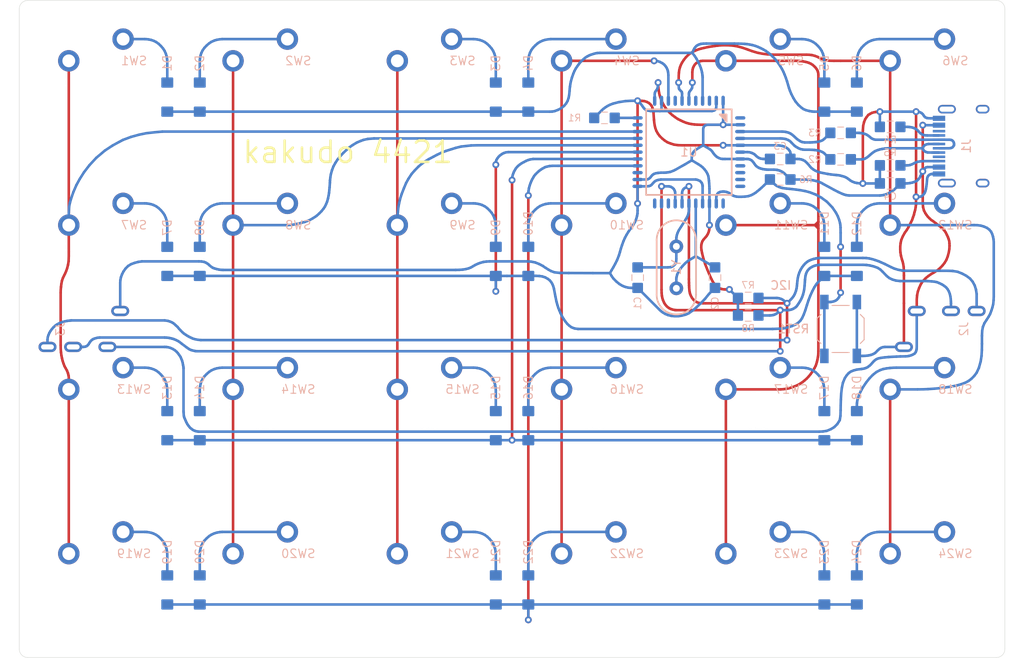
<source format=kicad_pcb>
(kicad_pcb (version 20171130) (host pcbnew "(5.1.5)-3")
  (layers (0 F.Cu signal) (31 B.Cu signal) (34 B.Paste user) (35 F.Paste user) (36 B.SilkS user) (37 F.SilkS user) (38 B.Mask user) (39 F.Mask user) (44 Edge.Cuts user))
  (net 0 "")
  (net 1 C0)
  (net 2 C1)
  (net 3 C2)
  (net 4 C3)
  (net 5 C4)
  (net 6 C5)
  (net 7 VCC)
  (net 8 GND)
  (net 9 "Net-(C1-Pad1)")
  (net 10 "Net-(C2-Pad1)")
  (net 11 "Net-(J1-PadA7)")
  (net 12 "Net-(J1-PadA6)")
  (net 13 "Net-(C3-Pad1)")
  (net 14 "Net-(J1-PadA5)")
  (net 15 "Net-(J1-PadB5)")
  (net 16 "Net-(R1-Pad2)")
  (net 17 D+)
  (net 18 D-)
  (net 19 "Net-(D1-Pad2)")
  (net 20 "Net-(D2-Pad2)")
  (net 21 "Net-(D3-Pad2)")
  (net 22 "Net-(D4-Pad2)")
  (net 23 "Net-(D5-Pad2)")
  (net 24 "Net-(D6-Pad2)")
  (net 25 "Net-(D7-Pad2)")
  (net 26 "Net-(D8-Pad2)")
  (net 27 "Net-(D9-Pad2)")
  (net 28 "Net-(D10-Pad2)")
  (net 29 "Net-(D11-Pad2)")
  (net 30 "Net-(D12-Pad2)")
  (net 31 "Net-(D13-Pad2)")
  (net 32 "Net-(D14-Pad2)")
  (net 33 "Net-(D15-Pad2)")
  (net 34 "Net-(D16-Pad2)")
  (net 35 "Net-(D17-Pad2)")
  (net 36 "Net-(D18-Pad2)")
  (net 37 "Net-(D19-Pad2)")
  (net 38 "Net-(D20-Pad2)")
  (net 39 "Net-(D21-Pad2)")
  (net 40 "Net-(D22-Pad2)")
  (net 41 "Net-(D23-Pad2)")
  (net 42 "Net-(D24-Pad2)")
  (net 43 R0)
  (net 44 R1)
  (net 45 R2)
  (net 46 R3)
  (net 47 SDA)
  (net 48 SCL)
  (net 49 RESET)
  (module Crystal:Crystal-HC-49-S (layer F.Cu) (at 76.8 31.2 270)
    (fp_text reference Y1 (at 0 0 90) (layer B.SilkS) (effects (justify mirror)))
    (fp_text value 16MHz hide)
    (pad 2 thru_hole circle (at 2.45 0 270) (size 1.6 1.6) (drill 0.8) (layers *.Cu B.Mask) (net 10 "Net-(C2-Pad1)"))
    (pad 1 thru_hole circle (at -2.45 0 270) (size 1.6 1.6) (drill 0.8) (layers *.Cu B.Mask) (net 9 "Net-(C1-Pad1)"))
  )
  (module SMD:2012M (layer B.Cu) (at 85.2 36.82 180)
    (fp_text reference R8 (at 0 -1.5) (layer B.SilkS) (effects (font (size 0.8 0.8) (thickness 0.1)) (justify mirror)))
    (fp_text value 5.1k hide)
    (pad 2 smd roundrect (at 1.2 0 180) (size 1.2 1.25) (layers B.Cu B.Paste B.Mask) (roundrect_rratio 0.1) (net 7 VCC))
    (pad 1 smd roundrect (at -1.2 0 180) (size 1.2 1.25) (layers B.Cu B.Paste B.Mask) (roundrect_rratio 0.1) (net 47 SDA))
  )
  (module SMD:2012M (layer B.Cu) (at 85.2 34.78 180)
    (fp_text reference R7 (at 0 1.5) (layer B.SilkS) (effects (font (size 0.8 0.8) (thickness 0.1)) (justify mirror)))
    (fp_text value 5.1k hide)
    (pad 2 smd roundrect (at 1.2 0 180) (size 1.2 1.25) (layers B.Cu B.Paste B.Mask) (roundrect_rratio 0.1) (net 7 VCC))
    (pad 1 smd roundrect (at -1.2 0 180) (size 1.2 1.25) (layers B.Cu B.Paste B.Mask) (roundrect_rratio 0.1) (net 48 SCL))
  )
  (module Button_Switch_SMD:SW_SPST_TL3342 (layer B.Cu) (at 96 38.4 90)
    (fp_text reference RST1 (at 0 -5.5 180) (layer B.SilkS) (effects (justify mirror)))
    (fp_text value SW_Push)
    (pad 2 smd rect (at 3.15 -1.9 90) (size 1.7 1) (layers B.Cu B.Paste B.Mask) (net 49 RESET))
    (pad 2 smd rect (at -3.15 -1.9 90) (size 1.7 1) (layers B.Cu B.Paste B.Mask) (net 49 RESET))
    (pad 1 smd rect (at 3.15 1.9 90) (size 1.7 1) (layers B.Cu B.Paste B.Mask) (net 8 GND))
    (pad 1 smd rect (at -3.15 1.9 90) (size 1.7 1) (layers B.Cu B.Paste B.Mask) (net 8 GND))
  )
  (module SMD:2012M (layer B.Cu) (at 88.94 20.93)
    (fp_text reference R6 (at 3 0) (layer B.SilkS) (effects (font (size 0.8 0.8) (thickness 0.1)) (justify mirror)))
    (fp_text value 10k hide)
    (pad 2 smd roundrect (at 1.2 0) (size 1.2 1.25) (layers B.Cu B.Paste B.Mask) (roundrect_rratio 0.1) (net 7 VCC))
    (pad 1 smd roundrect (at -1.2 0) (size 1.2 1.25) (layers B.Cu B.Paste B.Mask) (roundrect_rratio 0.1) (net 49 RESET))
  )
  (module SMD:2012M (layer B.Cu) (at 81.32 32.4 270)
    (fp_text reference C2 (at 3 0 90) (layer B.SilkS) (effects (font (size 0.8 0.8) (thickness 0.1)) (justify mirror)))
    (fp_text value 22p hide)
    (pad 2 smd roundrect (at 1.2 0 270) (size 1.2 1.25) (layers B.Cu B.Paste B.Mask) (roundrect_rratio 0.1) (net 8 GND))
    (pad 1 smd roundrect (at -1.2 0 270) (size 1.2 1.25) (layers B.Cu B.Paste B.Mask) (roundrect_rratio 0.1) (net 10 "Net-(C2-Pad1)"))
  )
  (module Cherry_MX:1u (layer F.Cu) (at 105.6 28.8)
    (fp_text reference SW12 (at 3.81 -2.54) (layer B.SilkS) (effects (font (thickness 0.12)) (justify mirror)))
    (fp_text value SW_Push hide)
    (pad 1 thru_hole circle (at -3.81 -2.54) (size 2.5 2.5) (drill 1.5) (layers *.Cu B.Mask) (net 6 C5))
    (pad 2 thru_hole circle (at 2.54 -5.08) (size 2.5 2.5) (drill 1.5) (layers *.Cu B.Mask) (net 30 "Net-(D12-Pad2)"))
    (pad "" np_thru_hole circle (at -5.08 0) (size 1.7 1.7) (drill 1.7) (layers *.Cu *.Mask))
    (pad "" np_thru_hole circle (at 5.08 0) (size 1.7 1.7) (drill 1.7) (layers *.Cu *.Mask))
    (pad "" np_thru_hole circle (at 0 0) (size 4 4) (drill 4) (layers *.Cu *.Mask))
  )
  (module Cherry_MX:1u (layer F.Cu) (at 67.2 9.6)
    (fp_text reference SW4 (at 3.81 -2.54) (layer B.SilkS) (effects (font (thickness 0.12)) (justify mirror)))
    (fp_text value SW_Push hide)
    (pad 1 thru_hole circle (at -3.81 -2.54) (size 2.5 2.5) (drill 1.5) (layers *.Cu B.Mask) (net 4 C3))
    (pad 2 thru_hole circle (at 2.54 -5.08) (size 2.5 2.5) (drill 1.5) (layers *.Cu B.Mask) (net 22 "Net-(D4-Pad2)"))
    (pad "" np_thru_hole circle (at -5.08 0) (size 1.7 1.7) (drill 1.7) (layers *.Cu *.Mask))
    (pad "" np_thru_hole circle (at 5.08 0) (size 1.7 1.7) (drill 1.7) (layers *.Cu *.Mask))
    (pad "" np_thru_hole circle (at 0 0) (size 4 4) (drill 4) (layers *.Cu *.Mask))
  )
  (module Phone_Connector:MJ-4PP-9 (layer B.Cu) (at -2 38.4 270)
    (fp_text reference J3 (at 0 -6.8 270) (layer B.SilkS) (effects (font (thickness 0.12)) (justify mirror)))
    (fp_text value AudioJack4 hide)
    (pad S thru_hole oval (at -2.1 -13.8 270) (size 1.2 2.1) (drill oval 0.6 1.5) (layers *.Cu F.Mask) (net 8 GND))
    (pad T thru_hole oval (at 2.1 -12.3 270) (size 1.2 2.1) (drill oval 0.6 1.5) (layers *.Cu F.Mask) (net 7 VCC))
    (pad R1 thru_hole oval (at 2.1 -8.3 270) (size 1.2 2.1) (drill oval 0.6 1.5) (layers *.Cu F.Mask) (net 47 SDA))
    (pad R2 thru_hole oval (at 2.1 -5.3 270) (size 1.2 2.1) (drill oval 0.6 1.5) (layers *.Cu F.Mask) (net 48 SCL))
    (pad "" np_thru_hole circle (at 0 -10.5 270) (size 1 1) (drill 1) (layers *.Cu *.Mask))
    (pad "" np_thru_hole circle (at 0 -3.5 270) (size 1 1) (drill 1) (layers *.Cu *.Mask))
  )
  (module Phone_Connector:MJ-4PP-9 (layer B.Cu) (at 117.2 38.4 90)
    (fp_text reference J2 (at 0 -6.8 90) (layer B.SilkS) (effects (font (thickness 0.12)) (justify mirror)))
    (fp_text value AudioJack4 hide)
    (pad S thru_hole oval (at -2.1 -13.8 90) (size 1.2 2.1) (drill oval 0.6 1.5) (layers *.Cu F.Mask) (net 8 GND))
    (pad T thru_hole oval (at 2.1 -12.3 90) (size 1.2 2.1) (drill oval 0.6 1.5) (layers *.Cu F.Mask) (net 7 VCC))
    (pad R1 thru_hole oval (at 2.1 -8.3 90) (size 1.2 2.1) (drill oval 0.6 1.5) (layers *.Cu F.Mask) (net 47 SDA))
    (pad R2 thru_hole oval (at 2.1 -5.3 90) (size 1.2 2.1) (drill oval 0.6 1.5) (layers *.Cu F.Mask) (net 48 SCL))
    (pad "" np_thru_hole circle (at 0 -10.5 90) (size 1 1) (drill 1) (layers *.Cu *.Mask))
    (pad "" np_thru_hole circle (at 0 -3.5 90) (size 1 1) (drill 1) (layers *.Cu *.Mask))
  )
  (module SMD:SOD123 (layer B.Cu) (at 97.9 68.9 90)
    (fp_text reference D24 (at 2.9 0 90) (layer B.SilkS) (effects (font (thickness 0.12)) (justify right mirror)))
    (fp_text value D hide)
    (pad 2 smd roundrect (at 1.7 0 90) (size 1.2 1.4) (layers B.Cu B.Paste B.Mask) (roundrect_rratio 0.1) (net 42 "Net-(D24-Pad2)"))
    (pad 1 smd roundrect (at -1.7 0 90) (size 1.2 1.4) (layers B.Cu B.Paste B.Mask) (roundrect_rratio 0.1) (net 46 R3))
  )
  (module SMD:SOD123 (layer B.Cu) (at 94.1 68.9 90)
    (fp_text reference D23 (at 2.9 0 90) (layer B.SilkS) (effects (font (thickness 0.12)) (justify right mirror)))
    (fp_text value D hide)
    (pad 2 smd roundrect (at 1.7 0 90) (size 1.2 1.4) (layers B.Cu B.Paste B.Mask) (roundrect_rratio 0.1) (net 41 "Net-(D23-Pad2)"))
    (pad 1 smd roundrect (at -1.7 0 90) (size 1.2 1.4) (layers B.Cu B.Paste B.Mask) (roundrect_rratio 0.1) (net 46 R3))
  )
  (module SMD:SOD123 (layer B.Cu) (at 59.5 68.9 90)
    (fp_text reference D22 (at 2.9 0 90) (layer B.SilkS) (effects (font (thickness 0.12)) (justify right mirror)))
    (fp_text value D hide)
    (pad 2 smd roundrect (at 1.7 0 90) (size 1.2 1.4) (layers B.Cu B.Paste B.Mask) (roundrect_rratio 0.1) (net 40 "Net-(D22-Pad2)"))
    (pad 1 smd roundrect (at -1.7 0 90) (size 1.2 1.4) (layers B.Cu B.Paste B.Mask) (roundrect_rratio 0.1) (net 46 R3))
  )
  (module SMD:SOD123 (layer B.Cu) (at 55.7 68.9 90)
    (fp_text reference D21 (at 2.9 0 90) (layer B.SilkS) (effects (font (thickness 0.12)) (justify right mirror)))
    (fp_text value D hide)
    (pad 2 smd roundrect (at 1.7 0 90) (size 1.2 1.4) (layers B.Cu B.Paste B.Mask) (roundrect_rratio 0.1) (net 39 "Net-(D21-Pad2)"))
    (pad 1 smd roundrect (at -1.7 0 90) (size 1.2 1.4) (layers B.Cu B.Paste B.Mask) (roundrect_rratio 0.1) (net 46 R3))
  )
  (module SMD:SOD123 (layer B.Cu) (at 21.1 68.9 90)
    (fp_text reference D20 (at 2.9 0 90) (layer B.SilkS) (effects (font (thickness 0.12)) (justify right mirror)))
    (fp_text value D hide)
    (pad 2 smd roundrect (at 1.7 0 90) (size 1.2 1.4) (layers B.Cu B.Paste B.Mask) (roundrect_rratio 0.1) (net 38 "Net-(D20-Pad2)"))
    (pad 1 smd roundrect (at -1.7 0 90) (size 1.2 1.4) (layers B.Cu B.Paste B.Mask) (roundrect_rratio 0.1) (net 46 R3))
  )
  (module SMD:SOD123 (layer B.Cu) (at 17.3 68.9 90)
    (fp_text reference D19 (at 2.9 0 90) (layer B.SilkS) (effects (font (thickness 0.12)) (justify right mirror)))
    (fp_text value D hide)
    (pad 2 smd roundrect (at 1.7 0 90) (size 1.2 1.4) (layers B.Cu B.Paste B.Mask) (roundrect_rratio 0.1) (net 37 "Net-(D19-Pad2)"))
    (pad 1 smd roundrect (at -1.7 0 90) (size 1.2 1.4) (layers B.Cu B.Paste B.Mask) (roundrect_rratio 0.1) (net 46 R3))
  )
  (module SMD:SOD123 (layer B.Cu) (at 97.9 49.7 90)
    (fp_text reference D18 (at 2.9 0 90) (layer B.SilkS) (effects (font (thickness 0.12)) (justify right mirror)))
    (fp_text value D hide)
    (pad 2 smd roundrect (at 1.7 0 90) (size 1.2 1.4) (layers B.Cu B.Paste B.Mask) (roundrect_rratio 0.1) (net 36 "Net-(D18-Pad2)"))
    (pad 1 smd roundrect (at -1.7 0 90) (size 1.2 1.4) (layers B.Cu B.Paste B.Mask) (roundrect_rratio 0.1) (net 45 R2))
  )
  (module SMD:SOD123 (layer B.Cu) (at 94.1 49.7 90)
    (fp_text reference D17 (at 2.9 0 90) (layer B.SilkS) (effects (font (thickness 0.12)) (justify right mirror)))
    (fp_text value D hide)
    (pad 2 smd roundrect (at 1.7 0 90) (size 1.2 1.4) (layers B.Cu B.Paste B.Mask) (roundrect_rratio 0.1) (net 35 "Net-(D17-Pad2)"))
    (pad 1 smd roundrect (at -1.7 0 90) (size 1.2 1.4) (layers B.Cu B.Paste B.Mask) (roundrect_rratio 0.1) (net 45 R2))
  )
  (module SMD:SOD123 (layer B.Cu) (at 59.5 49.7 90)
    (fp_text reference D16 (at 2.9 0 90) (layer B.SilkS) (effects (font (thickness 0.12)) (justify right mirror)))
    (fp_text value D hide)
    (pad 2 smd roundrect (at 1.7 0 90) (size 1.2 1.4) (layers B.Cu B.Paste B.Mask) (roundrect_rratio 0.1) (net 34 "Net-(D16-Pad2)"))
    (pad 1 smd roundrect (at -1.7 0 90) (size 1.2 1.4) (layers B.Cu B.Paste B.Mask) (roundrect_rratio 0.1) (net 45 R2))
  )
  (module SMD:SOD123 (layer B.Cu) (at 55.7 49.7 90)
    (fp_text reference D15 (at 2.9 0 90) (layer B.SilkS) (effects (font (thickness 0.12)) (justify right mirror)))
    (fp_text value D hide)
    (pad 2 smd roundrect (at 1.7 0 90) (size 1.2 1.4) (layers B.Cu B.Paste B.Mask) (roundrect_rratio 0.1) (net 33 "Net-(D15-Pad2)"))
    (pad 1 smd roundrect (at -1.7 0 90) (size 1.2 1.4) (layers B.Cu B.Paste B.Mask) (roundrect_rratio 0.1) (net 45 R2))
  )
  (module SMD:SOD123 (layer B.Cu) (at 21.1 49.7 90)
    (fp_text reference D14 (at 2.9 0 90) (layer B.SilkS) (effects (font (thickness 0.12)) (justify right mirror)))
    (fp_text value D hide)
    (pad 2 smd roundrect (at 1.7 0 90) (size 1.2 1.4) (layers B.Cu B.Paste B.Mask) (roundrect_rratio 0.1) (net 32 "Net-(D14-Pad2)"))
    (pad 1 smd roundrect (at -1.7 0 90) (size 1.2 1.4) (layers B.Cu B.Paste B.Mask) (roundrect_rratio 0.1) (net 45 R2))
  )
  (module SMD:SOD123 (layer B.Cu) (at 17.3 49.7 90)
    (fp_text reference D13 (at 2.9 0 90) (layer B.SilkS) (effects (font (thickness 0.12)) (justify right mirror)))
    (fp_text value D hide)
    (pad 2 smd roundrect (at 1.7 0 90) (size 1.2 1.4) (layers B.Cu B.Paste B.Mask) (roundrect_rratio 0.1) (net 31 "Net-(D13-Pad2)"))
    (pad 1 smd roundrect (at -1.7 0 90) (size 1.2 1.4) (layers B.Cu B.Paste B.Mask) (roundrect_rratio 0.1) (net 45 R2))
  )
  (module SMD:SOD123 (layer B.Cu) (at 97.9 30.5 90)
    (fp_text reference D12 (at 2.9 0 90) (layer B.SilkS) (effects (font (thickness 0.12)) (justify right mirror)))
    (fp_text value D hide)
    (pad 2 smd roundrect (at 1.7 0 90) (size 1.2 1.4) (layers B.Cu B.Paste B.Mask) (roundrect_rratio 0.1) (net 30 "Net-(D12-Pad2)"))
    (pad 1 smd roundrect (at -1.7 0 90) (size 1.2 1.4) (layers B.Cu B.Paste B.Mask) (roundrect_rratio 0.1) (net 44 R1))
  )
  (module SMD:SOD123 (layer B.Cu) (at 94.1 30.5 90)
    (fp_text reference D11 (at 2.9 0 90) (layer B.SilkS) (effects (font (thickness 0.12)) (justify right mirror)))
    (fp_text value D hide)
    (pad 2 smd roundrect (at 1.7 0 90) (size 1.2 1.4) (layers B.Cu B.Paste B.Mask) (roundrect_rratio 0.1) (net 29 "Net-(D11-Pad2)"))
    (pad 1 smd roundrect (at -1.7 0 90) (size 1.2 1.4) (layers B.Cu B.Paste B.Mask) (roundrect_rratio 0.1) (net 44 R1))
  )
  (module SMD:SOD123 (layer B.Cu) (at 59.5 30.5 90)
    (fp_text reference D10 (at 2.9 0 90) (layer B.SilkS) (effects (font (thickness 0.12)) (justify right mirror)))
    (fp_text value D hide)
    (pad 2 smd roundrect (at 1.7 0 90) (size 1.2 1.4) (layers B.Cu B.Paste B.Mask) (roundrect_rratio 0.1) (net 28 "Net-(D10-Pad2)"))
    (pad 1 smd roundrect (at -1.7 0 90) (size 1.2 1.4) (layers B.Cu B.Paste B.Mask) (roundrect_rratio 0.1) (net 44 R1))
  )
  (module SMD:SOD123 (layer B.Cu) (at 55.7 30.5 90)
    (fp_text reference D9 (at 2.9 0 90) (layer B.SilkS) (effects (font (thickness 0.12)) (justify right mirror)))
    (fp_text value D hide)
    (pad 2 smd roundrect (at 1.7 0 90) (size 1.2 1.4) (layers B.Cu B.Paste B.Mask) (roundrect_rratio 0.1) (net 27 "Net-(D9-Pad2)"))
    (pad 1 smd roundrect (at -1.7 0 90) (size 1.2 1.4) (layers B.Cu B.Paste B.Mask) (roundrect_rratio 0.1) (net 44 R1))
  )
  (module SMD:SOD123 (layer B.Cu) (at 21.1 30.5 90)
    (fp_text reference D8 (at 2.9 0 90) (layer B.SilkS) (effects (font (thickness 0.12)) (justify right mirror)))
    (fp_text value D hide)
    (pad 2 smd roundrect (at 1.7 0 90) (size 1.2 1.4) (layers B.Cu B.Paste B.Mask) (roundrect_rratio 0.1) (net 26 "Net-(D8-Pad2)"))
    (pad 1 smd roundrect (at -1.7 0 90) (size 1.2 1.4) (layers B.Cu B.Paste B.Mask) (roundrect_rratio 0.1) (net 44 R1))
  )
  (module SMD:SOD123 (layer B.Cu) (at 17.3 30.5 90)
    (fp_text reference D7 (at 2.9 0 90) (layer B.SilkS) (effects (font (thickness 0.12)) (justify right mirror)))
    (fp_text value D hide)
    (pad 2 smd roundrect (at 1.7 0 90) (size 1.2 1.4) (layers B.Cu B.Paste B.Mask) (roundrect_rratio 0.1) (net 25 "Net-(D7-Pad2)"))
    (pad 1 smd roundrect (at -1.7 0 90) (size 1.2 1.4) (layers B.Cu B.Paste B.Mask) (roundrect_rratio 0.1) (net 44 R1))
  )
  (module SMD:SOD123 (layer B.Cu) (at 97.9 11.3 90)
    (fp_text reference D6 (at 2.9 0 90) (layer B.SilkS) (effects (font (thickness 0.12)) (justify right mirror)))
    (fp_text value D hide)
    (pad 2 smd roundrect (at 1.7 0 90) (size 1.2 1.4) (layers B.Cu B.Paste B.Mask) (roundrect_rratio 0.1) (net 24 "Net-(D6-Pad2)"))
    (pad 1 smd roundrect (at -1.7 0 90) (size 1.2 1.4) (layers B.Cu B.Paste B.Mask) (roundrect_rratio 0.1) (net 43 R0))
  )
  (module SMD:SOD123 (layer B.Cu) (at 94.1 11.3 90)
    (fp_text reference D5 (at 2.9 0 90) (layer B.SilkS) (effects (font (thickness 0.12)) (justify right mirror)))
    (fp_text value D hide)
    (pad 2 smd roundrect (at 1.7 0 90) (size 1.2 1.4) (layers B.Cu B.Paste B.Mask) (roundrect_rratio 0.1) (net 23 "Net-(D5-Pad2)"))
    (pad 1 smd roundrect (at -1.7 0 90) (size 1.2 1.4) (layers B.Cu B.Paste B.Mask) (roundrect_rratio 0.1) (net 43 R0))
  )
  (module SMD:SOD123 (layer B.Cu) (at 59.5 11.3 90)
    (fp_text reference D4 (at 2.9 0 90) (layer B.SilkS) (effects (font (thickness 0.12)) (justify right mirror)))
    (fp_text value D hide)
    (pad 2 smd roundrect (at 1.7 0 90) (size 1.2 1.4) (layers B.Cu B.Paste B.Mask) (roundrect_rratio 0.1) (net 22 "Net-(D4-Pad2)"))
    (pad 1 smd roundrect (at -1.7 0 90) (size 1.2 1.4) (layers B.Cu B.Paste B.Mask) (roundrect_rratio 0.1) (net 43 R0))
  )
  (module SMD:SOD123 (layer B.Cu) (at 55.7 11.3 90)
    (fp_text reference D3 (at 2.9 0 90) (layer B.SilkS) (effects (font (thickness 0.12)) (justify right mirror)))
    (fp_text value D hide)
    (pad 2 smd roundrect (at 1.7 0 90) (size 1.2 1.4) (layers B.Cu B.Paste B.Mask) (roundrect_rratio 0.1) (net 21 "Net-(D3-Pad2)"))
    (pad 1 smd roundrect (at -1.7 0 90) (size 1.2 1.4) (layers B.Cu B.Paste B.Mask) (roundrect_rratio 0.1) (net 43 R0))
  )
  (module SMD:SOD123 (layer B.Cu) (at 21.1 11.3 90)
    (fp_text reference D2 (at 2.9 0 90) (layer B.SilkS) (effects (font (thickness 0.12)) (justify right mirror)))
    (fp_text value D hide)
    (pad 2 smd roundrect (at 1.7 0 90) (size 1.2 1.4) (layers B.Cu B.Paste B.Mask) (roundrect_rratio 0.1) (net 20 "Net-(D2-Pad2)"))
    (pad 1 smd roundrect (at -1.7 0 90) (size 1.2 1.4) (layers B.Cu B.Paste B.Mask) (roundrect_rratio 0.1) (net 43 R0))
  )
  (module SMD:SOD123 (layer B.Cu) (at 17.3 11.3 90)
    (fp_text reference D1 (at 2.9 0 90) (layer B.SilkS) (effects (font (thickness 0.12)) (justify right mirror)))
    (fp_text value D hide)
    (pad 2 smd roundrect (at 1.7 0 90) (size 1.2 1.4) (layers B.Cu B.Paste B.Mask) (roundrect_rratio 0.1) (net 19 "Net-(D1-Pad2)"))
    (pad 1 smd roundrect (at -1.7 0 90) (size 1.2 1.4) (layers B.Cu B.Paste B.Mask) (roundrect_rratio 0.1) (net 43 R0))
  )
  (module Cherry_MX:1u (layer F.Cu) (at 105.6 67.2)
    (fp_text reference SW24 (at 3.81 -2.54) (layer B.SilkS) (effects (font (thickness 0.12)) (justify mirror)))
    (fp_text value SW_Push hide)
    (pad 1 thru_hole circle (at -3.81 -2.54) (size 2.5 2.5) (drill 1.5) (layers *.Cu B.Mask) (net 6 C5))
    (pad 2 thru_hole circle (at 2.54 -5.08) (size 2.5 2.5) (drill 1.5) (layers *.Cu B.Mask) (net 42 "Net-(D24-Pad2)"))
    (pad "" np_thru_hole circle (at -5.08 0) (size 1.7 1.7) (drill 1.7) (layers *.Cu *.Mask))
    (pad "" np_thru_hole circle (at 5.08 0) (size 1.7 1.7) (drill 1.7) (layers *.Cu *.Mask))
    (pad "" np_thru_hole circle (at 0 0) (size 4 4) (drill 4) (layers *.Cu *.Mask))
  )
  (module Cherry_MX:1u (layer F.Cu) (at 86.4 67.2)
    (fp_text reference SW23 (at 3.81 -2.54) (layer B.SilkS) (effects (font (thickness 0.12)) (justify mirror)))
    (fp_text value SW_Push hide)
    (pad 1 thru_hole circle (at -3.81 -2.54) (size 2.5 2.5) (drill 1.5) (layers *.Cu B.Mask) (net 5 C4))
    (pad 2 thru_hole circle (at 2.54 -5.08) (size 2.5 2.5) (drill 1.5) (layers *.Cu B.Mask) (net 41 "Net-(D23-Pad2)"))
    (pad "" np_thru_hole circle (at -5.08 0) (size 1.7 1.7) (drill 1.7) (layers *.Cu *.Mask))
    (pad "" np_thru_hole circle (at 5.08 0) (size 1.7 1.7) (drill 1.7) (layers *.Cu *.Mask))
    (pad "" np_thru_hole circle (at 0 0) (size 4 4) (drill 4) (layers *.Cu *.Mask))
  )
  (module Cherry_MX:1u (layer F.Cu) (at 67.2 67.2)
    (fp_text reference SW22 (at 3.81 -2.54) (layer B.SilkS) (effects (font (thickness 0.12)) (justify mirror)))
    (fp_text value SW_Push hide)
    (pad 1 thru_hole circle (at -3.81 -2.54) (size 2.5 2.5) (drill 1.5) (layers *.Cu B.Mask) (net 4 C3))
    (pad 2 thru_hole circle (at 2.54 -5.08) (size 2.5 2.5) (drill 1.5) (layers *.Cu B.Mask) (net 40 "Net-(D22-Pad2)"))
    (pad "" np_thru_hole circle (at -5.08 0) (size 1.7 1.7) (drill 1.7) (layers *.Cu *.Mask))
    (pad "" np_thru_hole circle (at 5.08 0) (size 1.7 1.7) (drill 1.7) (layers *.Cu *.Mask))
    (pad "" np_thru_hole circle (at 0 0) (size 4 4) (drill 4) (layers *.Cu *.Mask))
  )
  (module Cherry_MX:1u (layer F.Cu) (at 48 67.2)
    (fp_text reference SW21 (at 3.81 -2.54) (layer B.SilkS) (effects (font (thickness 0.12)) (justify mirror)))
    (fp_text value SW_Push hide)
    (pad 1 thru_hole circle (at -3.81 -2.54) (size 2.5 2.5) (drill 1.5) (layers *.Cu B.Mask) (net 3 C2))
    (pad 2 thru_hole circle (at 2.54 -5.08) (size 2.5 2.5) (drill 1.5) (layers *.Cu B.Mask) (net 39 "Net-(D21-Pad2)"))
    (pad "" np_thru_hole circle (at -5.08 0) (size 1.7 1.7) (drill 1.7) (layers *.Cu *.Mask))
    (pad "" np_thru_hole circle (at 5.08 0) (size 1.7 1.7) (drill 1.7) (layers *.Cu *.Mask))
    (pad "" np_thru_hole circle (at 0 0) (size 4 4) (drill 4) (layers *.Cu *.Mask))
  )
  (module Cherry_MX:1u (layer F.Cu) (at 28.8 67.2)
    (fp_text reference SW20 (at 3.81 -2.54) (layer B.SilkS) (effects (font (thickness 0.12)) (justify mirror)))
    (fp_text value SW_Push hide)
    (pad 1 thru_hole circle (at -3.81 -2.54) (size 2.5 2.5) (drill 1.5) (layers *.Cu B.Mask) (net 2 C1))
    (pad 2 thru_hole circle (at 2.54 -5.08) (size 2.5 2.5) (drill 1.5) (layers *.Cu B.Mask) (net 38 "Net-(D20-Pad2)"))
    (pad "" np_thru_hole circle (at -5.08 0) (size 1.7 1.7) (drill 1.7) (layers *.Cu *.Mask))
    (pad "" np_thru_hole circle (at 5.08 0) (size 1.7 1.7) (drill 1.7) (layers *.Cu *.Mask))
    (pad "" np_thru_hole circle (at 0 0) (size 4 4) (drill 4) (layers *.Cu *.Mask))
  )
  (module Cherry_MX:1u (layer F.Cu) (at 9.6 67.2)
    (fp_text reference SW19 (at 3.81 -2.54) (layer B.SilkS) (effects (font (thickness 0.12)) (justify mirror)))
    (fp_text value SW_Push hide)
    (pad 1 thru_hole circle (at -3.81 -2.54) (size 2.5 2.5) (drill 1.5) (layers *.Cu B.Mask) (net 1 C0))
    (pad 2 thru_hole circle (at 2.54 -5.08) (size 2.5 2.5) (drill 1.5) (layers *.Cu B.Mask) (net 37 "Net-(D19-Pad2)"))
    (pad "" np_thru_hole circle (at -5.08 0) (size 1.7 1.7) (drill 1.7) (layers *.Cu *.Mask))
    (pad "" np_thru_hole circle (at 5.08 0) (size 1.7 1.7) (drill 1.7) (layers *.Cu *.Mask))
    (pad "" np_thru_hole circle (at 0 0) (size 4 4) (drill 4) (layers *.Cu *.Mask))
  )
  (module Cherry_MX:1u (layer F.Cu) (at 105.6 48)
    (fp_text reference SW18 (at 3.81 -2.54) (layer B.SilkS) (effects (font (thickness 0.12)) (justify mirror)))
    (fp_text value SW_Push hide)
    (pad 1 thru_hole circle (at -3.81 -2.54) (size 2.5 2.5) (drill 1.5) (layers *.Cu B.Mask) (net 6 C5))
    (pad 2 thru_hole circle (at 2.54 -5.08) (size 2.5 2.5) (drill 1.5) (layers *.Cu B.Mask) (net 36 "Net-(D18-Pad2)"))
    (pad "" np_thru_hole circle (at -5.08 0) (size 1.7 1.7) (drill 1.7) (layers *.Cu *.Mask))
    (pad "" np_thru_hole circle (at 5.08 0) (size 1.7 1.7) (drill 1.7) (layers *.Cu *.Mask))
    (pad "" np_thru_hole circle (at 0 0) (size 4 4) (drill 4) (layers *.Cu *.Mask))
  )
  (module Cherry_MX:1u (layer F.Cu) (at 86.4 48)
    (fp_text reference SW17 (at 3.81 -2.54) (layer B.SilkS) (effects (font (thickness 0.12)) (justify mirror)))
    (fp_text value SW_Push hide)
    (pad 1 thru_hole circle (at -3.81 -2.54) (size 2.5 2.5) (drill 1.5) (layers *.Cu B.Mask) (net 5 C4))
    (pad 2 thru_hole circle (at 2.54 -5.08) (size 2.5 2.5) (drill 1.5) (layers *.Cu B.Mask) (net 35 "Net-(D17-Pad2)"))
    (pad "" np_thru_hole circle (at -5.08 0) (size 1.7 1.7) (drill 1.7) (layers *.Cu *.Mask))
    (pad "" np_thru_hole circle (at 5.08 0) (size 1.7 1.7) (drill 1.7) (layers *.Cu *.Mask))
    (pad "" np_thru_hole circle (at 0 0) (size 4 4) (drill 4) (layers *.Cu *.Mask))
  )
  (module Cherry_MX:1u (layer F.Cu) (at 67.2 48)
    (fp_text reference SW16 (at 3.81 -2.54) (layer B.SilkS) (effects (font (thickness 0.12)) (justify mirror)))
    (fp_text value SW_Push hide)
    (pad 1 thru_hole circle (at -3.81 -2.54) (size 2.5 2.5) (drill 1.5) (layers *.Cu B.Mask) (net 4 C3))
    (pad 2 thru_hole circle (at 2.54 -5.08) (size 2.5 2.5) (drill 1.5) (layers *.Cu B.Mask) (net 34 "Net-(D16-Pad2)"))
    (pad "" np_thru_hole circle (at -5.08 0) (size 1.7 1.7) (drill 1.7) (layers *.Cu *.Mask))
    (pad "" np_thru_hole circle (at 5.08 0) (size 1.7 1.7) (drill 1.7) (layers *.Cu *.Mask))
    (pad "" np_thru_hole circle (at 0 0) (size 4 4) (drill 4) (layers *.Cu *.Mask))
  )
  (module Cherry_MX:1u (layer F.Cu) (at 48 48)
    (fp_text reference SW15 (at 3.81 -2.54) (layer B.SilkS) (effects (font (thickness 0.12)) (justify mirror)))
    (fp_text value SW_Push hide)
    (pad 1 thru_hole circle (at -3.81 -2.54) (size 2.5 2.5) (drill 1.5) (layers *.Cu B.Mask) (net 3 C2))
    (pad 2 thru_hole circle (at 2.54 -5.08) (size 2.5 2.5) (drill 1.5) (layers *.Cu B.Mask) (net 33 "Net-(D15-Pad2)"))
    (pad "" np_thru_hole circle (at -5.08 0) (size 1.7 1.7) (drill 1.7) (layers *.Cu *.Mask))
    (pad "" np_thru_hole circle (at 5.08 0) (size 1.7 1.7) (drill 1.7) (layers *.Cu *.Mask))
    (pad "" np_thru_hole circle (at 0 0) (size 4 4) (drill 4) (layers *.Cu *.Mask))
  )
  (module Cherry_MX:1u (layer F.Cu) (at 28.8 48)
    (fp_text reference SW14 (at 3.81 -2.54) (layer B.SilkS) (effects (font (thickness 0.12)) (justify mirror)))
    (fp_text value SW_Push hide)
    (pad 1 thru_hole circle (at -3.81 -2.54) (size 2.5 2.5) (drill 1.5) (layers *.Cu B.Mask) (net 2 C1))
    (pad 2 thru_hole circle (at 2.54 -5.08) (size 2.5 2.5) (drill 1.5) (layers *.Cu B.Mask) (net 32 "Net-(D14-Pad2)"))
    (pad "" np_thru_hole circle (at -5.08 0) (size 1.7 1.7) (drill 1.7) (layers *.Cu *.Mask))
    (pad "" np_thru_hole circle (at 5.08 0) (size 1.7 1.7) (drill 1.7) (layers *.Cu *.Mask))
    (pad "" np_thru_hole circle (at 0 0) (size 4 4) (drill 4) (layers *.Cu *.Mask))
  )
  (module Cherry_MX:1u (layer F.Cu) (at 9.6 48)
    (fp_text reference SW13 (at 3.81 -2.54) (layer B.SilkS) (effects (font (thickness 0.12)) (justify mirror)))
    (fp_text value SW_Push hide)
    (pad 1 thru_hole circle (at -3.81 -2.54) (size 2.5 2.5) (drill 1.5) (layers *.Cu B.Mask) (net 1 C0))
    (pad 2 thru_hole circle (at 2.54 -5.08) (size 2.5 2.5) (drill 1.5) (layers *.Cu B.Mask) (net 31 "Net-(D13-Pad2)"))
    (pad "" np_thru_hole circle (at -5.08 0) (size 1.7 1.7) (drill 1.7) (layers *.Cu *.Mask))
    (pad "" np_thru_hole circle (at 5.08 0) (size 1.7 1.7) (drill 1.7) (layers *.Cu *.Mask))
    (pad "" np_thru_hole circle (at 0 0) (size 4 4) (drill 4) (layers *.Cu *.Mask))
  )
  (module Cherry_MX:1u (layer F.Cu) (at 86.4 28.8)
    (fp_text reference SW11 (at 3.81 -2.54) (layer B.SilkS) (effects (font (thickness 0.12)) (justify mirror)))
    (fp_text value SW_Push hide)
    (pad 1 thru_hole circle (at -3.81 -2.54) (size 2.5 2.5) (drill 1.5) (layers *.Cu B.Mask) (net 5 C4))
    (pad 2 thru_hole circle (at 2.54 -5.08) (size 2.5 2.5) (drill 1.5) (layers *.Cu B.Mask) (net 29 "Net-(D11-Pad2)"))
    (pad "" np_thru_hole circle (at -5.08 0) (size 1.7 1.7) (drill 1.7) (layers *.Cu *.Mask))
    (pad "" np_thru_hole circle (at 5.08 0) (size 1.7 1.7) (drill 1.7) (layers *.Cu *.Mask))
    (pad "" np_thru_hole circle (at 0 0) (size 4 4) (drill 4) (layers *.Cu *.Mask))
  )
  (module Cherry_MX:1u (layer F.Cu) (at 67.2 28.8)
    (fp_text reference SW10 (at 3.81 -2.54) (layer B.SilkS) (effects (font (thickness 0.12)) (justify mirror)))
    (fp_text value SW_Push hide)
    (pad 1 thru_hole circle (at -3.81 -2.54) (size 2.5 2.5) (drill 1.5) (layers *.Cu B.Mask) (net 4 C3))
    (pad 2 thru_hole circle (at 2.54 -5.08) (size 2.5 2.5) (drill 1.5) (layers *.Cu B.Mask) (net 28 "Net-(D10-Pad2)"))
    (pad "" np_thru_hole circle (at -5.08 0) (size 1.7 1.7) (drill 1.7) (layers *.Cu *.Mask))
    (pad "" np_thru_hole circle (at 5.08 0) (size 1.7 1.7) (drill 1.7) (layers *.Cu *.Mask))
    (pad "" np_thru_hole circle (at 0 0) (size 4 4) (drill 4) (layers *.Cu *.Mask))
  )
  (module Cherry_MX:1u (layer F.Cu) (at 48 28.8)
    (fp_text reference SW9 (at 3.81 -2.54) (layer B.SilkS) (effects (font (thickness 0.12)) (justify mirror)))
    (fp_text value SW_Push hide)
    (pad 1 thru_hole circle (at -3.81 -2.54) (size 2.5 2.5) (drill 1.5) (layers *.Cu B.Mask) (net 3 C2))
    (pad 2 thru_hole circle (at 2.54 -5.08) (size 2.5 2.5) (drill 1.5) (layers *.Cu B.Mask) (net 27 "Net-(D9-Pad2)"))
    (pad "" np_thru_hole circle (at -5.08 0) (size 1.7 1.7) (drill 1.7) (layers *.Cu *.Mask))
    (pad "" np_thru_hole circle (at 5.08 0) (size 1.7 1.7) (drill 1.7) (layers *.Cu *.Mask))
    (pad "" np_thru_hole circle (at 0 0) (size 4 4) (drill 4) (layers *.Cu *.Mask))
  )
  (module Cherry_MX:1u (layer F.Cu) (at 28.8 28.8)
    (fp_text reference SW8 (at 3.81 -2.54) (layer B.SilkS) (effects (font (thickness 0.12)) (justify mirror)))
    (fp_text value SW_Push hide)
    (pad 1 thru_hole circle (at -3.81 -2.54) (size 2.5 2.5) (drill 1.5) (layers *.Cu B.Mask) (net 2 C1))
    (pad 2 thru_hole circle (at 2.54 -5.08) (size 2.5 2.5) (drill 1.5) (layers *.Cu B.Mask) (net 26 "Net-(D8-Pad2)"))
    (pad "" np_thru_hole circle (at -5.08 0) (size 1.7 1.7) (drill 1.7) (layers *.Cu *.Mask))
    (pad "" np_thru_hole circle (at 5.08 0) (size 1.7 1.7) (drill 1.7) (layers *.Cu *.Mask))
    (pad "" np_thru_hole circle (at 0 0) (size 4 4) (drill 4) (layers *.Cu *.Mask))
  )
  (module Cherry_MX:1u (layer F.Cu) (at 9.6 28.8)
    (fp_text reference SW7 (at 3.81 -2.54) (layer B.SilkS) (effects (font (thickness 0.12)) (justify mirror)))
    (fp_text value SW_Push hide)
    (pad 1 thru_hole circle (at -3.81 -2.54) (size 2.5 2.5) (drill 1.5) (layers *.Cu B.Mask) (net 1 C0))
    (pad 2 thru_hole circle (at 2.54 -5.08) (size 2.5 2.5) (drill 1.5) (layers *.Cu B.Mask) (net 25 "Net-(D7-Pad2)"))
    (pad "" np_thru_hole circle (at -5.08 0) (size 1.7 1.7) (drill 1.7) (layers *.Cu *.Mask))
    (pad "" np_thru_hole circle (at 5.08 0) (size 1.7 1.7) (drill 1.7) (layers *.Cu *.Mask))
    (pad "" np_thru_hole circle (at 0 0) (size 4 4) (drill 4) (layers *.Cu *.Mask))
  )
  (module Cherry_MX:1u (layer F.Cu) (at 105.6 9.6)
    (fp_text reference SW6 (at 3.81 -2.54) (layer B.SilkS) (effects (font (thickness 0.12)) (justify mirror)))
    (fp_text value SW_Push hide)
    (pad 1 thru_hole circle (at -3.81 -2.54) (size 2.5 2.5) (drill 1.5) (layers *.Cu B.Mask) (net 6 C5))
    (pad 2 thru_hole circle (at 2.54 -5.08) (size 2.5 2.5) (drill 1.5) (layers *.Cu B.Mask) (net 24 "Net-(D6-Pad2)"))
    (pad "" np_thru_hole circle (at -5.08 0) (size 1.7 1.7) (drill 1.7) (layers *.Cu *.Mask))
    (pad "" np_thru_hole circle (at 5.08 0) (size 1.7 1.7) (drill 1.7) (layers *.Cu *.Mask))
    (pad "" np_thru_hole circle (at 0 0) (size 4 4) (drill 4) (layers *.Cu *.Mask))
  )
  (module Cherry_MX:1u (layer F.Cu) (at 86.4 9.6)
    (fp_text reference SW5 (at 3.81 -2.54) (layer B.SilkS) (effects (font (thickness 0.12)) (justify mirror)))
    (fp_text value SW_Push hide)
    (pad 1 thru_hole circle (at -3.81 -2.54) (size 2.5 2.5) (drill 1.5) (layers *.Cu B.Mask) (net 5 C4))
    (pad 2 thru_hole circle (at 2.54 -5.08) (size 2.5 2.5) (drill 1.5) (layers *.Cu B.Mask) (net 23 "Net-(D5-Pad2)"))
    (pad "" np_thru_hole circle (at -5.08 0) (size 1.7 1.7) (drill 1.7) (layers *.Cu *.Mask))
    (pad "" np_thru_hole circle (at 5.08 0) (size 1.7 1.7) (drill 1.7) (layers *.Cu *.Mask))
    (pad "" np_thru_hole circle (at 0 0) (size 4 4) (drill 4) (layers *.Cu *.Mask))
  )
  (module Cherry_MX:1u (layer F.Cu) (at 48 9.6)
    (fp_text reference SW3 (at 3.81 -2.54) (layer B.SilkS) (effects (font (thickness 0.12)) (justify mirror)))
    (fp_text value SW_Push hide)
    (pad 1 thru_hole circle (at -3.81 -2.54) (size 2.5 2.5) (drill 1.5) (layers *.Cu B.Mask) (net 3 C2))
    (pad 2 thru_hole circle (at 2.54 -5.08) (size 2.5 2.5) (drill 1.5) (layers *.Cu B.Mask) (net 21 "Net-(D3-Pad2)"))
    (pad "" np_thru_hole circle (at -5.08 0) (size 1.7 1.7) (drill 1.7) (layers *.Cu *.Mask))
    (pad "" np_thru_hole circle (at 5.08 0) (size 1.7 1.7) (drill 1.7) (layers *.Cu *.Mask))
    (pad "" np_thru_hole circle (at 0 0) (size 4 4) (drill 4) (layers *.Cu *.Mask))
  )
  (module Cherry_MX:1u (layer F.Cu) (at 28.8 9.6)
    (fp_text reference SW2 (at 3.81 -2.54) (layer B.SilkS) (effects (font (thickness 0.12)) (justify mirror)))
    (fp_text value SW_Push hide)
    (pad 1 thru_hole circle (at -3.81 -2.54) (size 2.5 2.5) (drill 1.5) (layers *.Cu B.Mask) (net 2 C1))
    (pad 2 thru_hole circle (at 2.54 -5.08) (size 2.5 2.5) (drill 1.5) (layers *.Cu B.Mask) (net 20 "Net-(D2-Pad2)"))
    (pad "" np_thru_hole circle (at -5.08 0) (size 1.7 1.7) (drill 1.7) (layers *.Cu *.Mask))
    (pad "" np_thru_hole circle (at 5.08 0) (size 1.7 1.7) (drill 1.7) (layers *.Cu *.Mask))
    (pad "" np_thru_hole circle (at 0 0) (size 4 4) (drill 4) (layers *.Cu *.Mask))
  )
  (module Cherry_MX:1u (layer F.Cu) (at 9.6 9.6)
    (fp_text reference SW1 (at 3.81 -2.54) (layer B.SilkS) (effects (font (thickness 0.12)) (justify mirror)))
    (fp_text value SW_Push hide)
    (pad 1 thru_hole circle (at -3.81 -2.54) (size 2.5 2.5) (drill 1.5) (layers *.Cu B.Mask) (net 1 C0))
    (pad 2 thru_hole circle (at 2.54 -5.08) (size 2.5 2.5) (drill 1.5) (layers *.Cu B.Mask) (net 19 "Net-(D1-Pad2)"))
    (pad "" np_thru_hole circle (at -5.08 0) (size 1.7 1.7) (drill 1.7) (layers *.Cu *.Mask))
    (pad "" np_thru_hole circle (at 5.08 0) (size 1.7 1.7) (drill 1.7) (layers *.Cu *.Mask))
    (pad "" np_thru_hole circle (at 0 0) (size 4 4) (drill 4) (layers *.Cu *.Mask))
  )
  (module SMD:2012M (layer B.Cu) (at 101.79 19.28)
    (fp_text reference R5 (at 0 -1.5) (layer B.SilkS) (effects (font (size 0.8 0.8) (thickness 0.1)) (justify mirror)))
    (fp_text value 5.1k hide)
    (pad 2 smd roundrect (at 1.2 0) (size 1.2 1.25) (layers B.Cu B.Paste B.Mask) (roundrect_rratio 0.1) (net 15 "Net-(J1-PadB5)"))
    (pad 1 smd roundrect (at -1.2 0) (size 1.2 1.25) (layers B.Cu B.Paste B.Mask) (roundrect_rratio 0.1) (net 8 GND))
  )
  (module SMD:2012M (layer B.Cu) (at 101.79 14.78)
    (fp_text reference R4 (at 0 1.52) (layer B.SilkS) (effects (font (size 0.8 0.8) (thickness 0.1)) (justify mirror)))
    (fp_text value 5.1k hide)
    (pad 2 smd roundrect (at 1.2 0) (size 1.2 1.25) (layers B.Cu B.Paste B.Mask) (roundrect_rratio 0.1) (net 14 "Net-(J1-PadA5)"))
    (pad 1 smd roundrect (at -1.2 0) (size 1.2 1.25) (layers B.Cu B.Paste B.Mask) (roundrect_rratio 0.1) (net 8 GND))
  )
  (module SMD:2012M (layer B.Cu) (at 96 15.48)
    (fp_text reference R3 (at -3 0) (layer B.SilkS) (effects (font (size 0.8 0.8) (thickness 0.1)) (justify mirror)))
    (fp_text value 22 hide)
    (pad 2 smd roundrect (at 1.2 0) (size 1.2 1.25) (layers B.Cu B.Paste B.Mask) (roundrect_rratio 0.1) (net 11 "Net-(J1-PadA7)"))
    (pad 1 smd roundrect (at -1.2 0) (size 1.2 1.25) (layers B.Cu B.Paste B.Mask) (roundrect_rratio 0.1) (net 18 D-))
  )
  (module SMD:2012M (layer B.Cu) (at 96 18.58)
    (fp_text reference R2 (at -3 0) (layer B.SilkS) (effects (font (size 0.8 0.8) (thickness 0.1)) (justify mirror)))
    (fp_text value 22 hide)
    (pad 2 smd roundrect (at 1.2 0) (size 1.2 1.25) (layers B.Cu B.Paste B.Mask) (roundrect_rratio 0.1) (net 12 "Net-(J1-PadA6)"))
    (pad 1 smd roundrect (at -1.2 0) (size 1.2 1.25) (layers B.Cu B.Paste B.Mask) (roundrect_rratio 0.1) (net 17 D+))
  )
  (module SMD:2012M (layer B.Cu) (at 68.4 13.73)
    (fp_text reference R1 (at -3.5 0) (layer B.SilkS) (effects (font (size 0.8 0.8) (thickness 0.1)) (justify mirror)))
    (fp_text value 10k hide)
    (pad 2 smd roundrect (at 1.2 0) (size 1.2 1.25) (layers B.Cu B.Paste B.Mask) (roundrect_rratio 0.1) (net 16 "Net-(R1-Pad2)"))
    (pad 1 smd roundrect (at -1.2 0) (size 1.2 1.25) (layers B.Cu B.Paste B.Mask) (roundrect_rratio 0.1) (net 8 GND))
  )
  (module SMD:2012M (layer B.Cu) (at 101.79 21.39 180)
    (fp_text reference C4 (at 0 -1.5 180) (layer B.SilkS) (effects (font (size 0.8 0.8) (thickness 0.1)) (justify mirror)))
    (fp_text value 1u hide)
    (pad 2 smd roundrect (at 1.2 0 180) (size 1.2 1.25) (layers B.Cu B.Paste B.Mask) (roundrect_rratio 0.1) (net 8 GND))
    (pad 1 smd roundrect (at -1.2 0 180) (size 1.2 1.25) (layers B.Cu B.Paste B.Mask) (roundrect_rratio 0.1) (net 7 VCC))
  )
  (module SMD:2012M (layer B.Cu) (at 88.94 18.53)
    (fp_text reference C3 (at 0 -1.5) (layer B.SilkS) (effects (font (size 0.8 0.8) (thickness 0.1)) (justify mirror)))
    (fp_text value 1u hide)
    (pad 2 smd roundrect (at 1.2 0) (size 1.2 1.25) (layers B.Cu B.Paste B.Mask) (roundrect_rratio 0.1) (net 8 GND))
    (pad 1 smd roundrect (at -1.2 0) (size 1.2 1.25) (layers B.Cu B.Paste B.Mask) (roundrect_rratio 0.1) (net 13 "Net-(C3-Pad1)"))
  )
  (module SMD:2012M (layer B.Cu) (at 72.28 32.4 270)
    (fp_text reference C1 (at 3 0 90) (layer B.SilkS) (effects (font (size 0.8 0.8) (thickness 0.1)) (justify mirror)))
    (fp_text value 22p hide)
    (pad 2 smd roundrect (at 1.2 0 270) (size 1.2 1.25) (layers B.Cu B.Paste B.Mask) (roundrect_rratio 0.1) (net 8 GND))
    (pad 1 smd roundrect (at -1.2 0 270) (size 1.2 1.25) (layers B.Cu B.Paste B.Mask) (roundrect_rratio 0.1) (net 9 "Net-(C1-Pad1)"))
  )
  (module USB_Type-C:TYPE-C-31-M-12 (layer B.Cu) (at 115.2 17.03 90)
    (fp_text reference J1 (at 0 -4.5 90) (layer B.SilkS) (effects (justify mirror)))
    (fp_text value TYPE-C-31-M-12 hide)
    (pad A1B12 smd rect (at 3.25 -7.7 90) (size 0.6 1.45) (layers B.Cu B.Paste B.Mask) (net 8 GND))
    (pad A4B9 smd rect (at 2.45 -7.7 90) (size 0.6 1.45) (layers B.Cu B.Paste B.Mask) (net 7 VCC))
    (pad B1A12 smd rect (at -3.25 -7.7 90) (size 0.6 1.45) (layers B.Cu B.Paste B.Mask) (net 8 GND))
    (pad B4A9 smd rect (at -2.45 -7.7 90) (size 0.6 1.45) (layers B.Cu B.Paste B.Mask) (net 7 VCC))
    (pad B8 smd rect (at 1.75 -7.7 90) (size 0.3 1.45) (layers B.Cu B.Paste B.Mask))
    (pad A5 smd rect (at 1.25 -7.7 90) (size 0.3 1.45) (layers B.Cu B.Paste B.Mask) (net 14 "Net-(J1-PadA5)"))
    (pad B7 smd rect (at 0.75 -7.7 90) (size 0.3 1.45) (layers B.Cu B.Paste B.Mask) (net 11 "Net-(J1-PadA7)"))
    (pad A6 smd rect (at 0.25 -7.7 90) (size 0.3 1.45) (layers B.Cu B.Paste B.Mask) (net 12 "Net-(J1-PadA6)"))
    (pad A7 smd rect (at -0.25 -7.7 90) (size 0.3 1.45) (layers B.Cu B.Paste B.Mask) (net 11 "Net-(J1-PadA7)"))
    (pad B6 smd rect (at -0.75 -7.7 90) (size 0.3 1.45) (layers B.Cu B.Paste B.Mask) (net 12 "Net-(J1-PadA6)"))
    (pad A8 smd rect (at -1.25 -7.7 90) (size 0.3 1.45) (layers B.Cu B.Paste B.Mask))
    (pad B5 smd rect (at -1.75 -7.7 90) (size 0.3 1.45) (layers B.Cu B.Paste B.Mask) (net 15 "Net-(J1-PadB5)"))
    (pad "" np_thru_hole circle (at 2.89 -6.25 90) (size 0.65 0.65) (drill 0.65) (layers *.Cu *.Mask))
    (pad "" np_thru_hole circle (at -2.89 -6.25 90) (size 0.65 0.65) (drill 0.65) (layers *.Cu *.Mask))
    (pad "" thru_hole roundrect (at -4.32 -6.78 90) (size 1 2.1) (drill oval 0.6 1.7) (layers *.Cu F.Mask) (roundrect_rratio 0.5))
    (pad "" thru_hole roundrect (at 4.32 -6.78 90) (size 1 2.1) (drill oval 0.6 1.7) (layers *.Cu F.Mask) (roundrect_rratio 0.5))
    (pad "" thru_hole roundrect (at -4.32 -2.6 90) (size 1 1.6) (drill oval 0.6 1.2) (layers *.Cu F.Mask) (roundrect_rratio 0.5))
    (pad "" thru_hole roundrect (at 4.32 -2.6 90) (size 1 1.6) (drill oval 0.6 1.2) (layers *.Cu F.Mask) (roundrect_rratio 0.5))
  )
  (module MCU:TQFP44 (layer B.Cu) (at 78.27 17.73 180)
    (fp_text reference U1 (at 0 0) (layer B.SilkS) (effects (justify mirror)))
    (fp_text value ATmega32U4-AU hide)
    (pad 44 smd roundrect (at -4 6 90) (size 1.2 0.4) (layers B.Cu B.Paste B.Mask) (roundrect_rratio 0.5) (net 7 VCC))
    (pad 43 smd roundrect (at -3.2 6 90) (size 1.2 0.4) (layers B.Cu B.Paste B.Mask) (roundrect_rratio 0.5) (net 8 GND))
    (pad 42 smd roundrect (at -2.4 6 90) (size 1.2 0.4) (layers B.Cu B.Paste B.Mask) (roundrect_rratio 0.5))
    (pad 41 smd roundrect (at -1.6 6 90) (size 1.2 0.4) (layers B.Cu B.Paste B.Mask) (roundrect_rratio 0.5) (net 43 R0))
    (pad 40 smd roundrect (at -0.8 6 90) (size 1.2 0.4) (layers B.Cu B.Paste B.Mask) (roundrect_rratio 0.5))
    (pad 39 smd roundrect (at 0 6 90) (size 1.2 0.4) (layers B.Cu B.Paste B.Mask) (roundrect_rratio 0.5) (net 5 C4))
    (pad 38 smd roundrect (at 0.8 6 90) (size 1.2 0.4) (layers B.Cu B.Paste B.Mask) (roundrect_rratio 0.5) (net 6 C5))
    (pad 37 smd roundrect (at 1.6 6 90) (size 1.2 0.4) (layers B.Cu B.Paste B.Mask) (roundrect_rratio 0.5))
    (pad 36 smd roundrect (at 2.4 6 90) (size 1.2 0.4) (layers B.Cu B.Paste B.Mask) (roundrect_rratio 0.5) (net 4 C3))
    (pad 35 smd roundrect (at 3.2 6 90) (size 1.2 0.4) (layers B.Cu B.Paste B.Mask) (roundrect_rratio 0.5) (net 8 GND))
    (pad 34 smd roundrect (at 4 6 90) (size 1.2 0.4) (layers B.Cu B.Paste B.Mask) (roundrect_rratio 0.5) (net 7 VCC))
    (pad 33 smd roundrect (at 6 4 180) (size 1.2 0.4) (layers B.Cu B.Paste B.Mask) (roundrect_rratio 0.5) (net 16 "Net-(R1-Pad2)"))
    (pad 32 smd roundrect (at 6 3.2 180) (size 1.2 0.4) (layers B.Cu B.Paste B.Mask) (roundrect_rratio 0.5))
    (pad 31 smd roundrect (at 6 2.4 180) (size 1.2 0.4) (layers B.Cu B.Paste B.Mask) (roundrect_rratio 0.5) (net 1 C0))
    (pad 30 smd roundrect (at 6 1.6 180) (size 1.2 0.4) (layers B.Cu B.Paste B.Mask) (roundrect_rratio 0.5) (net 2 C1))
    (pad 29 smd roundrect (at 6 0.8 180) (size 1.2 0.4) (layers B.Cu B.Paste B.Mask) (roundrect_rratio 0.5) (net 3 C2))
    (pad 28 smd roundrect (at 6 0 180) (size 1.2 0.4) (layers B.Cu B.Paste B.Mask) (roundrect_rratio 0.5) (net 44 R1))
    (pad 27 smd roundrect (at 6 -0.8 180) (size 1.2 0.4) (layers B.Cu B.Paste B.Mask) (roundrect_rratio 0.5) (net 45 R2))
    (pad 26 smd roundrect (at 6 -1.6 180) (size 1.2 0.4) (layers B.Cu B.Paste B.Mask) (roundrect_rratio 0.5) (net 46 R3))
    (pad 25 smd roundrect (at 6 -2.4 180) (size 1.2 0.4) (layers B.Cu B.Paste B.Mask) (roundrect_rratio 0.5))
    (pad 24 smd roundrect (at 6 -3.2 180) (size 1.2 0.4) (layers B.Cu B.Paste B.Mask) (roundrect_rratio 0.5) (net 7 VCC))
    (pad 23 smd roundrect (at 6 -4 180) (size 1.2 0.4) (layers B.Cu B.Paste B.Mask) (roundrect_rratio 0.5) (net 8 GND))
    (pad 22 smd roundrect (at 4 -6 90) (size 1.2 0.4) (layers B.Cu B.Paste B.Mask) (roundrect_rratio 0.5))
    (pad 21 smd roundrect (at 3.2 -6 90) (size 1.2 0.4) (layers B.Cu B.Paste B.Mask) (roundrect_rratio 0.5))
    (pad 20 smd roundrect (at 2.4 -6 90) (size 1.2 0.4) (layers B.Cu B.Paste B.Mask) (roundrect_rratio 0.5))
    (pad 19 smd roundrect (at 1.6 -6 90) (size 1.2 0.4) (layers B.Cu B.Paste B.Mask) (roundrect_rratio 0.5) (net 47 SDA))
    (pad 18 smd roundrect (at 0.8 -6 90) (size 1.2 0.4) (layers B.Cu B.Paste B.Mask) (roundrect_rratio 0.5) (net 48 SCL))
    (pad 17 smd roundrect (at 0 -6 90) (size 1.2 0.4) (layers B.Cu B.Paste B.Mask) (roundrect_rratio 0.5) (net 9 "Net-(C1-Pad1)"))
    (pad 16 smd roundrect (at -0.8 -6 90) (size 1.2 0.4) (layers B.Cu B.Paste B.Mask) (roundrect_rratio 0.5) (net 10 "Net-(C2-Pad1)"))
    (pad 15 smd roundrect (at -1.6 -6 90) (size 1.2 0.4) (layers B.Cu B.Paste B.Mask) (roundrect_rratio 0.5) (net 8 GND))
    (pad 14 smd roundrect (at -2.4 -6 90) (size 1.2 0.4) (layers B.Cu B.Paste B.Mask) (roundrect_rratio 0.5) (net 7 VCC))
    (pad 13 smd roundrect (at -3.2 -6 90) (size 1.2 0.4) (layers B.Cu B.Paste B.Mask) (roundrect_rratio 0.5) (net 49 RESET))
    (pad 12 smd roundrect (at -4 -6 90) (size 1.2 0.4) (layers B.Cu B.Paste B.Mask) (roundrect_rratio 0.5))
    (pad 11 smd roundrect (at -6 -4 180) (size 1.2 0.4) (layers B.Cu B.Paste B.Mask) (roundrect_rratio 0.5))
    (pad 10 smd roundrect (at -6 -3.2 180) (size 1.2 0.4) (layers B.Cu B.Paste B.Mask) (roundrect_rratio 0.5))
    (pad 9 smd roundrect (at -6 -2.4 180) (size 1.2 0.4) (layers B.Cu B.Paste B.Mask) (roundrect_rratio 0.5))
    (pad 8 smd roundrect (at -6 -1.6 180) (size 1.2 0.4) (layers B.Cu B.Paste B.Mask) (roundrect_rratio 0.5))
    (pad 7 smd roundrect (at -6 -0.8 180) (size 1.2 0.4) (layers B.Cu B.Paste B.Mask) (roundrect_rratio 0.5) (net 7 VCC))
    (pad 6 smd roundrect (at -6 0 180) (size 1.2 0.4) (layers B.Cu B.Paste B.Mask) (roundrect_rratio 0.5) (net 13 "Net-(C3-Pad1)"))
    (pad 5 smd roundrect (at -6 0.8 180) (size 1.2 0.4) (layers B.Cu B.Paste B.Mask) (roundrect_rratio 0.5) (net 8 GND))
    (pad 4 smd roundrect (at -6 1.6 180) (size 1.2 0.4) (layers B.Cu B.Paste B.Mask) (roundrect_rratio 0.5) (net 17 D+))
    (pad 3 smd roundrect (at -6 2.4 180) (size 1.2 0.4) (layers B.Cu B.Paste B.Mask) (roundrect_rratio 0.5) (net 18 D-))
    (pad 2 smd roundrect (at -6 3.2 180) (size 1.2 0.4) (layers B.Cu B.Paste B.Mask) (roundrect_rratio 0.5) (net 7 VCC))
    (pad 1 smd roundrect (at -6 4 180) (size 1.2 0.4) (layers B.Cu B.Paste B.Mask) (roundrect_rratio 0.5))
  )
  (gr_text I2C (at 87.7 33.3) (layer B.SilkS) (effects (font (size 1 1)) (justify right mirror)))
  (gr_text "kakudo 4421" (at 38.4 17.73) (layer F.SilkS) (effects (font (size 2.5 2.5) (thickness 0.3))))
  (gr_line (start 1 0) (end 114.2 0) (layer Edge.Cuts) (width 0.05))
  (gr_arc (start 114.2 1) (end 115.2 1) (angle -90) (layer Edge.Cuts) (width 0.05))
  (gr_line (start 115.2 1) (end 115.2 75.8) (layer Edge.Cuts) (width 0.05))
  (gr_arc (start 114.2 75.8) (end 114.2 76.8) (angle -90) (layer Edge.Cuts) (width 0.05))
  (gr_line (start 1 76.8) (end 114.2 76.8) (layer Edge.Cuts) (width 0.05))
  (gr_arc (start 1 75.8) (end 0 75.8) (angle -90) (layer Edge.Cuts) (width 0.05))
  (gr_arc (start 1 1) (end 1 0) (angle -90) (layer Edge.Cuts) (width 0.05))
  (gr_line (start 0 1) (end 0 75.8) (layer Edge.Cuts) (width 0.05))
  (segment (start 5.79 7.06) (end 5.79 26.26) (width 0.3) (layer F.Cu) (net 1))
  (segment (start 5.79 45.46) (end 5.79 64.66) (width 0.3) (layer F.Cu) (net 1))
  (segment (start 72.27 15.33) (end 16.72 15.33) (width 0.3) (layer B.Cu) (net 1))
  (segment (start 5.79 26.26) (end 5.79 24.88) (width 0.3) (layer B.Cu) (net 1))
  (segment (start 5.79 24.88) (end 5.83 24.12) (width 0.3) (layer B.Cu) (net 1))
  (segment (start 5.83 24.12) (end 5.92 23.66) (width 0.3) (layer B.Cu) (net 1))
  (segment (start 5.92 23.66) (end 6.08 23.11) (width 0.3) (layer B.Cu) (net 1))
  (segment (start 6.08 23.11) (end 6.32 22.41) (width 0.3) (layer B.Cu) (net 1))
  (segment (start 6.32 22.41) (end 6.68 21.58) (width 0.3) (layer B.Cu) (net 1))
  (segment (start 6.68 21.58) (end 7.07 20.87) (width 0.3) (layer B.Cu) (net 1))
  (segment (start 7.07 20.87) (end 7.57 20.08) (width 0.3) (layer B.Cu) (net 1))
  (segment (start 7.57 20.08) (end 8.2 19.26) (width 0.3) (layer B.Cu) (net 1))
  (segment (start 8.2 19.26) (end 9.01 18.39) (width 0.3) (layer B.Cu) (net 1))
  (segment (start 9.01 18.39) (end 10.02 17.54) (width 0.3) (layer B.Cu) (net 1))
  (segment (start 10.02 17.54) (end 10.92 16.95) (width 0.3) (layer B.Cu) (net 1))
  (segment (start 10.92 16.95) (end 12.1 16.31) (width 0.3) (layer B.Cu) (net 1))
  (segment (start 12.1 16.31) (end 13.07 15.95) (width 0.3) (layer B.Cu) (net 1))
  (segment (start 13.07 15.95) (end 14.02 15.69) (width 0.3) (layer B.Cu) (net 1))
  (segment (start 14.02 15.69) (end 14.85 15.52) (width 0.3) (layer B.Cu) (net 1))
  (segment (start 14.85 15.52) (end 15.84 15.41) (width 0.3) (layer B.Cu) (net 1))
  (segment (start 15.84 15.41) (end 16.72 15.33) (width 0.3) (layer B.Cu) (net 1))
  (segment (start 5.79 45.46) (end 5.79 44.06) (width 0.3) (layer F.Cu) (net 1))
  (segment (start 5.79 44.06) (end 5.76 43.83) (width 0.3) (layer F.Cu) (net 1))
  (segment (start 5.76 43.83) (end 5.69 43.56) (width 0.3) (layer F.Cu) (net 1))
  (segment (start 5.69 43.56) (end 5.57 43.25) (width 0.3) (layer F.Cu) (net 1))
  (segment (start 5.57 43.25) (end 5.43 43) (width 0.3) (layer F.Cu) (net 1))
  (segment (start 5.43 43) (end 5.3 42.77) (width 0.3) (layer F.Cu) (net 1))
  (segment (start 5.3 42.77) (end 5.18 42.46) (width 0.3) (layer F.Cu) (net 1))
  (segment (start 5.18 42.46) (end 5.07 42.13) (width 0.3) (layer F.Cu) (net 1))
  (segment (start 5.07 42.13) (end 4.99 41.8) (width 0.3) (layer F.Cu) (net 1))
  (segment (start 4.99 41.8) (end 4.93 41.5) (width 0.3) (layer F.Cu) (net 1))
  (segment (start 4.93 41.5) (end 4.88 41.14) (width 0.3) (layer F.Cu) (net 1))
  (segment (start 4.88 41.14) (end 4.85 40.75) (width 0.3) (layer F.Cu) (net 1))
  (segment (start 4.85 40.75) (end 4.84 40.31) (width 0.3) (layer F.Cu) (net 1))
  (segment (start 4.84 40.31) (end 4.84 34.15) (width 0.3) (layer F.Cu) (net 1))
  (segment (start 5.79 29.35) (end 5.79 26.26) (width 0.3) (layer F.Cu) (net 1))
  (segment (start 4.84 34.15) (end 4.85 33.83) (width 0.3) (layer F.Cu) (net 1))
  (segment (start 4.85 33.83) (end 4.88 33.48) (width 0.3) (layer F.Cu) (net 1))
  (segment (start 4.88 33.48) (end 4.92 33.15) (width 0.3) (layer F.Cu) (net 1))
  (segment (start 4.92 33.15) (end 4.99 32.77) (width 0.3) (layer F.Cu) (net 1))
  (segment (start 4.99 32.77) (end 5.1 32.45) (width 0.3) (layer F.Cu) (net 1))
  (segment (start 5.1 32.45) (end 5.25 32.14) (width 0.3) (layer F.Cu) (net 1))
  (segment (start 5.25 32.14) (end 5.37 31.9) (width 0.3) (layer F.Cu) (net 1))
  (segment (start 5.37 31.9) (end 5.49 31.62) (width 0.3) (layer F.Cu) (net 1))
  (segment (start 5.49 31.62) (end 5.61 31.27) (width 0.3) (layer F.Cu) (net 1))
  (segment (start 5.61 31.27) (end 5.7 30.91) (width 0.3) (layer F.Cu) (net 1))
  (segment (start 5.7 30.91) (end 5.77 30.49) (width 0.3) (layer F.Cu) (net 1))
  (segment (start 5.77 30.49) (end 5.79 29.87) (width 0.3) (layer F.Cu) (net 1))
  (segment (start 5.79 29.87) (end 5.79 29.35) (width 0.3) (layer F.Cu) (net 1))
  (segment (start 24.99 7.06) (end 24.99 64.66) (width 0.3) (layer F.Cu) (net 2))
  (segment (start 31.34 26.26) (end 24.99 26.26) (width 0.3) (layer B.Cu) (net 2))
  (segment (start 72.27 16.13) (end 41.47 16.13) (width 0.3) (layer B.Cu) (net 2))
  (segment (start 31.34 26.26) (end 31.88 26.23) (width 0.3) (layer B.Cu) (net 2))
  (segment (start 31.88 26.23) (end 32.44 26.13) (width 0.3) (layer B.Cu) (net 2))
  (segment (start 32.44 26.13) (end 32.96 26) (width 0.3) (layer B.Cu) (net 2))
  (segment (start 32.96 26) (end 33.37 25.89) (width 0.3) (layer B.Cu) (net 2))
  (segment (start 33.37 25.89) (end 33.89 25.7) (width 0.3) (layer B.Cu) (net 2))
  (segment (start 33.89 25.7) (end 34.31 25.47) (width 0.3) (layer B.Cu) (net 2))
  (segment (start 34.31 25.47) (end 34.74 25.19) (width 0.3) (layer B.Cu) (net 2))
  (segment (start 34.74 25.19) (end 35.06 24.9) (width 0.3) (layer B.Cu) (net 2))
  (segment (start 35.06 24.9) (end 35.32 24.64) (width 0.3) (layer B.Cu) (net 2))
  (segment (start 35.32 24.64) (end 35.58 24.32) (width 0.3) (layer B.Cu) (net 2))
  (segment (start 35.58 24.32) (end 35.73 24.09) (width 0.3) (layer B.Cu) (net 2))
  (segment (start 35.73 24.09) (end 35.87 23.8) (width 0.3) (layer B.Cu) (net 2))
  (segment (start 35.87 23.8) (end 35.99 23.5) (width 0.3) (layer B.Cu) (net 2))
  (segment (start 35.99 23.5) (end 36.09 23.14) (width 0.3) (layer B.Cu) (net 2))
  (segment (start 36.09 23.14) (end 36.16 22.79) (width 0.3) (layer B.Cu) (net 2))
  (segment (start 36.16 22.79) (end 36.21 22.49) (width 0.3) (layer B.Cu) (net 2))
  (segment (start 36.41 20.36) (end 36.55 19.85) (width 0.3) (layer B.Cu) (net 2))
  (segment (start 36.55 19.85) (end 36.72 19.4) (width 0.3) (layer B.Cu) (net 2))
  (segment (start 36.72 19.4) (end 36.96 18.97) (width 0.3) (layer B.Cu) (net 2))
  (segment (start 36.96 18.97) (end 37.2 18.6) (width 0.3) (layer B.Cu) (net 2))
  (segment (start 37.2 18.6) (end 37.5 18.23) (width 0.3) (layer B.Cu) (net 2))
  (segment (start 37.5 18.23) (end 37.87 17.83) (width 0.3) (layer B.Cu) (net 2))
  (segment (start 37.87 17.83) (end 38.23 17.49) (width 0.3) (layer B.Cu) (net 2))
  (segment (start 38.23 17.49) (end 38.55 17.2) (width 0.3) (layer B.Cu) (net 2))
  (segment (start 38.55 17.2) (end 38.96 16.91) (width 0.3) (layer B.Cu) (net 2))
  (segment (start 38.96 16.91) (end 39.46 16.61) (width 0.3) (layer B.Cu) (net 2))
  (segment (start 39.46 16.61) (end 39.91 16.42) (width 0.3) (layer B.Cu) (net 2))
  (segment (start 39.91 16.42) (end 40.24 16.3) (width 0.3) (layer B.Cu) (net 2))
  (segment (start 40.24 16.3) (end 40.73 16.19) (width 0.3) (layer B.Cu) (net 2))
  (segment (start 40.73 16.19) (end 41.47 16.13) (width 0.3) (layer B.Cu) (net 2))
  (segment (start 36.41 20.36) (end 36.36 20.7) (width 0.3) (layer B.Cu) (net 2))
  (segment (start 36.36 20.7) (end 36.32 21.04) (width 0.3) (layer B.Cu) (net 2))
  (segment (start 36.32 21.04) (end 36.31 21.31) (width 0.3) (layer B.Cu) (net 2))
  (segment (start 36.31 21.31) (end 36.29 21.61) (width 0.3) (layer B.Cu) (net 2))
  (segment (start 36.29 21.61) (end 36.27 21.86) (width 0.3) (layer B.Cu) (net 2))
  (segment (start 36.27 21.86) (end 36.24 22.18) (width 0.3) (layer B.Cu) (net 2))
  (segment (start 36.24 22.18) (end 36.21 22.49) (width 0.3) (layer B.Cu) (net 2))
  (segment (start 44.19 7.06) (end 44.19 64.66) (width 0.3) (layer F.Cu) (net 3))
  (segment (start 52.81 16.95) (end 53.52 16.93) (width 0.3) (layer B.Cu) (net 3))
  (segment (start 51.03 17.23) (end 51.64 17.08) (width 0.3) (layer B.Cu) (net 3))
  (segment (start 44.25 24.75) (end 44.32 24.12) (width 0.3) (layer B.Cu) (net 3))
  (segment (start 53.52 16.93) (end 72.27 16.93) (width 0.3) (layer B.Cu) (net 3))
  (segment (start 51.64 17.08) (end 52.81 16.95) (width 0.3) (layer B.Cu) (net 3))
  (segment (start 44.19 26.26) (end 44.25 24.75) (width 0.3) (layer B.Cu) (net 3))
  (segment (start 44.32 24.12) (end 44.41 23.66) (width 0.3) (layer B.Cu) (net 3))
  (segment (start 44.41 23.66) (end 44.53 23.15) (width 0.3) (layer B.Cu) (net 3))
  (segment (start 44.53 23.15) (end 44.7 22.62) (width 0.3) (layer B.Cu) (net 3))
  (segment (start 44.7 22.62) (end 44.95 21.97) (width 0.3) (layer B.Cu) (net 3))
  (segment (start 44.95 21.97) (end 45.22 21.33) (width 0.3) (layer B.Cu) (net 3))
  (segment (start 45.22 21.33) (end 45.48 20.86) (width 0.3) (layer B.Cu) (net 3))
  (segment (start 45.48 20.86) (end 45.86 20.28) (width 0.3) (layer B.Cu) (net 3))
  (segment (start 45.86 20.28) (end 46.23 19.86) (width 0.3) (layer B.Cu) (net 3))
  (segment (start 46.23 19.86) (end 46.66 19.42) (width 0.3) (layer B.Cu) (net 3))
  (segment (start 46.66 19.42) (end 47.04 19.1) (width 0.3) (layer B.Cu) (net 3))
  (segment (start 47.04 19.1) (end 47.42 18.83) (width 0.3) (layer B.Cu) (net 3))
  (segment (start 47.42 18.83) (end 47.85 18.56) (width 0.3) (layer B.Cu) (net 3))
  (segment (start 47.85 18.56) (end 48.42 18.26) (width 0.3) (layer B.Cu) (net 3))
  (segment (start 48.42 18.26) (end 48.81 18.05) (width 0.3) (layer B.Cu) (net 3))
  (segment (start 48.81 18.05) (end 49.36 17.79) (width 0.3) (layer B.Cu) (net 3))
  (segment (start 49.36 17.79) (end 49.91 17.58) (width 0.3) (layer B.Cu) (net 3))
  (segment (start 49.91 17.58) (end 50.49 17.4) (width 0.3) (layer B.Cu) (net 3))
  (segment (start 50.49 17.4) (end 51.03 17.23) (width 0.3) (layer B.Cu) (net 3))
  (segment (start 63.39 64.66) (end 63.39 7.06) (width 0.3) (layer F.Cu) (net 4))
  (segment (start 63.39 7.06) (end 74.2 7.06) (width 0.3) (layer F.Cu) (net 4))
  (via (at 74.2 7.06) (size 0.8) (drill 0.4) (layers F.Cu B.Cu) (net 4))
  (segment (start 75.87 11.73) (end 75.87 8.73) (width 0.3) (layer B.Cu) (net 4))
  (segment (start 75.87 8.73) (end 75.85 8.48) (width 0.3) (layer B.Cu) (net 4))
  (segment (start 75.85 8.48) (end 75.81 8.25) (width 0.3) (layer B.Cu) (net 4))
  (segment (start 75.81 8.25) (end 75.75 8.06) (width 0.3) (layer B.Cu) (net 4))
  (segment (start 75.75 8.06) (end 75.64 7.83) (width 0.3) (layer B.Cu) (net 4))
  (segment (start 75.64 7.83) (end 75.52 7.66) (width 0.3) (layer B.Cu) (net 4))
  (segment (start 75.52 7.66) (end 75.38 7.5) (width 0.3) (layer B.Cu) (net 4))
  (segment (start 75.38 7.5) (end 75.23 7.38) (width 0.3) (layer B.Cu) (net 4))
  (segment (start 75.23 7.38) (end 75.06 7.28) (width 0.3) (layer B.Cu) (net 4))
  (segment (start 75.06 7.28) (end 74.85 7.17) (width 0.3) (layer B.Cu) (net 4))
  (segment (start 74.85 7.17) (end 74.61 7.1) (width 0.3) (layer B.Cu) (net 4))
  (segment (start 74.61 7.1) (end 74.2 7.06) (width 0.3) (layer B.Cu) (net 4))
  (segment (start 82.59 64.66) (end 82.59 45.46) (width 0.3) (layer F.Cu) (net 5))
  (segment (start 82.59 45.46) (end 89 45.46) (width 0.3) (layer F.Cu) (net 5))
  (segment (start 82.59 7.06) (end 90 7.06) (width 0.3) (layer F.Cu) (net 5))
  (via (at 78.67 9.6) (size 0.8) (drill 0.4) (layers F.Cu B.Cu) (net 5))
  (segment (start 82.59 7.06) (end 79.87 7.06) (width 0.3) (layer F.Cu) (net 5))
  (segment (start 78.67 8.39) (end 78.67 9.6) (width 0.3) (layer F.Cu) (net 5))
  (segment (start 79.87 7.06) (end 79.62 7.09) (width 0.3) (layer F.Cu) (net 5))
  (segment (start 79.62 7.09) (end 79.34 7.18) (width 0.3) (layer F.Cu) (net 5))
  (segment (start 79.34 7.18) (end 79.11 7.34) (width 0.3) (layer F.Cu) (net 5))
  (segment (start 79.11 7.34) (end 78.95 7.51) (width 0.3) (layer F.Cu) (net 5))
  (segment (start 78.95 7.51) (end 78.84 7.69) (width 0.3) (layer F.Cu) (net 5))
  (segment (start 78.84 7.69) (end 78.76 7.86) (width 0.3) (layer F.Cu) (net 5))
  (segment (start 78.76 7.86) (end 78.7 8.08) (width 0.3) (layer F.Cu) (net 5))
  (segment (start 78.7 8.08) (end 78.67 8.39) (width 0.3) (layer F.Cu) (net 5))
  (segment (start 89 45.46) (end 89.3 45.44) (width 0.3) (layer F.Cu) (net 5))
  (segment (start 89.3 45.44) (end 89.63 45.4) (width 0.3) (layer F.Cu) (net 5))
  (segment (start 89.63 45.4) (end 89.93 45.34) (width 0.3) (layer F.Cu) (net 5))
  (segment (start 89.93 45.34) (end 90.26 45.24) (width 0.3) (layer F.Cu) (net 5))
  (segment (start 90.26 45.24) (end 90.6 45.12) (width 0.3) (layer F.Cu) (net 5))
  (segment (start 90.6 45.12) (end 90.91 44.99) (width 0.3) (layer F.Cu) (net 5))
  (segment (start 90.91 44.99) (end 91.2 44.84) (width 0.3) (layer F.Cu) (net 5))
  (segment (start 91.2 44.84) (end 91.55 44.61) (width 0.3) (layer F.Cu) (net 5))
  (segment (start 91.55 44.61) (end 91.81 44.4) (width 0.3) (layer F.Cu) (net 5))
  (segment (start 91.81 44.4) (end 92.05 44.19) (width 0.3) (layer F.Cu) (net 5))
  (segment (start 92.05 44.19) (end 92.29 43.93) (width 0.3) (layer F.Cu) (net 5))
  (segment (start 92.29 43.93) (end 92.51 43.66) (width 0.3) (layer F.Cu) (net 5))
  (segment (start 92.51 43.66) (end 92.66 43.44) (width 0.3) (layer F.Cu) (net 5))
  (segment (start 92.66 43.44) (end 92.83 43.19) (width 0.3) (layer F.Cu) (net 5))
  (segment (start 92.83 43.19) (end 92.95 42.97) (width 0.3) (layer F.Cu) (net 5))
  (segment (start 92.95 42.97) (end 93.08 42.72) (width 0.3) (layer F.Cu) (net 5))
  (segment (start 93.08 42.72) (end 93.16 42.5) (width 0.3) (layer F.Cu) (net 5))
  (segment (start 93.16 42.5) (end 93.23 42.25) (width 0.3) (layer F.Cu) (net 5))
  (segment (start 93.23 42.25) (end 93.29 42.01) (width 0.3) (layer F.Cu) (net 5))
  (segment (start 93.29 42.01) (end 93.34 41.73) (width 0.3) (layer F.Cu) (net 5))
  (segment (start 93.34 41.73) (end 93.38 41.48) (width 0.3) (layer F.Cu) (net 5))
  (segment (start 93.38 41.48) (end 93.39 41.26) (width 0.3) (layer F.Cu) (net 5))
  (segment (start 93.39 41.26) (end 93.4 41) (width 0.3) (layer F.Cu) (net 5))
  (segment (start 93.4 8.7) (end 93.39 8.53) (width 0.3) (layer F.Cu) (net 5))
  (segment (start 93.39 8.53) (end 93.34 8.32) (width 0.3) (layer F.Cu) (net 5))
  (segment (start 93.34 8.32) (end 93.28 8.16) (width 0.3) (layer F.Cu) (net 5))
  (segment (start 93.28 8.16) (end 93.18 8) (width 0.3) (layer F.Cu) (net 5))
  (segment (start 93.18 8) (end 93.06 7.84) (width 0.3) (layer F.Cu) (net 5))
  (segment (start 93.06 7.84) (end 92.92 7.7) (width 0.3) (layer F.Cu) (net 5))
  (segment (start 92.92 7.7) (end 92.74 7.54) (width 0.3) (layer F.Cu) (net 5))
  (segment (start 92.74 7.54) (end 92.55 7.41) (width 0.3) (layer F.Cu) (net 5))
  (segment (start 92.55 7.41) (end 92.33 7.31) (width 0.3) (layer F.Cu) (net 5))
  (segment (start 92.33 7.31) (end 92.13 7.24) (width 0.3) (layer F.Cu) (net 5))
  (segment (start 92.13 7.24) (end 91.89 7.18) (width 0.3) (layer F.Cu) (net 5))
  (segment (start 91.89 7.18) (end 91.64 7.13) (width 0.3) (layer F.Cu) (net 5))
  (segment (start 91.64 7.13) (end 91.42 7.1) (width 0.3) (layer F.Cu) (net 5))
  (segment (start 91.42 7.1) (end 91.18 7.08) (width 0.3) (layer F.Cu) (net 5))
  (segment (start 91.18 7.08) (end 90.92 7.06) (width 0.3) (layer F.Cu) (net 5))
  (segment (start 90.92 7.06) (end 90 7.06) (width 0.3) (layer F.Cu) (net 5))
  (segment (start 82.59 26.26) (end 93 26.26) (width 0.3) (layer F.Cu) (net 5))
  (segment (start 93.4 25.87) (end 93 26.26) (width 0.3) (layer F.Cu) (net 5))
  (segment (start 93.4 25.87) (end 93.4 8.7) (width 0.3) (layer F.Cu) (net 5))
  (segment (start 93 26.26) (end 93.4 26.26) (width 0.3) (layer F.Cu) (net 5))
  (segment (start 93 26.26) (end 93.4 26.66) (width 0.3) (layer F.Cu) (net 5))
  (segment (start 93.4 41) (end 93.4 26.66) (width 0.3) (layer F.Cu) (net 5))
  (segment (start 93.4 26.66) (end 93.4 25.87) (width 0.3) (layer F.Cu) (net 5))
  (segment (start 78.27 11.73) (end 78.27 10.97) (width 0.3) (layer B.Cu) (net 5))
  (segment (start 78.27 10.97) (end 78.28 10.81) (width 0.3) (layer B.Cu) (net 5))
  (segment (start 78.28 10.81) (end 78.34 10.66) (width 0.3) (layer B.Cu) (net 5))
  (segment (start 78.34 10.66) (end 78.45 10.52) (width 0.3) (layer B.Cu) (net 5))
  (segment (start 78.45 10.52) (end 78.54 10.4) (width 0.3) (layer B.Cu) (net 5))
  (segment (start 78.54 10.4) (end 78.63 10.25) (width 0.3) (layer B.Cu) (net 5))
  (segment (start 78.63 10.25) (end 78.66 10.06) (width 0.3) (layer B.Cu) (net 5))
  (segment (start 78.66 10.06) (end 78.67 9.6) (width 0.3) (layer B.Cu) (net 5))
  (segment (start 101.79 7.06) (end 101.79 26.26) (width 0.3) (layer F.Cu) (net 6))
  (segment (start 101.79 64.66) (end 101.79 45.46) (width 0.3) (layer F.Cu) (net 6))
  (via (at 77.07 9.6) (size 0.8) (drill 0.4) (layers F.Cu B.Cu) (net 6))
  (segment (start 77.47 11.73) (end 77.47 10.88) (width 0.3) (layer B.Cu) (net 6))
  (segment (start 77.47 10.88) (end 77.44 10.7) (width 0.3) (layer B.Cu) (net 6))
  (segment (start 77.44 10.7) (end 77.33 10.58) (width 0.3) (layer B.Cu) (net 6))
  (segment (start 77.33 10.58) (end 77.22 10.48) (width 0.3) (layer B.Cu) (net 6))
  (segment (start 77.22 10.48) (end 77.12 10.34) (width 0.3) (layer B.Cu) (net 6))
  (segment (start 77.12 10.34) (end 77.09 10.19) (width 0.3) (layer B.Cu) (net 6))
  (segment (start 77.09 10.19) (end 77.08 10.03) (width 0.3) (layer B.Cu) (net 6))
  (segment (start 77.08 10.03) (end 77.07 9.6) (width 0.3) (layer B.Cu) (net 6))
  (segment (start 106.2 45.43) (end 105.69 45.45) (width 0.3) (layer B.Cu) (net 6))
  (segment (start 106.94 45.38) (end 106.2 45.43) (width 0.3) (layer B.Cu) (net 6))
  (segment (start 107.59 45.32) (end 106.94 45.38) (width 0.3) (layer B.Cu) (net 6))
  (segment (start 108.27 45.23) (end 107.59 45.32) (width 0.3) (layer B.Cu) (net 6))
  (segment (start 108.9 45.14) (end 108.27 45.23) (width 0.3) (layer B.Cu) (net 6))
  (segment (start 110.06 44.87) (end 109.55 45.01) (width 0.3) (layer B.Cu) (net 6))
  (segment (start 110.55 44.69) (end 110.06 44.87) (width 0.3) (layer B.Cu) (net 6))
  (segment (start 110.95 44.48) (end 110.55 44.69) (width 0.3) (layer B.Cu) (net 6))
  (segment (start 111.62 43.89) (end 111.28 44.23) (width 0.3) (layer B.Cu) (net 6))
  (segment (start 111.9 43.51) (end 111.62 43.89) (width 0.3) (layer B.Cu) (net 6))
  (segment (start 112.16 42.95) (end 111.9 43.51) (width 0.3) (layer B.Cu) (net 6))
  (segment (start 112.37 42.2) (end 112.16 42.95) (width 0.3) (layer B.Cu) (net 6))
  (segment (start 112.51 40.86) (end 112.47 41.56) (width 0.3) (layer B.Cu) (net 6))
  (segment (start 112.52 40.13) (end 112.51 40.86) (width 0.3) (layer B.Cu) (net 6))
  (segment (start 113.81 27.6) (end 113.87 27.9) (width 0.3) (layer B.Cu) (net 6))
  (segment (start 113.72 27.31) (end 113.81 27.6) (width 0.3) (layer B.Cu) (net 6))
  (segment (start 113.62 36.26) (end 113.48 36.64) (width 0.3) (layer B.Cu) (net 6))
  (segment (start 109.55 45.01) (end 108.9 45.14) (width 0.3) (layer B.Cu) (net 6))
  (segment (start 113.1 26.58) (end 113.37 26.78) (width 0.3) (layer B.Cu) (net 6))
  (segment (start 112.81 37.72) (end 112.63 38.16) (width 0.3) (layer B.Cu) (net 6))
  (segment (start 113.87 27.9) (end 113.9 28.22) (width 0.3) (layer B.Cu) (net 6))
  (segment (start 113.48 36.64) (end 113.31 36.95) (width 0.3) (layer B.Cu) (net 6))
  (segment (start 112.52 39.19) (end 112.52 40.13) (width 0.3) (layer B.Cu) (net 6))
  (segment (start 113.58 27.02) (end 113.72 27.31) (width 0.3) (layer B.Cu) (net 6))
  (segment (start 113.06 37.34) (end 112.81 37.72) (width 0.3) (layer B.Cu) (net 6))
  (segment (start 105 45.46) (end 101.79 45.46) (width 0.3) (layer B.Cu) (net 6))
  (segment (start 101.79 26.26) (end 111.6 26.26) (width 0.3) (layer B.Cu) (net 6))
  (segment (start 111.98 26.27) (end 112.38 26.32) (width 0.3) (layer B.Cu) (net 6))
  (segment (start 105.69 45.45) (end 105 45.46) (width 0.3) (layer B.Cu) (net 6))
  (segment (start 113.37 26.78) (end 113.58 27.02) (width 0.3) (layer B.Cu) (net 6))
  (segment (start 112.38 26.32) (end 112.75 26.43) (width 0.3) (layer B.Cu) (net 6))
  (segment (start 112.63 38.16) (end 112.55 38.6) (width 0.3) (layer B.Cu) (net 6))
  (segment (start 112.47 41.56) (end 112.37 42.2) (width 0.3) (layer B.Cu) (net 6))
  (segment (start 112.75 26.43) (end 113.1 26.58) (width 0.3) (layer B.Cu) (net 6))
  (segment (start 111.28 44.23) (end 110.95 44.48) (width 0.3) (layer B.Cu) (net 6))
  (segment (start 113.9 28.22) (end 113.9 34.62) (width 0.3) (layer B.Cu) (net 6))
  (segment (start 111.6 26.26) (end 111.98 26.27) (width 0.3) (layer B.Cu) (net 6))
  (segment (start 113.84 35.48) (end 113.74 35.89) (width 0.3) (layer B.Cu) (net 6))
  (segment (start 112.55 38.6) (end 112.52 39.19) (width 0.3) (layer B.Cu) (net 6))
  (segment (start 113.88 35.04) (end 113.84 35.48) (width 0.3) (layer B.Cu) (net 6))
  (segment (start 113.9 34.62) (end 113.88 35.04) (width 0.3) (layer B.Cu) (net 6))
  (segment (start 113.74 35.89) (end 113.62 36.26) (width 0.3) (layer B.Cu) (net 6))
  (segment (start 113.31 36.95) (end 113.06 37.34) (width 0.3) (layer B.Cu) (net 6))
  (segment (start 96 7.06) (end 101.79 7.06) (width 0.3) (layer F.Cu) (net 6))
  (segment (start 94.73 7.05) (end 95.24 7.06) (width 0.3) (layer F.Cu) (net 6))
  (segment (start 94.34 7) (end 94.73 7.05) (width 0.3) (layer F.Cu) (net 6))
  (segment (start 94.04 6.93) (end 94.34 7) (width 0.3) (layer F.Cu) (net 6))
  (segment (start 93.8 6.84) (end 94.04 6.93) (width 0.3) (layer F.Cu) (net 6))
  (segment (start 92.97 6.47) (end 93.31 6.6) (width 0.3) (layer F.Cu) (net 6))
  (segment (start 92.65 6.39) (end 92.97 6.47) (width 0.3) (layer F.Cu) (net 6))
  (segment (start 92.32 6.35) (end 92.65 6.39) (width 0.3) (layer F.Cu) (net 6))
  (segment (start 87.43 6.3) (end 88.1 6.34) (width 0.3) (layer F.Cu) (net 6))
  (segment (start 86.87 6.23) (end 87.43 6.3) (width 0.3) (layer F.Cu) (net 6))
  (segment (start 86.3 6.12) (end 86.87 6.23) (width 0.3) (layer F.Cu) (net 6))
  (segment (start 85.69 5.94) (end 86.3 6.12) (width 0.3) (layer F.Cu) (net 6))
  (segment (start 85.14 5.74) (end 85.69 5.94) (width 0.3) (layer F.Cu) (net 6))
  (segment (start 83.05 5.25) (end 83.48 5.29) (width 0.3) (layer F.Cu) (net 6))
  (segment (start 82.59 5.24) (end 83.05 5.25) (width 0.3) (layer F.Cu) (net 6))
  (segment (start 78.48 6.15) (end 78.76 5.99) (width 0.3) (layer F.Cu) (net 6))
  (segment (start 83.94 5.37) (end 84.51 5.52) (width 0.3) (layer F.Cu) (net 6))
  (segment (start 77.93 6.63) (end 78.2 6.36) (width 0.3) (layer F.Cu) (net 6))
  (segment (start 93.31 6.6) (end 93.57 6.74) (width 0.3) (layer F.Cu) (net 6))
  (segment (start 80.66 5.42) (end 81 5.37) (width 0.3) (layer F.Cu) (net 6))
  (segment (start 78.2 6.36) (end 78.48 6.15) (width 0.3) (layer F.Cu) (net 6))
  (segment (start 84.51 5.52) (end 85.14 5.74) (width 0.3) (layer F.Cu) (net 6))
  (segment (start 77.46 7.28) (end 77.68 6.94) (width 0.3) (layer F.Cu) (net 6))
  (segment (start 77.32 7.56) (end 77.46 7.28) (width 0.3) (layer F.Cu) (net 6))
  (segment (start 77.68 6.94) (end 77.93 6.63) (width 0.3) (layer F.Cu) (net 6))
  (segment (start 81 5.37) (end 81.3 5.32) (width 0.3) (layer F.Cu) (net 6))
  (segment (start 83.48 5.29) (end 83.94 5.37) (width 0.3) (layer F.Cu) (net 6))
  (segment (start 77.1 8.46) (end 77.14 8.14) (width 0.3) (layer F.Cu) (net 6))
  (segment (start 92 6.34) (end 92.32 6.35) (width 0.3) (layer F.Cu) (net 6))
  (segment (start 81.94 5.25) (end 82.24 5.24) (width 0.3) (layer F.Cu) (net 6))
  (segment (start 77.08 8.78) (end 77.1 8.46) (width 0.3) (layer F.Cu) (net 6))
  (segment (start 77.14 8.14) (end 77.22 7.83) (width 0.3) (layer F.Cu) (net 6))
  (segment (start 88.1 6.34) (end 92 6.34) (width 0.3) (layer F.Cu) (net 6))
  (segment (start 95.24 7.06) (end 96 7.06) (width 0.3) (layer F.Cu) (net 6))
  (segment (start 77.22 7.83) (end 77.32 7.56) (width 0.3) (layer F.Cu) (net 6))
  (segment (start 93.57 6.74) (end 93.8 6.84) (width 0.3) (layer F.Cu) (net 6))
  (segment (start 80.09 5.54) (end 80.4 5.47) (width 0.3) (layer F.Cu) (net 6))
  (segment (start 80.4 5.47) (end 80.66 5.42) (width 0.3) (layer F.Cu) (net 6))
  (segment (start 81.3 5.32) (end 81.64 5.28) (width 0.3) (layer F.Cu) (net 6))
  (segment (start 81.64 5.28) (end 81.94 5.25) (width 0.3) (layer F.Cu) (net 6))
  (segment (start 77.07 9.6) (end 77.08 8.78) (width 0.3) (layer F.Cu) (net 6))
  (segment (start 82.24 5.24) (end 82.59 5.24) (width 0.3) (layer F.Cu) (net 6))
  (segment (start 78.76 5.99) (end 79.07 5.84) (width 0.3) (layer F.Cu) (net 6))
  (segment (start 79.07 5.84) (end 79.42 5.71) (width 0.3) (layer F.Cu) (net 6))
  (segment (start 79.42 5.71) (end 79.7 5.63) (width 0.3) (layer F.Cu) (net 6))
  (segment (start 79.7 5.63) (end 80.09 5.54) (width 0.3) (layer F.Cu) (net 6))
  (segment (start 79.38 19.15) (end 78.61 18.69) (width 0.3) (layer B.Cu) (net 7))
  (segment (start 107.5 14.58) (end 105.6 14.58) (width 0.3) (layer B.Cu) (net 7))
  (via (at 105.6 14.58) (size 0.8) (drill 0.4) (layers F.Cu B.Cu) (net 7))
  (via (at 105.6 19.98) (size 0.8) (drill 0.4) (layers F.Cu B.Cu) (net 7))
  (segment (start 105.6 14.58) (end 105.6 19.98) (width 0.3) (layer F.Cu) (net 7))
  (segment (start 82.27 11.73) (end 82.27 14.28) (width 0.3) (layer B.Cu) (net 7))
  (segment (start 82.27 14.28) (end 82.27 14.53) (width 0.3) (layer B.Cu) (net 7))
  (segment (start 80.67 23.73) (end 80.67 22) (width 0.3) (layer B.Cu) (net 7))
  (segment (start 84.27 14.53) (end 80.44 14.53) (width 0.3) (layer B.Cu) (net 7))
  (via (at 74.67 9.6) (size 0.8) (drill 0.4) (layers F.Cu B.Cu) (net 7))
  (via (at 82.27 14.53) (size 0.8) (drill 0.4) (layers F.Cu B.Cu) (net 7))
  (segment (start 74.79 10.82) (end 74.74 10.51) (width 0.3) (layer F.Cu) (net 7))
  (segment (start 74.85 11.08) (end 74.79 10.82) (width 0.3) (layer F.Cu) (net 7))
  (segment (start 74.94 11.36) (end 74.85 11.08) (width 0.3) (layer F.Cu) (net 7))
  (segment (start 76.33 13.4) (end 76.03 13.13) (width 0.3) (layer F.Cu) (net 7))
  (segment (start 78.61 14.46) (end 78.29 14.4) (width 0.3) (layer F.Cu) (net 7))
  (segment (start 77.29 14.02) (end 76.97 13.86) (width 0.3) (layer F.Cu) (net 7))
  (segment (start 75.8 12.9) (end 75.59 12.63) (width 0.3) (layer F.Cu) (net 7))
  (segment (start 76.03 13.13) (end 75.8 12.9) (width 0.3) (layer F.Cu) (net 7))
  (segment (start 78.92 14.5) (end 78.61 14.46) (width 0.3) (layer F.Cu) (net 7))
  (segment (start 79.23 14.52) (end 78.92 14.5) (width 0.3) (layer F.Cu) (net 7))
  (segment (start 74.74 10.51) (end 74.7 10.21) (width 0.3) (layer F.Cu) (net 7))
  (segment (start 82.27 14.53) (end 79.6 14.53) (width 0.3) (layer F.Cu) (net 7))
  (segment (start 79.6 14.53) (end 79.23 14.52) (width 0.3) (layer F.Cu) (net 7))
  (segment (start 78.29 14.4) (end 77.94 14.3) (width 0.3) (layer F.Cu) (net 7))
  (segment (start 75.35 12.28) (end 75.04 11.66) (width 0.3) (layer F.Cu) (net 7))
  (segment (start 75.59 12.63) (end 75.35 12.28) (width 0.3) (layer F.Cu) (net 7))
  (segment (start 77.94 14.3) (end 77.61 14.17) (width 0.3) (layer F.Cu) (net 7))
  (segment (start 74.7 10.21) (end 74.67 9.6) (width 0.3) (layer F.Cu) (net 7))
  (segment (start 75.04 11.66) (end 74.94 11.36) (width 0.3) (layer F.Cu) (net 7))
  (segment (start 76.97 13.86) (end 76.62 13.62) (width 0.3) (layer F.Cu) (net 7))
  (segment (start 76.62 13.62) (end 76.33 13.4) (width 0.3) (layer F.Cu) (net 7))
  (segment (start 77.61 14.17) (end 77.29 14.02) (width 0.3) (layer F.Cu) (net 7))
  (segment (start 74.27 11.73) (end 74.27 10.95) (width 0.3) (layer B.Cu) (net 7))
  (segment (start 74.27 10.95) (end 74.3 10.78) (width 0.3) (layer B.Cu) (net 7))
  (segment (start 74.3 10.78) (end 74.36 10.64) (width 0.3) (layer B.Cu) (net 7))
  (segment (start 74.36 10.64) (end 74.46 10.51) (width 0.3) (layer B.Cu) (net 7))
  (segment (start 74.46 10.51) (end 74.56 10.36) (width 0.3) (layer B.Cu) (net 7))
  (segment (start 74.56 10.36) (end 74.62 10.19) (width 0.3) (layer B.Cu) (net 7))
  (segment (start 74.62 10.19) (end 74.67 9.6) (width 0.3) (layer B.Cu) (net 7))
  (segment (start 79.94 15.03) (end 79.97 14.88) (width 0.3) (layer B.Cu) (net 7))
  (segment (start 79.97 14.88) (end 80.05 14.7) (width 0.3) (layer B.Cu) (net 7))
  (segment (start 80.05 14.7) (end 80.19 14.59) (width 0.3) (layer B.Cu) (net 7))
  (segment (start 80.19 14.59) (end 80.44 14.53) (width 0.3) (layer B.Cu) (net 7))
  (segment (start 79.94 15.03) (end 79.94 16.93) (width 0.3) (layer B.Cu) (net 7))
  (segment (start 80.71 17.39) (end 79.94 16.93) (width 0.3) (layer B.Cu) (net 7))
  (segment (start 80.71 17.39) (end 80.85 17.5) (width 0.3) (layer B.Cu) (net 7))
  (segment (start 80.85 17.5) (end 80.99 17.65) (width 0.3) (layer B.Cu) (net 7))
  (segment (start 80.99 17.65) (end 81.09 17.8) (width 0.3) (layer B.Cu) (net 7))
  (segment (start 81.09 17.8) (end 81.19 17.94) (width 0.3) (layer B.Cu) (net 7))
  (segment (start 81.19 17.94) (end 81.31 18.08) (width 0.3) (layer B.Cu) (net 7))
  (segment (start 81.31 18.08) (end 81.42 18.19) (width 0.3) (layer B.Cu) (net 7))
  (segment (start 81.42 18.19) (end 81.54 18.29) (width 0.3) (layer B.Cu) (net 7))
  (segment (start 81.54 18.29) (end 81.68 18.37) (width 0.3) (layer B.Cu) (net 7))
  (segment (start 82.48 18.53) (end 84.27 18.53) (width 0.3) (layer B.Cu) (net 7))
  (segment (start 81.68 18.37) (end 81.84 18.45) (width 0.3) (layer B.Cu) (net 7))
  (segment (start 81.84 18.45) (end 82.03 18.51) (width 0.3) (layer B.Cu) (net 7))
  (segment (start 82.03 18.51) (end 82.23 18.53) (width 0.3) (layer B.Cu) (net 7))
  (segment (start 82.23 18.53) (end 82.48 18.53) (width 0.3) (layer B.Cu) (net 7))
  (segment (start 79.17 17.39) (end 79.94 16.93) (width 0.3) (layer B.Cu) (net 7))
  (segment (start 78.98 17.53) (end 79.17 17.39) (width 0.3) (layer B.Cu) (net 7))
  (segment (start 78.82 17.69) (end 78.98 17.53) (width 0.3) (layer B.Cu) (net 7))
  (segment (start 78.71 17.87) (end 78.82 17.69) (width 0.3) (layer B.Cu) (net 7))
  (segment (start 74.41 20.2) (end 74.67 20.16) (width 0.3) (layer B.Cu) (net 7))
  (segment (start 75.6 20.12) (end 75.83 20.09) (width 0.3) (layer B.Cu) (net 7))
  (segment (start 74.22 20.26) (end 74.41 20.2) (width 0.3) (layer B.Cu) (net 7))
  (segment (start 73.95 20.46) (end 74.07 20.35) (width 0.3) (layer B.Cu) (net 7))
  (segment (start 78.64 18.07) (end 78.71 17.87) (width 0.3) (layer B.Cu) (net 7))
  (segment (start 73.27 20.93) (end 73.44 20.91) (width 0.3) (layer B.Cu) (net 7))
  (segment (start 78.6 18.69) (end 78.6 18.5) (width 0.3) (layer B.Cu) (net 7))
  (segment (start 74.07 20.35) (end 74.22 20.26) (width 0.3) (layer B.Cu) (net 7))
  (segment (start 73.74 20.72) (end 73.84 20.59) (width 0.3) (layer B.Cu) (net 7))
  (segment (start 74.67 20.16) (end 75 20.13) (width 0.3) (layer B.Cu) (net 7))
  (segment (start 73.84 20.59) (end 73.95 20.46) (width 0.3) (layer B.Cu) (net 7))
  (segment (start 73.44 20.91) (end 73.6 20.84) (width 0.3) (layer B.Cu) (net 7))
  (segment (start 72.27 20.93) (end 73.27 20.93) (width 0.3) (layer B.Cu) (net 7))
  (segment (start 73.6 20.84) (end 73.74 20.72) (width 0.3) (layer B.Cu) (net 7))
  (segment (start 75 20.13) (end 75.36 20.13) (width 0.3) (layer B.Cu) (net 7))
  (segment (start 75.36 20.13) (end 75.6 20.12) (width 0.3) (layer B.Cu) (net 7))
  (segment (start 76.47 19.9) (end 76.69 19.79) (width 0.3) (layer B.Cu) (net 7))
  (segment (start 76.69 19.79) (end 77.83 19.15) (width 0.3) (layer B.Cu) (net 7))
  (segment (start 78.6 18.5) (end 78.61 18.27) (width 0.3) (layer B.Cu) (net 7))
  (segment (start 77.83 19.15) (end 78.6 18.69) (width 0.3) (layer B.Cu) (net 7))
  (segment (start 78.61 18.27) (end 78.64 18.07) (width 0.3) (layer B.Cu) (net 7))
  (segment (start 75.83 20.09) (end 76.11 20.04) (width 0.3) (layer B.Cu) (net 7))
  (segment (start 76.11 20.04) (end 76.47 19.9) (width 0.3) (layer B.Cu) (net 7))
  (segment (start 79.38 19.15) (end 79.68 19.35) (width 0.3) (layer B.Cu) (net 7))
  (segment (start 79.68 19.35) (end 79.9 19.53) (width 0.3) (layer B.Cu) (net 7))
  (segment (start 79.9 19.53) (end 80.1 19.75) (width 0.3) (layer B.Cu) (net 7))
  (segment (start 80.1 19.75) (end 80.29 20) (width 0.3) (layer B.Cu) (net 7))
  (segment (start 80.29 20) (end 80.43 20.25) (width 0.3) (layer B.Cu) (net 7))
  (segment (start 80.43 20.25) (end 80.54 20.53) (width 0.3) (layer B.Cu) (net 7))
  (segment (start 80.67 22) (end 80.66 21.73) (width 0.3) (layer B.Cu) (net 7))
  (segment (start 80.66 21.73) (end 80.64 21.39) (width 0.3) (layer B.Cu) (net 7))
  (segment (start 80.64 21.39) (end 80.61 21.05) (width 0.3) (layer B.Cu) (net 7))
  (segment (start 80.61 21.05) (end 80.58 20.8) (width 0.3) (layer B.Cu) (net 7))
  (segment (start 80.58 20.8) (end 80.54 20.53) (width 0.3) (layer B.Cu) (net 7))
  (segment (start 85.05 18.53) (end 84.27 18.53) (width 0.3) (layer B.Cu) (net 7))
  (segment (start 85.22 18.54) (end 85.05 18.53) (width 0.3) (layer B.Cu) (net 7))
  (segment (start 85.42 18.6) (end 85.22 18.54) (width 0.3) (layer B.Cu) (net 7))
  (segment (start 85.6 18.7) (end 85.42 18.6) (width 0.3) (layer B.Cu) (net 7))
  (segment (start 85.74 18.84) (end 85.6 18.7) (width 0.3) (layer B.Cu) (net 7))
  (segment (start 100.59 22.8) (end 97 22.8) (width 0.3) (layer B.Cu) (net 7))
  (segment (start 105.6 19.98) (end 105.85 19.64) (width 0.3) (layer B.Cu) (net 7))
  (segment (start 105.85 19.64) (end 105.97 19.52) (width 0.3) (layer B.Cu) (net 7))
  (segment (start 105.97 19.52) (end 106.14 19.48) (width 0.3) (layer B.Cu) (net 7))
  (segment (start 106.14 19.48) (end 107.5 19.48) (width 0.3) (layer B.Cu) (net 7))
  (segment (start 106.58 25.65) (end 106.82 25.81) (width 0.3) (layer F.Cu) (net 7))
  (segment (start 108.29 27.13) (end 108.42 27.4) (width 0.3) (layer F.Cu) (net 7))
  (segment (start 106.2 25.28) (end 106.38 25.46) (width 0.3) (layer F.Cu) (net 7))
  (segment (start 105.9 24.86) (end 106.04 25.07) (width 0.3) (layer F.Cu) (net 7))
  (segment (start 106.04 25.07) (end 106.2 25.28) (width 0.3) (layer F.Cu) (net 7))
  (segment (start 108.7 28.15) (end 108.72 28.4) (width 0.3) (layer F.Cu) (net 7))
  (segment (start 106.38 25.46) (end 106.58 25.65) (width 0.3) (layer F.Cu) (net 7))
  (segment (start 107.11 26.03) (end 107.39 26.25) (width 0.3) (layer F.Cu) (net 7))
  (segment (start 104.9 35.4) (end 104.9 36.3) (width 0.3) (layer F.Cu) (net 7))
  (segment (start 106.82 25.81) (end 107.11 26.03) (width 0.3) (layer F.Cu) (net 7))
  (segment (start 108.42 27.4) (end 108.54 27.65) (width 0.3) (layer F.Cu) (net 7))
  (segment (start 105.6 23.72) (end 105.64 24.17) (width 0.3) (layer F.Cu) (net 7))
  (segment (start 107.39 26.25) (end 107.77 26.53) (width 0.3) (layer F.Cu) (net 7))
  (segment (start 105.6 19.98) (end 105.6 23.72) (width 0.3) (layer F.Cu) (net 7))
  (segment (start 105.64 24.17) (end 105.74 24.55) (width 0.3) (layer F.Cu) (net 7))
  (segment (start 105.74 24.55) (end 105.9 24.86) (width 0.3) (layer F.Cu) (net 7))
  (segment (start 108.54 27.65) (end 108.62 27.87) (width 0.3) (layer F.Cu) (net 7))
  (segment (start 107.98 26.72) (end 108.14 26.91) (width 0.3) (layer F.Cu) (net 7))
  (segment (start 107.77 26.53) (end 107.98 26.72) (width 0.3) (layer F.Cu) (net 7))
  (segment (start 108.62 27.87) (end 108.7 28.15) (width 0.3) (layer F.Cu) (net 7))
  (segment (start 108.14 26.91) (end 108.29 27.13) (width 0.3) (layer F.Cu) (net 7))
  (segment (start 108.72 28.4) (end 108.73 28.68) (width 0.3) (layer F.Cu) (net 7))
  (segment (start 103.64 21.39) (end 103.83 21.38) (width 0.3) (layer B.Cu) (net 7))
  (segment (start 103.83 21.38) (end 104.09 21.35) (width 0.3) (layer B.Cu) (net 7))
  (segment (start 104.09 21.35) (end 104.39 21.29) (width 0.3) (layer B.Cu) (net 7))
  (segment (start 104.39 21.29) (end 104.67 21.2) (width 0.3) (layer B.Cu) (net 7))
  (segment (start 104.67 21.2) (end 104.92 21.08) (width 0.3) (layer B.Cu) (net 7))
  (segment (start 104.92 21.08) (end 105.08 20.92) (width 0.3) (layer B.Cu) (net 7))
  (segment (start 105.08 20.92) (end 105.22 20.75) (width 0.3) (layer B.Cu) (net 7))
  (segment (start 105.22 20.75) (end 105.31 20.56) (width 0.3) (layer B.Cu) (net 7))
  (segment (start 105.31 20.56) (end 105.6 19.98) (width 0.3) (layer B.Cu) (net 7))
  (segment (start 108.73 28.68) (end 108.71 29.07) (width 0.3) (layer F.Cu) (net 7))
  (segment (start 108.71 29.07) (end 108.64 29.47) (width 0.3) (layer F.Cu) (net 7))
  (segment (start 108.64 29.47) (end 108.52 29.92) (width 0.3) (layer F.Cu) (net 7))
  (segment (start 108.52 29.92) (end 108.36 30.33) (width 0.3) (layer F.Cu) (net 7))
  (segment (start 108.36 30.33) (end 108.15 30.68) (width 0.3) (layer F.Cu) (net 7))
  (segment (start 108.15 30.68) (end 107.92 30.97) (width 0.3) (layer F.Cu) (net 7))
  (segment (start 107.92 30.97) (end 107.66 31.25) (width 0.3) (layer F.Cu) (net 7))
  (segment (start 107.66 31.25) (end 107.3 31.55) (width 0.3) (layer F.Cu) (net 7))
  (segment (start 107.3 31.55) (end 106.92 31.79) (width 0.3) (layer F.Cu) (net 7))
  (segment (start 106.92 31.79) (end 106.56 32) (width 0.3) (layer F.Cu) (net 7))
  (segment (start 106.56 32) (end 106.26 32.21) (width 0.3) (layer F.Cu) (net 7))
  (segment (start 106.26 32.21) (end 105.96 32.45) (width 0.3) (layer F.Cu) (net 7))
  (segment (start 105.96 32.45) (end 105.64 32.78) (width 0.3) (layer F.Cu) (net 7))
  (segment (start 105.64 32.78) (end 105.38 33.16) (width 0.3) (layer F.Cu) (net 7))
  (segment (start 105.38 33.16) (end 105.18 33.6) (width 0.3) (layer F.Cu) (net 7))
  (segment (start 105.18 33.6) (end 105.02 34.05) (width 0.3) (layer F.Cu) (net 7))
  (segment (start 105.02 34.05) (end 104.94 34.47) (width 0.3) (layer F.Cu) (net 7))
  (segment (start 104.94 34.47) (end 104.9 34.94) (width 0.3) (layer F.Cu) (net 7))
  (segment (start 104.9 34.94) (end 104.9 35.4) (width 0.3) (layer F.Cu) (net 7))
  (segment (start 103.64 21.39) (end 102.99 21.39) (width 0.3) (layer B.Cu) (net 7))
  (segment (start 102.99 21.39) (end 102.24 22.14) (width 0.3) (layer B.Cu) (net 7))
  (segment (start 100.59 22.8) (end 100.81 22.78) (width 0.3) (layer B.Cu) (net 7))
  (segment (start 100.81 22.78) (end 101.05 22.74) (width 0.3) (layer B.Cu) (net 7))
  (segment (start 101.05 22.74) (end 101.32 22.66) (width 0.3) (layer B.Cu) (net 7))
  (segment (start 101.32 22.66) (end 101.58 22.55) (width 0.3) (layer B.Cu) (net 7))
  (segment (start 101.58 22.55) (end 101.81 22.43) (width 0.3) (layer B.Cu) (net 7))
  (segment (start 101.81 22.43) (end 102.03 22.3) (width 0.3) (layer B.Cu) (net 7))
  (segment (start 102.03 22.3) (end 102.24 22.14) (width 0.3) (layer B.Cu) (net 7))
  (segment (start 90.14 20.93) (end 89.44 20.23) (width 0.3) (layer B.Cu) (net 7))
  (segment (start 89.44 20.23) (end 89.32 20.13) (width 0.3) (layer B.Cu) (net 7))
  (segment (start 89.32 20.13) (end 89.19 20.04) (width 0.3) (layer B.Cu) (net 7))
  (segment (start 89.19 20.04) (end 89.05 19.97) (width 0.3) (layer B.Cu) (net 7))
  (segment (start 89.05 19.97) (end 88.9 19.9) (width 0.3) (layer B.Cu) (net 7))
  (segment (start 88.9 19.9) (end 88.74 19.85) (width 0.3) (layer B.Cu) (net 7))
  (segment (start 88.74 19.85) (end 88.58 19.81) (width 0.3) (layer B.Cu) (net 7))
  (segment (start 88.58 19.81) (end 88.41 19.79) (width 0.3) (layer B.Cu) (net 7))
  (segment (start 88.41 19.79) (end 88.21 19.78) (width 0.3) (layer B.Cu) (net 7))
  (segment (start 88.21 19.78) (end 87.53 19.78) (width 0.3) (layer B.Cu) (net 7))
  (segment (start 87.53 19.78) (end 87.34 19.77) (width 0.3) (layer B.Cu) (net 7))
  (segment (start 87.34 19.77) (end 87.14 19.75) (width 0.3) (layer B.Cu) (net 7))
  (segment (start 87.14 19.75) (end 86.93 19.72) (width 0.3) (layer B.Cu) (net 7))
  (segment (start 86.93 19.72) (end 86.67 19.65) (width 0.3) (layer B.Cu) (net 7))
  (segment (start 86.67 19.65) (end 86.48 19.58) (width 0.3) (layer B.Cu) (net 7))
  (segment (start 86.48 19.58) (end 86.31 19.49) (width 0.3) (layer B.Cu) (net 7))
  (segment (start 86.31 19.49) (end 86.16 19.38) (width 0.3) (layer B.Cu) (net 7))
  (segment (start 86.16 19.38) (end 86.04 19.25) (width 0.3) (layer B.Cu) (net 7))
  (segment (start 86.04 19.25) (end 85.93 19.1) (width 0.3) (layer B.Cu) (net 7))
  (segment (start 85.93 19.1) (end 85.84 18.97) (width 0.3) (layer B.Cu) (net 7))
  (segment (start 85.84 18.97) (end 85.74 18.84) (width 0.3) (layer B.Cu) (net 7))
  (segment (start 90.14 20.93) (end 91.84 20.93) (width 0.3) (layer B.Cu) (net 7))
  (segment (start 91.84 20.93) (end 92.1 20.94) (width 0.3) (layer B.Cu) (net 7))
  (segment (start 92.1 20.94) (end 92.44 20.97) (width 0.3) (layer B.Cu) (net 7))
  (segment (start 92.44 20.97) (end 92.81 21.03) (width 0.3) (layer B.Cu) (net 7))
  (segment (start 92.81 21.03) (end 93.16 21.11) (width 0.3) (layer B.Cu) (net 7))
  (segment (start 93.16 21.11) (end 93.46 21.2) (width 0.3) (layer B.Cu) (net 7))
  (segment (start 93.46 21.2) (end 93.76 21.33) (width 0.3) (layer B.Cu) (net 7))
  (segment (start 93.76 21.33) (end 93.99 21.46) (width 0.3) (layer B.Cu) (net 7))
  (segment (start 97 22.8) (end 96.81 22.78) (width 0.3) (layer B.Cu) (net 7))
  (segment (start 96.81 22.78) (end 96.63 22.75) (width 0.3) (layer B.Cu) (net 7))
  (segment (start 96.63 22.75) (end 96.42 22.69) (width 0.3) (layer B.Cu) (net 7))
  (segment (start 96.42 22.69) (end 96.18 22.6) (width 0.3) (layer B.Cu) (net 7))
  (segment (start 96.18 22.6) (end 95.75 22.4) (width 0.3) (layer B.Cu) (net 7))
  (segment (start 95.75 22.4) (end 95.22 22.13) (width 0.3) (layer B.Cu) (net 7))
  (segment (start 95.22 22.13) (end 93.99 21.46) (width 0.3) (layer B.Cu) (net 7))
  (segment (start 104.89 40.68) (end 104.9 40.5) (width 0.3) (layer B.Cu) (net 7))
  (segment (start 104.87 40.83) (end 104.89 40.68) (width 0.3) (layer B.Cu) (net 7))
  (segment (start 104.83 40.98) (end 104.87 40.83) (width 0.3) (layer B.Cu) (net 7))
  (segment (start 104.77 41.12) (end 104.83 40.98) (width 0.3) (layer B.Cu) (net 7))
  (segment (start 104.67 41.26) (end 104.77 41.12) (width 0.3) (layer B.Cu) (net 7))
  (segment (start 103.58 41.6) (end 103.77 41.59) (width 0.3) (layer B.Cu) (net 7))
  (segment (start 97.54 43.24) (end 97.88 43.15) (width 0.3) (layer B.Cu) (net 7))
  (segment (start 97.07 43.46) (end 97.26 43.35) (width 0.3) (layer B.Cu) (net 7))
  (segment (start 96.49 44.15) (end 96.71 43.82) (width 0.3) (layer B.Cu) (net 7))
  (segment (start 96.27 44.69) (end 96.49 44.15) (width 0.3) (layer B.Cu) (net 7))
  (segment (start 96.07 45.95) (end 96.14 45.32) (width 0.3) (layer B.Cu) (net 7))
  (segment (start 96.9 43.6) (end 97.07 43.46) (width 0.3) (layer B.Cu) (net 7))
  (segment (start 19.21 48.18) (end 19.23 48.5) (width 0.3) (layer B.Cu) (net 7))
  (segment (start 96.01 47.35) (end 96.03 46.67) (width 0.3) (layer B.Cu) (net 7))
  (segment (start 19.2 48) (end 19.21 48.18) (width 0.3) (layer B.Cu) (net 7))
  (segment (start 95.61 49.52) (end 95.9 49.06) (width 0.3) (layer B.Cu) (net 7))
  (segment (start 19.2 43) (end 19.2 48) (width 0.3) (layer B.Cu) (net 7))
  (segment (start 19.15 42.64) (end 19.19 42.83) (width 0.3) (layer B.Cu) (net 7))
  (segment (start 96.14 45.32) (end 96.27 44.69) (width 0.3) (layer B.Cu) (net 7))
  (segment (start 19.1 42.36) (end 19.15 42.64) (width 0.3) (layer B.Cu) (net 7))
  (segment (start 96.71 43.82) (end 96.9 43.6) (width 0.3) (layer B.Cu) (net 7))
  (segment (start 19.03 42.1) (end 19.1 42.36) (width 0.3) (layer B.Cu) (net 7))
  (segment (start 18.93 41.86) (end 19.03 42.1) (width 0.3) (layer B.Cu) (net 7))
  (segment (start 97.26 43.35) (end 97.54 43.24) (width 0.3) (layer B.Cu) (net 7))
  (segment (start 19.23 48.5) (end 19.27 48.69) (width 0.3) (layer B.Cu) (net 7))
  (segment (start 20.24 50.16) (end 20.39 50.25) (width 0.3) (layer B.Cu) (net 7))
  (segment (start 17.64 40.6) (end 17.91 40.72) (width 0.3) (layer B.Cu) (net 7))
  (segment (start 19.85 49.8) (end 19.97 49.95) (width 0.3) (layer B.Cu) (net 7))
  (segment (start 104.9 40.5) (end 104.9 36.3) (width 0.3) (layer B.Cu) (net 7))
  (segment (start 17.41 40.54) (end 17.64 40.6) (width 0.3) (layer B.Cu) (net 7))
  (segment (start 19.47 49.17) (end 19.55 49.34) (width 0.3) (layer B.Cu) (net 7))
  (segment (start 93.5 50.4) (end 93.94 50.38) (width 0.3) (layer B.Cu) (net 7))
  (segment (start 10.3 40.5) (end 17 40.5) (width 0.3) (layer B.Cu) (net 7))
  (segment (start 18.18 40.88) (end 18.38 41.05) (width 0.3) (layer B.Cu) (net 7))
  (segment (start 19.4 49) (end 19.47 49.17) (width 0.3) (layer B.Cu) (net 7))
  (segment (start 17.21 40.51) (end 17.41 40.54) (width 0.3) (layer B.Cu) (net 7))
  (segment (start 21 50.4) (end 93.5 50.4) (width 0.3) (layer B.Cu) (net 7))
  (segment (start 18.38 41.05) (end 18.54 41.23) (width 0.3) (layer B.Cu) (net 7))
  (segment (start 18.84 41.65) (end 18.93 41.86) (width 0.3) (layer B.Cu) (net 7))
  (segment (start 95.26 49.87) (end 95.61 49.52) (width 0.3) (layer B.Cu) (net 7))
  (segment (start 17.91 40.72) (end 18.18 40.88) (width 0.3) (layer B.Cu) (net 7))
  (segment (start 20.54 50.31) (end 20.7 50.36) (width 0.3) (layer B.Cu) (net 7))
  (segment (start 18.54 41.23) (end 18.68 41.42) (width 0.3) (layer B.Cu) (net 7))
  (segment (start 18.68 41.42) (end 18.84 41.65) (width 0.3) (layer B.Cu) (net 7))
  (segment (start 97.88 43.15) (end 98.18 43.11) (width 0.3) (layer B.Cu) (net 7))
  (segment (start 19.27 48.69) (end 19.33 48.85) (width 0.3) (layer B.Cu) (net 7))
  (segment (start 19.55 49.34) (end 19.64 49.51) (width 0.3) (layer B.Cu) (net 7))
  (segment (start 19.64 49.51) (end 19.74 49.66) (width 0.3) (layer B.Cu) (net 7))
  (segment (start 19.74 49.66) (end 19.85 49.8) (width 0.3) (layer B.Cu) (net 7))
  (segment (start 95.98 48.57) (end 96 47.9) (width 0.3) (layer B.Cu) (net 7))
  (segment (start 19.97 49.95) (end 20.11 50.06) (width 0.3) (layer B.Cu) (net 7))
  (segment (start 20.11 50.06) (end 20.24 50.16) (width 0.3) (layer B.Cu) (net 7))
  (segment (start 20.39 50.25) (end 20.54 50.31) (width 0.3) (layer B.Cu) (net 7))
  (segment (start 19.33 48.85) (end 19.4 49) (width 0.3) (layer B.Cu) (net 7))
  (segment (start 20.7 50.36) (end 20.88 50.39) (width 0.3) (layer B.Cu) (net 7))
  (segment (start 19.19 42.83) (end 19.2 43) (width 0.3) (layer B.Cu) (net 7))
  (segment (start 20.88 50.39) (end 21 50.4) (width 0.3) (layer B.Cu) (net 7))
  (segment (start 93.94 50.38) (end 94.38 50.31) (width 0.3) (layer B.Cu) (net 7))
  (segment (start 96.03 46.67) (end 96.07 45.95) (width 0.3) (layer B.Cu) (net 7))
  (segment (start 94.38 50.31) (end 94.85 50.12) (width 0.3) (layer B.Cu) (net 7))
  (segment (start 17 40.5) (end 17.21 40.51) (width 0.3) (layer B.Cu) (net 7))
  (segment (start 94.85 50.12) (end 95.26 49.87) (width 0.3) (layer B.Cu) (net 7))
  (segment (start 95.9 49.06) (end 95.98 48.57) (width 0.3) (layer B.Cu) (net 7))
  (segment (start 96 47.9) (end 96.01 47.35) (width 0.3) (layer B.Cu) (net 7))
  (segment (start 103.77 41.59) (end 104 41.55) (width 0.3) (layer B.Cu) (net 7))
  (segment (start 104 41.55) (end 104.25 41.48) (width 0.3) (layer B.Cu) (net 7))
  (segment (start 104.25 41.48) (end 104.45 41.39) (width 0.3) (layer B.Cu) (net 7))
  (segment (start 104.45 41.39) (end 104.67 41.26) (width 0.3) (layer B.Cu) (net 7))
  (segment (start 98.18 43.11) (end 98.44 43.08) (width 0.3) (layer B.Cu) (net 7))
  (segment (start 98.44 43.08) (end 98.63 43.05) (width 0.3) (layer B.Cu) (net 7))
  (segment (start 98.63 43.05) (end 98.81 43.01) (width 0.3) (layer B.Cu) (net 7))
  (segment (start 98.81 43.01) (end 99.01 42.94) (width 0.3) (layer B.Cu) (net 7))
  (segment (start 99.01 42.94) (end 99.19 42.84) (width 0.3) (layer B.Cu) (net 7))
  (segment (start 99.19 42.84) (end 99.39 42.69) (width 0.3) (layer B.Cu) (net 7))
  (segment (start 99.39 42.69) (end 99.55 42.54) (width 0.3) (layer B.Cu) (net 7))
  (segment (start 99.55 42.54) (end 99.7 42.37) (width 0.3) (layer B.Cu) (net 7))
  (segment (start 99.7 42.37) (end 99.84 42.21) (width 0.3) (layer B.Cu) (net 7))
  (segment (start 99.84 42.21) (end 99.98 42.08) (width 0.3) (layer B.Cu) (net 7))
  (segment (start 99.98 42.08) (end 100.14 41.96) (width 0.3) (layer B.Cu) (net 7))
  (segment (start 100.14 41.96) (end 100.32 41.87) (width 0.3) (layer B.Cu) (net 7))
  (segment (start 100.32 41.87) (end 100.5 41.82) (width 0.3) (layer B.Cu) (net 7))
  (segment (start 100.5 41.82) (end 100.76 41.77) (width 0.3) (layer B.Cu) (net 7))
  (segment (start 100.76 41.77) (end 101.16 41.72) (width 0.3) (layer B.Cu) (net 7))
  (segment (start 101.16 41.72) (end 101.61 41.68) (width 0.3) (layer B.Cu) (net 7))
  (segment (start 101.61 41.68) (end 102.08 41.65) (width 0.3) (layer B.Cu) (net 7))
  (segment (start 102.08 41.65) (end 102.52 41.63) (width 0.3) (layer B.Cu) (net 7))
  (segment (start 102.52 41.63) (end 102.99 41.61) (width 0.3) (layer B.Cu) (net 7))
  (segment (start 102.99 41.61) (end 103.58 41.6) (width 0.3) (layer B.Cu) (net 7))
  (segment (start 84 36.82) (end 84 34.78) (width 0.3) (layer B.Cu) (net 7))
  (via (at 80.67 26.26) (size 0.8) (drill 0.4) (layers F.Cu B.Cu) (net 7))
  (segment (start 80.67 23.73) (end 80.67 26.26) (width 0.3) (layer B.Cu) (net 7))
  (segment (start 84 34.78) (end 83.3 34.08) (width 0.3) (layer B.Cu) (net 7))
  (segment (start 83.3 34.08) (end 83 33.78) (width 0.3) (layer B.Cu) (net 7))
  (via (at 83 33.78) (size 0.8) (drill 0.4) (layers F.Cu B.Cu) (net 7))
  (segment (start 80.59 27.02) (end 80.64 26.83) (width 0.3) (layer F.Cu) (net 7))
  (segment (start 80.53 27.19) (end 80.59 27.02) (width 0.3) (layer F.Cu) (net 7))
  (segment (start 80.44 27.37) (end 80.53 27.19) (width 0.3) (layer F.Cu) (net 7))
  (segment (start 80.35 27.52) (end 80.44 27.37) (width 0.3) (layer F.Cu) (net 7))
  (segment (start 80.24 27.65) (end 80.35 27.52) (width 0.3) (layer F.Cu) (net 7))
  (segment (start 81.58 33.48) (end 81.45 33.37) (width 0.3) (layer F.Cu) (net 7))
  (segment (start 80.91 32.58) (end 80.78 32.31) (width 0.3) (layer F.Cu) (net 7))
  (segment (start 79.72 28.59) (end 79.76 28.39) (width 0.3) (layer F.Cu) (net 7))
  (segment (start 81.71 33.57) (end 81.58 33.48) (width 0.3) (layer F.Cu) (net 7))
  (segment (start 81.87 33.65) (end 81.71 33.57) (width 0.3) (layer F.Cu) (net 7))
  (segment (start 80.64 31.98) (end 80.42 31.45) (width 0.3) (layer F.Cu) (net 7))
  (segment (start 82.5 33.78) (end 82.34 33.77) (width 0.3) (layer F.Cu) (net 7))
  (segment (start 83 33.78) (end 82.5 33.78) (width 0.3) (layer F.Cu) (net 7))
  (segment (start 80.66 26.66) (end 80.67 26.26) (width 0.3) (layer F.Cu) (net 7))
  (segment (start 81.18 33.05) (end 81.03 32.82) (width 0.3) (layer F.Cu) (net 7))
  (segment (start 82.18 33.75) (end 82.03 33.71) (width 0.3) (layer F.Cu) (net 7))
  (segment (start 82.34 33.77) (end 82.18 33.75) (width 0.3) (layer F.Cu) (net 7))
  (segment (start 81.45 33.37) (end 81.32 33.23) (width 0.3) (layer F.Cu) (net 7))
  (segment (start 81.32 33.23) (end 81.18 33.05) (width 0.3) (layer F.Cu) (net 7))
  (segment (start 82.03 33.71) (end 81.87 33.65) (width 0.3) (layer F.Cu) (net 7))
  (segment (start 81.03 32.82) (end 80.91 32.58) (width 0.3) (layer F.Cu) (net 7))
  (segment (start 80.78 32.31) (end 80.64 31.98) (width 0.3) (layer F.Cu) (net 7))
  (segment (start 80.17 30.82) (end 79.96 30.15) (width 0.3) (layer F.Cu) (net 7))
  (segment (start 80.42 31.45) (end 80.17 30.82) (width 0.3) (layer F.Cu) (net 7))
  (segment (start 79.96 30.15) (end 79.82 29.58) (width 0.3) (layer F.Cu) (net 7))
  (segment (start 80.64 26.83) (end 80.66 26.66) (width 0.3) (layer F.Cu) (net 7))
  (segment (start 79.82 29.58) (end 79.74 29.19) (width 0.3) (layer F.Cu) (net 7))
  (segment (start 79.71 28.89) (end 79.72 28.59) (width 0.3) (layer F.Cu) (net 7))
  (segment (start 79.74 29.19) (end 79.71 28.89) (width 0.3) (layer F.Cu) (net 7))
  (segment (start 79.76 28.39) (end 79.84 28.16) (width 0.3) (layer F.Cu) (net 7))
  (segment (start 79.84 28.16) (end 79.97 27.96) (width 0.3) (layer F.Cu) (net 7))
  (segment (start 79.97 27.96) (end 80.24 27.65) (width 0.3) (layer F.Cu) (net 7))
  (via (at 100.59 13) (size 0.8) (drill 0.4) (layers F.Cu B.Cu) (net 8))
  (segment (start 100.79 21.39) (end 98.6 21.39) (width 0.3) (layer B.Cu) (net 8))
  (via (at 98.6 21.39) (size 0.8) (drill 0.4) (layers F.Cu B.Cu) (net 8))
  (segment (start 98.6 21.39) (end 98.6 15.19) (width 0.3) (layer F.Cu) (net 8))
  (segment (start 84.27 16.93) (end 88.34 16.93) (width 0.3) (layer B.Cu) (net 8))
  (via (at 104.82 13) (size 0.8) (drill 0.4) (layers F.Cu B.Cu) (net 8))
  (segment (start 104.82 13) (end 104.82 22.96) (width 0.3) (layer F.Cu) (net 8))
  (via (at 104.82 22.96) (size 0.8) (drill 0.4) (layers F.Cu B.Cu) (net 8))
  (segment (start 75.07 11.73) (end 75.07 12.73) (width 0.3) (layer B.Cu) (net 8))
  (segment (start 74.87 12.93) (end 75.07 12.73) (width 0.3) (layer B.Cu) (net 8))
  (segment (start 74.87 12.93) (end 80.97 12.93) (width 0.3) (layer B.Cu) (net 8))
  (segment (start 81.47 12.43) (end 81.47 11.73) (width 0.3) (layer B.Cu) (net 8))
  (via (at 72.27 11.73) (size 0.8) (drill 0.4) (layers F.Cu B.Cu) (net 8))
  (segment (start 72.27 21.73) (end 72.27 23.73) (width 0.3) (layer B.Cu) (net 8))
  (via (at 72.27 23.73) (size 0.8) (drill 0.4) (layers F.Cu B.Cu) (net 8))
  (segment (start 72.27 11.73) (end 72.27 23.73) (width 0.3) (layer F.Cu) (net 8))
  (segment (start 84.27 16.93) (end 82.27 16.93) (width 0.3) (layer B.Cu) (net 8))
  (via (at 82.27 16.93) (size 0.8) (drill 0.4) (layers F.Cu B.Cu) (net 8))
  (segment (start 103.51 27.14) (end 103.73 26.84) (width 0.3) (layer F.Cu) (net 8))
  (segment (start 103.73 26.84) (end 103.91 26.54) (width 0.3) (layer F.Cu) (net 8))
  (segment (start 103.91 26.54) (end 104.08 26.22) (width 0.3) (layer F.Cu) (net 8))
  (segment (start 104.08 26.22) (end 104.24 25.9) (width 0.3) (layer F.Cu) (net 8))
  (segment (start 104.24 25.9) (end 104.37 25.63) (width 0.3) (layer F.Cu) (net 8))
  (segment (start 104.37 25.63) (end 104.45 25.38) (width 0.3) (layer F.Cu) (net 8))
  (segment (start 104.45 25.38) (end 104.57 25.05) (width 0.3) (layer F.Cu) (net 8))
  (segment (start 104.57 25.05) (end 104.63 24.78) (width 0.3) (layer F.Cu) (net 8))
  (segment (start 104.63 24.78) (end 104.72 24.47) (width 0.3) (layer F.Cu) (net 8))
  (segment (start 104.72 24.47) (end 104.77 24.17) (width 0.3) (layer F.Cu) (net 8))
  (segment (start 104.77 24.17) (end 104.81 23.87) (width 0.3) (layer F.Cu) (net 8))
  (segment (start 104.81 23.87) (end 104.82 22.96) (width 0.3) (layer F.Cu) (net 8))
  (segment (start 98.6 15.19) (end 98.64 14.64) (width 0.3) (layer F.Cu) (net 8))
  (segment (start 98.64 14.64) (end 98.74 14.22) (width 0.3) (layer F.Cu) (net 8))
  (segment (start 98.74 14.22) (end 98.87 13.89) (width 0.3) (layer F.Cu) (net 8))
  (segment (start 98.87 13.89) (end 99.02 13.66) (width 0.3) (layer F.Cu) (net 8))
  (segment (start 99.02 13.66) (end 99.23 13.39) (width 0.3) (layer F.Cu) (net 8))
  (segment (start 99.23 13.39) (end 99.42 13.27) (width 0.3) (layer F.Cu) (net 8))
  (segment (start 99.42 13.27) (end 99.66 13.14) (width 0.3) (layer F.Cu) (net 8))
  (segment (start 99.66 13.14) (end 99.92 13.07) (width 0.3) (layer F.Cu) (net 8))
  (segment (start 72.27 11.73) (end 72.79 11.74) (width 0.3) (layer F.Cu) (net 8))
  (segment (start 72.79 11.74) (end 73.07 11.77) (width 0.3) (layer F.Cu) (net 8))
  (segment (start 73.07 11.77) (end 73.33 11.85) (width 0.3) (layer F.Cu) (net 8))
  (segment (start 73.33 11.85) (end 73.56 11.97) (width 0.3) (layer F.Cu) (net 8))
  (segment (start 73.56 11.97) (end 73.74 12.11) (width 0.3) (layer F.Cu) (net 8))
  (segment (start 73.74 12.11) (end 73.89 12.29) (width 0.3) (layer F.Cu) (net 8))
  (segment (start 73.89 12.29) (end 74 12.53) (width 0.3) (layer F.Cu) (net 8))
  (segment (start 74 12.53) (end 74.08 12.8) (width 0.3) (layer F.Cu) (net 8))
  (segment (start 74.08 12.8) (end 74.13 13.11) (width 0.3) (layer F.Cu) (net 8))
  (segment (start 74.13 13.11) (end 74.16 13.58) (width 0.3) (layer F.Cu) (net 8))
  (segment (start 74.16 13.58) (end 74.19 13.97) (width 0.3) (layer F.Cu) (net 8))
  (segment (start 77.47 16.93) (end 82.27 16.93) (width 0.3) (layer F.Cu) (net 8))
  (segment (start 74.19 13.97) (end 74.22 14.28) (width 0.3) (layer F.Cu) (net 8))
  (segment (start 74.22 14.28) (end 74.27 14.6) (width 0.3) (layer F.Cu) (net 8))
  (segment (start 74.27 14.6) (end 74.34 14.9) (width 0.3) (layer F.Cu) (net 8))
  (segment (start 74.34 14.9) (end 74.46 15.24) (width 0.3) (layer F.Cu) (net 8))
  (segment (start 74.46 15.24) (end 74.64 15.56) (width 0.3) (layer F.Cu) (net 8))
  (segment (start 74.64 15.56) (end 74.86 15.86) (width 0.3) (layer F.Cu) (net 8))
  (segment (start 74.86 15.86) (end 75.17 16.16) (width 0.3) (layer F.Cu) (net 8))
  (segment (start 75.17 16.16) (end 75.46 16.39) (width 0.3) (layer F.Cu) (net 8))
  (segment (start 75.46 16.39) (end 75.78 16.59) (width 0.3) (layer F.Cu) (net 8))
  (segment (start 75.78 16.59) (end 76.12 16.72) (width 0.3) (layer F.Cu) (net 8))
  (segment (start 76.12 16.72) (end 76.52 16.85) (width 0.3) (layer F.Cu) (net 8))
  (segment (start 76.52 16.85) (end 77.02 16.92) (width 0.3) (layer F.Cu) (net 8))
  (segment (start 77.02 16.92) (end 77.47 16.93) (width 0.3) (layer F.Cu) (net 8))
  (segment (start 72.27 11.73) (end 72.66 12.11) (width 0.3) (layer B.Cu) (net 8))
  (segment (start 72.66 12.11) (end 72.81 12.31) (width 0.3) (layer B.Cu) (net 8))
  (segment (start 72.81 12.31) (end 72.93 12.49) (width 0.3) (layer B.Cu) (net 8))
  (segment (start 72.93 12.49) (end 73.07 12.66) (width 0.3) (layer B.Cu) (net 8))
  (segment (start 73.07 12.66) (end 73.25 12.8) (width 0.3) (layer B.Cu) (net 8))
  (segment (start 73.25 12.8) (end 73.49 12.88) (width 0.3) (layer B.Cu) (net 8))
  (segment (start 73.49 12.88) (end 73.8 12.93) (width 0.3) (layer B.Cu) (net 8))
  (segment (start 73.8 12.93) (end 74.87 12.93) (width 0.3) (layer B.Cu) (net 8))
  (segment (start 81.47 12.43) (end 81.45 12.59) (width 0.3) (layer B.Cu) (net 8))
  (segment (start 81.45 12.59) (end 81.37 12.74) (width 0.3) (layer B.Cu) (net 8))
  (segment (start 81.37 12.74) (end 81.24 12.86) (width 0.3) (layer B.Cu) (net 8))
  (segment (start 81.24 12.86) (end 80.97 12.93) (width 0.3) (layer B.Cu) (net 8))
  (segment (start 79.07 20.93) (end 75 20.93) (width 0.3) (layer B.Cu) (net 8))
  (segment (start 79.53 21.08) (end 79.23 20.96) (width 0.3) (layer B.Cu) (net 8))
  (segment (start 79.65 21.18) (end 79.53 21.08) (width 0.3) (layer B.Cu) (net 8))
  (segment (start 79.23 20.96) (end 79.07 20.93) (width 0.3) (layer B.Cu) (net 8))
  (segment (start 79.87 21.73) (end 79.86 21.59) (width 0.3) (layer B.Cu) (net 8))
  (segment (start 73.27 21.73) (end 72.27 21.73) (width 0.3) (layer B.Cu) (net 8))
  (segment (start 79.75 21.3) (end 79.65 21.18) (width 0.3) (layer B.Cu) (net 8))
  (segment (start 79.86 21.59) (end 79.82 21.44) (width 0.3) (layer B.Cu) (net 8))
  (segment (start 79.87 23.73) (end 79.87 21.73) (width 0.3) (layer B.Cu) (net 8))
  (segment (start 79.82 21.44) (end 79.75 21.3) (width 0.3) (layer B.Cu) (net 8))
  (segment (start 73.27 21.73) (end 73.45 21.72) (width 0.3) (layer B.Cu) (net 8))
  (segment (start 73.45 21.72) (end 73.61 21.7) (width 0.3) (layer B.Cu) (net 8))
  (segment (start 73.61 21.7) (end 73.77 21.65) (width 0.3) (layer B.Cu) (net 8))
  (segment (start 73.77 21.65) (end 73.91 21.55) (width 0.3) (layer B.Cu) (net 8))
  (segment (start 73.91 21.55) (end 74.03 21.41) (width 0.3) (layer B.Cu) (net 8))
  (segment (start 74.03 21.41) (end 74.14 21.29) (width 0.3) (layer B.Cu) (net 8))
  (segment (start 74.14 21.29) (end 74.26 21.17) (width 0.3) (layer B.Cu) (net 8))
  (segment (start 74.26 21.17) (end 74.39 21.08) (width 0.3) (layer B.Cu) (net 8))
  (segment (start 74.39 21.08) (end 74.57 21.01) (width 0.3) (layer B.Cu) (net 8))
  (segment (start 74.57 21.01) (end 74.78 20.96) (width 0.3) (layer B.Cu) (net 8))
  (segment (start 74.78 20.96) (end 75 20.93) (width 0.3) (layer B.Cu) (net 8))
  (segment (start 88.34 16.93) (end 88.64 16.94) (width 0.3) (layer B.Cu) (net 8))
  (segment (start 97.63 21.28) (end 97.36 21.17) (width 0.3) (layer B.Cu) (net 8))
  (segment (start 96.65 20.7) (end 96.43 20.6) (width 0.3) (layer B.Cu) (net 8))
  (segment (start 96.43 20.6) (end 96.21 20.54) (width 0.3) (layer B.Cu) (net 8))
  (segment (start 97.89 21.34) (end 97.63 21.28) (width 0.3) (layer B.Cu) (net 8))
  (segment (start 98.6 21.39) (end 98.22 21.38) (width 0.3) (layer B.Cu) (net 8))
  (segment (start 97.13 21.04) (end 96.98 20.92) (width 0.3) (layer B.Cu) (net 8))
  (segment (start 96.98 20.92) (end 96.84 20.82) (width 0.3) (layer B.Cu) (net 8))
  (segment (start 97.36 21.17) (end 97.13 21.04) (width 0.3) (layer B.Cu) (net 8))
  (segment (start 98.22 21.38) (end 97.89 21.34) (width 0.3) (layer B.Cu) (net 8))
  (segment (start 96.84 20.82) (end 96.65 20.7) (width 0.3) (layer B.Cu) (net 8))
  (segment (start 106.79 20.28) (end 106.75 20.28) (width 0.3) (layer B.Cu) (net 8))
  (segment (start 107.5 20.28) (end 106.75 20.28) (width 0.3) (layer B.Cu) (net 8))
  (segment (start 106.75 20.28) (end 106.57 20.3) (width 0.3) (layer B.Cu) (net 8))
  (segment (start 106.57 20.3) (end 106.41 20.36) (width 0.3) (layer B.Cu) (net 8))
  (segment (start 106.41 20.36) (end 106.27 20.47) (width 0.3) (layer B.Cu) (net 8))
  (segment (start 106.27 20.47) (end 106.18 20.6) (width 0.3) (layer B.Cu) (net 8))
  (segment (start 106.18 20.6) (end 106.12 20.77) (width 0.3) (layer B.Cu) (net 8))
  (segment (start 104.82 22.96) (end 105.16 22.96) (width 0.3) (layer B.Cu) (net 8))
  (segment (start 105.16 22.96) (end 105.35 22.93) (width 0.3) (layer B.Cu) (net 8))
  (segment (start 105.35 22.93) (end 105.5 22.87) (width 0.3) (layer B.Cu) (net 8))
  (segment (start 105.5 22.87) (end 105.62 22.76) (width 0.3) (layer B.Cu) (net 8))
  (segment (start 105.62 22.76) (end 105.74 22.63) (width 0.3) (layer B.Cu) (net 8))
  (segment (start 105.74 22.63) (end 105.84 22.47) (width 0.3) (layer B.Cu) (net 8))
  (segment (start 105.84 22.47) (end 105.91 22.29) (width 0.3) (layer B.Cu) (net 8))
  (segment (start 105.91 22.29) (end 105.97 22.05) (width 0.3) (layer B.Cu) (net 8))
  (segment (start 105.97 22.05) (end 106.02 21.76) (width 0.3) (layer B.Cu) (net 8))
  (segment (start 106.02 21.76) (end 106.06 21.46) (width 0.3) (layer B.Cu) (net 8))
  (segment (start 106.06 21.46) (end 106.12 20.77) (width 0.3) (layer B.Cu) (net 8))
  (segment (start 103.4 40.5) (end 103.4 35.4) (width 0.3) (layer F.Cu) (net 8))
  (segment (start 103.09 28) (end 103.26 27.59) (width 0.3) (layer F.Cu) (net 8))
  (segment (start 103.26 27.59) (end 103.51 27.14) (width 0.3) (layer F.Cu) (net 8))
  (segment (start 104.82 13) (end 105.05 13.01) (width 0.3) (layer B.Cu) (net 8))
  (segment (start 105.05 13.01) (end 105.25 13.06) (width 0.3) (layer B.Cu) (net 8))
  (segment (start 105.25 13.06) (end 105.46 13.16) (width 0.3) (layer B.Cu) (net 8))
  (segment (start 105.46 13.16) (end 105.62 13.31) (width 0.3) (layer B.Cu) (net 8))
  (segment (start 105.62 13.31) (end 105.73 13.48) (width 0.3) (layer B.Cu) (net 8))
  (segment (start 105.73 13.48) (end 105.86 13.64) (width 0.3) (layer B.Cu) (net 8))
  (segment (start 105.86 13.64) (end 106.06 13.74) (width 0.3) (layer B.Cu) (net 8))
  (segment (start 106.06 13.74) (end 106.28 13.77) (width 0.3) (layer B.Cu) (net 8))
  (segment (start 106.28 13.77) (end 106.54 13.78) (width 0.3) (layer B.Cu) (net 8))
  (segment (start 106.54 13.78) (end 107.5 13.78) (width 0.3) (layer B.Cu) (net 8))
  (segment (start 103.09 28) (end 103.01 28.37) (width 0.3) (layer F.Cu) (net 8))
  (segment (start 103.01 28.37) (end 102.97 28.77) (width 0.3) (layer F.Cu) (net 8))
  (segment (start 102.97 28.77) (end 102.97 29.12) (width 0.3) (layer F.Cu) (net 8))
  (segment (start 102.97 29.12) (end 102.99 29.44) (width 0.3) (layer F.Cu) (net 8))
  (segment (start 102.99 29.44) (end 103.05 29.82) (width 0.3) (layer F.Cu) (net 8))
  (segment (start 103.05 29.82) (end 103.16 30.25) (width 0.3) (layer F.Cu) (net 8))
  (segment (start 103.16 30.25) (end 103.24 30.49) (width 0.3) (layer F.Cu) (net 8))
  (segment (start 103.24 30.49) (end 103.32 30.82) (width 0.3) (layer F.Cu) (net 8))
  (segment (start 103.32 30.82) (end 103.37 31.15) (width 0.3) (layer F.Cu) (net 8))
  (segment (start 103.37 31.15) (end 103.39 31.47) (width 0.3) (layer F.Cu) (net 8))
  (segment (start 103.39 31.47) (end 103.4 32.15) (width 0.3) (layer F.Cu) (net 8))
  (segment (start 103.4 32.15) (end 103.4 35.4) (width 0.3) (layer F.Cu) (net 8))
  (segment (start 67.2 13.73) (end 68.1 12.83) (width 0.3) (layer B.Cu) (net 8))
  (segment (start 68.1 12.83) (end 68.27 12.68) (width 0.3) (layer B.Cu) (net 8))
  (segment (start 68.27 12.68) (end 68.46 12.53) (width 0.3) (layer B.Cu) (net 8))
  (segment (start 68.46 12.53) (end 68.74 12.35) (width 0.3) (layer B.Cu) (net 8))
  (segment (start 68.74 12.35) (end 69.03 12.2) (width 0.3) (layer B.Cu) (net 8))
  (segment (start 69.03 12.2) (end 69.4 12.06) (width 0.3) (layer B.Cu) (net 8))
  (segment (start 69.4 12.06) (end 70.06 11.89) (width 0.3) (layer B.Cu) (net 8))
  (segment (start 70.06 11.89) (end 70.83 11.77) (width 0.3) (layer B.Cu) (net 8))
  (segment (start 70.83 11.77) (end 71.48 11.73) (width 0.3) (layer B.Cu) (net 8))
  (segment (start 71.48 11.73) (end 72.27 11.73) (width 0.3) (layer B.Cu) (net 8))
  (segment (start 100.59 19.28) (end 100.59 21.39) (width 0.3) (layer B.Cu) (net 8))
  (segment (start 100.59 13) (end 104.82 13) (width 0.3) (layer B.Cu) (net 8))
  (segment (start 100.59 13) (end 100.59 14.78) (width 0.3) (layer B.Cu) (net 8))
  (segment (start 99.92 13.07) (end 100.14 13.03) (width 0.3) (layer F.Cu) (net 8))
  (segment (start 100.14 13.03) (end 100.59 13) (width 0.3) (layer F.Cu) (net 8))
  (segment (start 11.82 32.69) (end 11.8 33) (width 0.3) (layer B.Cu) (net 8))
  (segment (start 11.88 32.37) (end 11.82 32.69) (width 0.3) (layer B.Cu) (net 8))
  (segment (start 12.43 31.33) (end 12.18 31.68) (width 0.3) (layer B.Cu) (net 8))
  (segment (start 13.06 30.83) (end 12.72 31.04) (width 0.3) (layer B.Cu) (net 8))
  (segment (start 13.92 30.56) (end 13.5 30.67) (width 0.3) (layer B.Cu) (net 8))
  (segment (start 14.33 30.5) (end 13.92 30.56) (width 0.3) (layer B.Cu) (net 8))
  (segment (start 21 30.5) (end 14.33 30.5) (width 0.3) (layer B.Cu) (net 8))
  (segment (start 21.3 30.51) (end 21 30.5) (width 0.3) (layer B.Cu) (net 8))
  (segment (start 21.6 30.56) (end 21.3 30.51) (width 0.3) (layer B.Cu) (net 8))
  (segment (start 59.84 30.53) (end 59.37 30.5) (width 0.3) (layer B.Cu) (net 8))
  (segment (start 22.87 31.34) (end 22.69 31.28) (width 0.3) (layer B.Cu) (net 8))
  (segment (start 22.24 30.97) (end 22.12 30.85) (width 0.3) (layer B.Cu) (net 8))
  (segment (start 60.32 30.63) (end 59.84 30.53) (width 0.3) (layer B.Cu) (net 8))
  (segment (start 11.8 33) (end 11.8 36.3) (width 0.3) (layer B.Cu) (net 8))
  (segment (start 61.51 31.25) (end 61.19 31.03) (width 0.3) (layer B.Cu) (net 8))
  (segment (start 62.15 31.63) (end 61.83 31.45) (width 0.3) (layer B.Cu) (net 8))
  (segment (start 22.12 30.85) (end 21.98 30.75) (width 0.3) (layer B.Cu) (net 8))
  (segment (start 62.56 31.78) (end 62.15 31.63) (width 0.3) (layer B.Cu) (net 8))
  (segment (start 23.81 31.5) (end 23.58 31.49) (width 0.3) (layer B.Cu) (net 8))
  (segment (start 60.79 30.82) (end 60.32 30.63) (width 0.3) (layer B.Cu) (net 8))
  (segment (start 64.22 31.86) (end 63.19 31.85) (width 0.3) (layer B.Cu) (net 8))
  (segment (start 51.84 31.46) (end 51.43 31.49) (width 0.3) (layer B.Cu) (net 8))
  (segment (start 61.19 31.03) (end 60.79 30.82) (width 0.3) (layer B.Cu) (net 8))
  (segment (start 53.92 30.66) (end 53.62 30.77) (width 0.3) (layer B.Cu) (net 8))
  (segment (start 23.35 31.46) (end 23.12 31.41) (width 0.3) (layer B.Cu) (net 8))
  (segment (start 52.81 31.2) (end 52.52 31.32) (width 0.3) (layer B.Cu) (net 8))
  (segment (start 22.69 31.28) (end 22.52 31.19) (width 0.3) (layer B.Cu) (net 8))
  (segment (start 12.72 31.04) (end 12.43 31.33) (width 0.3) (layer B.Cu) (net 8))
  (segment (start 12.18 31.68) (end 12.01 32.02) (width 0.3) (layer B.Cu) (net 8))
  (segment (start 61.83 31.45) (end 61.51 31.25) (width 0.3) (layer B.Cu) (net 8))
  (segment (start 69.04 31.87) (end 67.05 31.87) (width 0.3) (layer B.Cu) (net 8))
  (segment (start 67.05 31.87) (end 64.22 31.86) (width 0.3) (layer B.Cu) (net 8))
  (segment (start 52.16 31.41) (end 51.84 31.46) (width 0.3) (layer B.Cu) (net 8))
  (segment (start 51 31.5) (end 23.81 31.5) (width 0.3) (layer B.Cu) (net 8))
  (segment (start 12.01 32.02) (end 11.88 32.37) (width 0.3) (layer B.Cu) (net 8))
  (segment (start 51.43 31.49) (end 51 31.5) (width 0.3) (layer B.Cu) (net 8))
  (segment (start 13.5 30.67) (end 13.06 30.83) (width 0.3) (layer B.Cu) (net 8))
  (segment (start 54.98 30.5) (end 54.6 30.52) (width 0.3) (layer B.Cu) (net 8))
  (segment (start 54.6 30.52) (end 54.25 30.57) (width 0.3) (layer B.Cu) (net 8))
  (segment (start 54.25 30.57) (end 53.92 30.66) (width 0.3) (layer B.Cu) (net 8))
  (segment (start 53.62 30.77) (end 53.32 30.91) (width 0.3) (layer B.Cu) (net 8))
  (segment (start 53.32 30.91) (end 53.05 31.06) (width 0.3) (layer B.Cu) (net 8))
  (segment (start 53.05 31.06) (end 52.81 31.2) (width 0.3) (layer B.Cu) (net 8))
  (segment (start 52.52 31.32) (end 52.16 31.41) (width 0.3) (layer B.Cu) (net 8))
  (segment (start 23.58 31.49) (end 23.35 31.46) (width 0.3) (layer B.Cu) (net 8))
  (segment (start 23.12 31.41) (end 22.87 31.34) (width 0.3) (layer B.Cu) (net 8))
  (segment (start 59.37 30.5) (end 54.98 30.5) (width 0.3) (layer B.Cu) (net 8))
  (segment (start 22.52 31.19) (end 22.24 30.97) (width 0.3) (layer B.Cu) (net 8))
  (segment (start 21.98 30.75) (end 21.82 30.65) (width 0.3) (layer B.Cu) (net 8))
  (segment (start 63.19 31.85) (end 62.56 31.78) (width 0.3) (layer B.Cu) (net 8))
  (segment (start 21.82 30.65) (end 21.6 30.56) (width 0.3) (layer B.Cu) (net 8))
  (segment (start 72.28 33.6) (end 74.78 36.1) (width 0.3) (layer B.Cu) (net 8))
  (segment (start 76.21 36.87) (end 76.62 36.91) (width 0.3) (layer B.Cu) (net 8))
  (segment (start 75.81 36.77) (end 76.21 36.87) (width 0.3) (layer B.Cu) (net 8))
  (segment (start 74.78 36.1) (end 74.99 36.3) (width 0.3) (layer B.Cu) (net 8))
  (segment (start 74.99 36.3) (end 75.23 36.48) (width 0.3) (layer B.Cu) (net 8))
  (segment (start 75.23 36.48) (end 75.5 36.64) (width 0.3) (layer B.Cu) (net 8))
  (segment (start 75.5 36.64) (end 75.81 36.77) (width 0.3) (layer B.Cu) (net 8))
  (segment (start 76.62 36.91) (end 76.81 36.91) (width 0.3) (layer B.Cu) (net 8))
  (segment (start 76.81 36.91) (end 77.05 36.9) (width 0.3) (layer B.Cu) (net 8))
  (segment (start 81.32 33.6) (end 80.62 34.3) (width 0.3) (layer B.Cu) (net 8))
  (segment (start 77.05 36.9) (end 77.41 36.85) (width 0.3) (layer B.Cu) (net 8))
  (segment (start 77.41 36.85) (end 77.88 36.73) (width 0.3) (layer B.Cu) (net 8))
  (segment (start 77.88 36.73) (end 78.25 36.57) (width 0.3) (layer B.Cu) (net 8))
  (segment (start 78.25 36.57) (end 78.7 36.25) (width 0.3) (layer B.Cu) (net 8))
  (segment (start 78.7 36.25) (end 79.15 35.87) (width 0.3) (layer B.Cu) (net 8))
  (segment (start 79.15 35.87) (end 79.69 35.36) (width 0.3) (layer B.Cu) (net 8))
  (segment (start 79.69 35.36) (end 80.15 34.88) (width 0.3) (layer B.Cu) (net 8))
  (segment (start 80.15 34.88) (end 80.62 34.3) (width 0.3) (layer B.Cu) (net 8))
  (segment (start 69.04 31.87) (end 69.24 32.22) (width 0.3) (layer B.Cu) (net 8))
  (segment (start 69.24 31.52) (end 69.04 31.87) (width 0.3) (layer B.Cu) (net 8))
  (segment (start 72.27 23.73) (end 72.27 24.56) (width 0.3) (layer B.Cu) (net 8))
  (segment (start 72.27 24.56) (end 72.26 24.91) (width 0.3) (layer B.Cu) (net 8))
  (segment (start 72.26 24.91) (end 72.21 25.18) (width 0.3) (layer B.Cu) (net 8))
  (segment (start 72.21 25.18) (end 72.12 25.52) (width 0.3) (layer B.Cu) (net 8))
  (segment (start 72.12 25.52) (end 71.97 25.88) (width 0.3) (layer B.Cu) (net 8))
  (segment (start 71.97 25.88) (end 71.73 26.29) (width 0.3) (layer B.Cu) (net 8))
  (segment (start 71.73 26.29) (end 71.46 26.67) (width 0.3) (layer B.Cu) (net 8))
  (segment (start 71.46 26.67) (end 71.21 27.02) (width 0.3) (layer B.Cu) (net 8))
  (segment (start 71.21 27.02) (end 70.99 27.38) (width 0.3) (layer B.Cu) (net 8))
  (segment (start 70.99 27.38) (end 70.79 27.75) (width 0.3) (layer B.Cu) (net 8))
  (segment (start 70.79 27.75) (end 70.62 28.14) (width 0.3) (layer B.Cu) (net 8))
  (segment (start 70.62 28.14) (end 70.45 28.61) (width 0.3) (layer B.Cu) (net 8))
  (segment (start 70.45 28.61) (end 70.31 29.04) (width 0.3) (layer B.Cu) (net 8))
  (segment (start 70.31 29.04) (end 70.2 29.44) (width 0.3) (layer B.Cu) (net 8))
  (segment (start 70.2 29.44) (end 70.09 29.8) (width 0.3) (layer B.Cu) (net 8))
  (segment (start 69.24 31.52) (end 69.43 31.2) (width 0.3) (layer B.Cu) (net 8))
  (segment (start 69.43 31.2) (end 69.66 30.78) (width 0.3) (layer B.Cu) (net 8))
  (segment (start 69.66 30.78) (end 69.87 30.36) (width 0.3) (layer B.Cu) (net 8))
  (segment (start 69.87 30.36) (end 70.09 29.8) (width 0.3) (layer B.Cu) (net 8))
  (segment (start 72.28 33.6) (end 71.58 33.6) (width 0.3) (layer B.Cu) (net 8))
  (segment (start 71.58 33.6) (end 71.39 33.59) (width 0.3) (layer B.Cu) (net 8))
  (segment (start 69.24 32.22) (end 69.44 32.5) (width 0.3) (layer B.Cu) (net 8))
  (segment (start 69.44 32.5) (end 69.77 32.84) (width 0.3) (layer B.Cu) (net 8))
  (segment (start 69.77 32.84) (end 70.14 33.14) (width 0.3) (layer B.Cu) (net 8))
  (segment (start 70.14 33.14) (end 70.49 33.35) (width 0.3) (layer B.Cu) (net 8))
  (segment (start 70.49 33.35) (end 70.76 33.46) (width 0.3) (layer B.Cu) (net 8))
  (segment (start 70.76 33.46) (end 70.96 33.52) (width 0.3) (layer B.Cu) (net 8))
  (segment (start 70.96 33.52) (end 71.17 33.57) (width 0.3) (layer B.Cu) (net 8))
  (segment (start 71.17 33.57) (end 71.39 33.59) (width 0.3) (layer B.Cu) (net 8))
  (segment (start 90.14 18.53) (end 90.14 17.86) (width 0.3) (layer B.Cu) (net 8))
  (segment (start 90.14 17.86) (end 90.11 17.7) (width 0.3) (layer B.Cu) (net 8))
  (segment (start 88.64 16.94) (end 88.89 16.96) (width 0.3) (layer B.Cu) (net 8))
  (segment (start 88.89 16.96) (end 89.14 17) (width 0.3) (layer B.Cu) (net 8))
  (segment (start 89.14 17) (end 89.36 17.06) (width 0.3) (layer B.Cu) (net 8))
  (segment (start 89.36 17.06) (end 89.56 17.15) (width 0.3) (layer B.Cu) (net 8))
  (segment (start 89.56 17.15) (end 89.76 17.28) (width 0.3) (layer B.Cu) (net 8))
  (segment (start 89.76 17.28) (end 89.9 17.4) (width 0.3) (layer B.Cu) (net 8))
  (segment (start 89.9 17.4) (end 90.02 17.55) (width 0.3) (layer B.Cu) (net 8))
  (segment (start 90.02 17.55) (end 90.11 17.7) (width 0.3) (layer B.Cu) (net 8))
  (segment (start 90.14 18.53) (end 90.94 18.53) (width 0.3) (layer B.Cu) (net 8))
  (segment (start 90.94 18.53) (end 91.17 18.54) (width 0.3) (layer B.Cu) (net 8))
  (segment (start 91.17 18.54) (end 91.39 18.58) (width 0.3) (layer B.Cu) (net 8))
  (segment (start 91.39 18.58) (end 91.59 18.65) (width 0.3) (layer B.Cu) (net 8))
  (segment (start 91.59 18.65) (end 91.79 18.75) (width 0.3) (layer B.Cu) (net 8))
  (segment (start 91.79 18.75) (end 91.96 18.89) (width 0.3) (layer B.Cu) (net 8))
  (segment (start 91.96 18.89) (end 92.12 19.05) (width 0.3) (layer B.Cu) (net 8))
  (segment (start 92.12 19.05) (end 92.28 19.23) (width 0.3) (layer B.Cu) (net 8))
  (segment (start 92.28 19.23) (end 92.44 19.43) (width 0.3) (layer B.Cu) (net 8))
  (segment (start 92.44 19.43) (end 92.59 19.59) (width 0.3) (layer B.Cu) (net 8))
  (segment (start 92.59 19.59) (end 92.8 19.75) (width 0.3) (layer B.Cu) (net 8))
  (segment (start 92.8 19.75) (end 93.05 19.9) (width 0.3) (layer B.Cu) (net 8))
  (segment (start 93.05 19.9) (end 93.34 20.03) (width 0.3) (layer B.Cu) (net 8))
  (segment (start 93.34 20.03) (end 93.71 20.13) (width 0.3) (layer B.Cu) (net 8))
  (segment (start 93.71 20.13) (end 94.07 20.2) (width 0.3) (layer B.Cu) (net 8))
  (segment (start 94.07 20.2) (end 94.48 20.28) (width 0.3) (layer B.Cu) (net 8))
  (segment (start 94.48 20.28) (end 94.86 20.34) (width 0.3) (layer B.Cu) (net 8))
  (segment (start 94.86 20.34) (end 95.22 20.38) (width 0.3) (layer B.Cu) (net 8))
  (segment (start 95.22 20.38) (end 95.51 20.41) (width 0.3) (layer B.Cu) (net 8))
  (segment (start 95.51 20.41) (end 95.73 20.43) (width 0.3) (layer B.Cu) (net 8))
  (segment (start 95.73 20.43) (end 95.96 20.47) (width 0.3) (layer B.Cu) (net 8))
  (segment (start 95.96 20.47) (end 96.21 20.54) (width 0.3) (layer B.Cu) (net 8))
  (segment (start 97.9 35.25) (end 97.9 41.55) (width 0.3) (layer B.Cu) (net 8))
  (segment (start 97.9 41.55) (end 98.6 41.55) (width 0.3) (layer B.Cu) (net 8))
  (segment (start 98.6 41.55) (end 98.84 41.54) (width 0.3) (layer B.Cu) (net 8))
  (segment (start 98.84 41.54) (end 99.08 41.52) (width 0.3) (layer B.Cu) (net 8))
  (segment (start 99.08 41.52) (end 99.29 41.49) (width 0.3) (layer B.Cu) (net 8))
  (segment (start 99.29 41.49) (end 99.56 41.43) (width 0.3) (layer B.Cu) (net 8))
  (segment (start 99.56 41.43) (end 99.75 41.36) (width 0.3) (layer B.Cu) (net 8))
  (segment (start 99.75 41.36) (end 99.95 41.26) (width 0.3) (layer B.Cu) (net 8))
  (segment (start 99.95 41.26) (end 100.12 41.13) (width 0.3) (layer B.Cu) (net 8))
  (segment (start 100.12 41.13) (end 100.28 40.96) (width 0.3) (layer B.Cu) (net 8))
  (segment (start 100.28 40.96) (end 100.44 40.81) (width 0.3) (layer B.Cu) (net 8))
  (segment (start 100.44 40.81) (end 100.6 40.68) (width 0.3) (layer B.Cu) (net 8))
  (segment (start 100.6 40.68) (end 100.75 40.59) (width 0.3) (layer B.Cu) (net 8))
  (segment (start 100.75 40.59) (end 100.94 40.53) (width 0.3) (layer B.Cu) (net 8))
  (segment (start 100.94 40.53) (end 101.18 40.5) (width 0.3) (layer B.Cu) (net 8))
  (segment (start 101.18 40.5) (end 103.4 40.5) (width 0.3) (layer B.Cu) (net 8))
  (segment (start 76.8 28.75) (end 76.8 27.85) (width 0.3) (layer B.Cu) (net 9))
  (segment (start 76.79 30.4) (end 76.8 30.2) (width 0.3) (layer B.Cu) (net 9))
  (segment (start 76.76 30.6) (end 76.79 30.4) (width 0.3) (layer B.Cu) (net 9))
  (segment (start 76.57 30.92) (end 76.68 30.79) (width 0.3) (layer B.Cu) (net 9))
  (segment (start 75.8 31.2) (end 76.1 31.18) (width 0.3) (layer B.Cu) (net 9))
  (segment (start 76.68 30.79) (end 76.76 30.6) (width 0.3) (layer B.Cu) (net 9))
  (segment (start 72.28 31.2) (end 75.8 31.2) (width 0.3) (layer B.Cu) (net 9))
  (segment (start 76.8 30.2) (end 76.8 28.75) (width 0.3) (layer B.Cu) (net 9))
  (segment (start 76.1 31.18) (end 76.26 31.14) (width 0.3) (layer B.Cu) (net 9))
  (segment (start 76.42 31.05) (end 76.57 30.92) (width 0.3) (layer B.Cu) (net 9))
  (segment (start 76.26 31.14) (end 76.42 31.05) (width 0.3) (layer B.Cu) (net 9))
  (segment (start 76.8 27.85) (end 76.81 27.69) (width 0.3) (layer B.Cu) (net 9))
  (segment (start 76.81 27.69) (end 76.85 27.46) (width 0.3) (layer B.Cu) (net 9))
  (segment (start 76.85 27.46) (end 76.95 27.16) (width 0.3) (layer B.Cu) (net 9))
  (segment (start 76.95 27.16) (end 77.08 26.88) (width 0.3) (layer B.Cu) (net 9))
  (segment (start 78.27 23.73) (end 78.27 24.43) (width 0.3) (layer B.Cu) (net 9))
  (segment (start 78.27 24.43) (end 78.26 24.62) (width 0.3) (layer B.Cu) (net 9))
  (segment (start 78.26 24.62) (end 78.23 24.82) (width 0.3) (layer B.Cu) (net 9))
  (segment (start 78.23 24.82) (end 78.18 25.04) (width 0.3) (layer B.Cu) (net 9))
  (segment (start 78.18 25.04) (end 78.12 25.2) (width 0.3) (layer B.Cu) (net 9))
  (segment (start 78.12 25.2) (end 78.02 25.39) (width 0.3) (layer B.Cu) (net 9))
  (segment (start 78.02 25.39) (end 77.88 25.62) (width 0.3) (layer B.Cu) (net 9))
  (segment (start 77.88 25.62) (end 77.08 26.88) (width 0.3) (layer B.Cu) (net 9))
  (segment (start 79.07 23.73) (end 79.07 29.9) (width 0.3) (layer B.Cu) (net 10))
  (segment (start 81.32 31.2) (end 79.07 29.9) (width 0.3) (layer B.Cu) (net 10))
  (segment (start 79.07 29.9) (end 78.72 30.1) (width 0.3) (layer B.Cu) (net 10))
  (segment (start 76.8 33.65) (end 76.8 32.55) (width 0.3) (layer B.Cu) (net 10))
  (segment (start 76.8 32.55) (end 76.82 32.35) (width 0.3) (layer B.Cu) (net 10))
  (segment (start 76.82 32.35) (end 76.9 32.04) (width 0.3) (layer B.Cu) (net 10))
  (segment (start 76.9 32.04) (end 77.06 31.69) (width 0.3) (layer B.Cu) (net 10))
  (segment (start 77.06 31.69) (end 77.27 31.36) (width 0.3) (layer B.Cu) (net 10))
  (segment (start 77.27 31.36) (end 77.53 31.04) (width 0.3) (layer B.Cu) (net 10))
  (segment (start 77.53 31.04) (end 77.82 30.74) (width 0.3) (layer B.Cu) (net 10))
  (segment (start 77.82 30.74) (end 78.04 30.54) (width 0.3) (layer B.Cu) (net 10))
  (segment (start 78.04 30.54) (end 78.25 30.39) (width 0.3) (layer B.Cu) (net 10))
  (segment (start 78.25 30.39) (end 78.72 30.1) (width 0.3) (layer B.Cu) (net 10))
  (segment (start 99.69 16.16) (end 99.55 16.07) (width 0.3) (layer B.Cu) (net 11))
  (segment (start 100.09 16.28) (end 99.88 16.24) (width 0.3) (layer B.Cu) (net 11))
  (segment (start 99.88 16.24) (end 99.69 16.16) (width 0.3) (layer B.Cu) (net 11))
  (segment (start 107.5 17.28) (end 108.7 17.28) (width 0.3) (layer B.Cu) (net 11))
  (segment (start 107.5 16.28) (end 108.7 16.28) (width 0.3) (layer B.Cu) (net 11))
  (segment (start 107.5 16.28) (end 100.09 16.28) (width 0.3) (layer B.Cu) (net 11))
  (segment (start 108.7 16.28) (end 108.86 16.29) (width 0.3) (layer B.Cu) (net 11))
  (segment (start 108.86 16.29) (end 109.02 16.34) (width 0.3) (layer B.Cu) (net 11))
  (segment (start 109.02 16.34) (end 109.14 16.45) (width 0.3) (layer B.Cu) (net 11))
  (segment (start 109.14 16.45) (end 109.23 16.6) (width 0.3) (layer B.Cu) (net 11))
  (segment (start 109.23 16.6) (end 109.26 16.77) (width 0.3) (layer B.Cu) (net 11))
  (segment (start 109.26 16.77) (end 109.25 16.94) (width 0.3) (layer B.Cu) (net 11))
  (segment (start 109.25 16.94) (end 109.17 17.06) (width 0.3) (layer B.Cu) (net 11))
  (segment (start 109.17 17.06) (end 109.06 17.19) (width 0.3) (layer B.Cu) (net 11))
  (segment (start 109.06 17.19) (end 108.9 17.25) (width 0.3) (layer B.Cu) (net 11))
  (segment (start 108.9 17.25) (end 108.7 17.28) (width 0.3) (layer B.Cu) (net 11))
  (segment (start 97 15.48) (end 98.05 15.48) (width 0.3) (layer B.Cu) (net 11))
  (segment (start 98.05 15.48) (end 98.23 15.49) (width 0.3) (layer B.Cu) (net 11))
  (segment (start 98.23 15.49) (end 98.41 15.51) (width 0.3) (layer B.Cu) (net 11))
  (segment (start 98.41 15.51) (end 98.58 15.54) (width 0.3) (layer B.Cu) (net 11))
  (segment (start 98.58 15.54) (end 98.77 15.58) (width 0.3) (layer B.Cu) (net 11))
  (segment (start 98.77 15.58) (end 98.94 15.64) (width 0.3) (layer B.Cu) (net 11))
  (segment (start 98.94 15.64) (end 99.1 15.72) (width 0.3) (layer B.Cu) (net 11))
  (segment (start 99.1 15.72) (end 99.27 15.84) (width 0.3) (layer B.Cu) (net 11))
  (segment (start 99.27 15.84) (end 99.41 15.95) (width 0.3) (layer B.Cu) (net 11))
  (segment (start 99.41 15.95) (end 99.55 16.07) (width 0.3) (layer B.Cu) (net 11))
  (segment (start 99.53 17.98) (end 99.37 18.12) (width 0.3) (layer B.Cu) (net 12))
  (segment (start 99.37 18.12) (end 99.22 18.25) (width 0.3) (layer B.Cu) (net 12))
  (segment (start 99.22 18.25) (end 99.04 18.38) (width 0.3) (layer B.Cu) (net 12))
  (segment (start 99.04 18.38) (end 98.86 18.49) (width 0.3) (layer B.Cu) (net 12))
  (segment (start 98.86 18.49) (end 98.68 18.55) (width 0.3) (layer B.Cu) (net 12))
  (segment (start 98.68 18.55) (end 98.43 18.58) (width 0.3) (layer B.Cu) (net 12))
  (segment (start 98.43 18.58) (end 97 18.58) (width 0.3) (layer B.Cu) (net 12))
  (segment (start 107.5 17.78) (end 106.69 17.78) (width 0.3) (layer B.Cu) (net 12))
  (segment (start 106.69 17.78) (end 106.17 17.77) (width 0.3) (layer B.Cu) (net 12))
  (segment (start 106.17 17.77) (end 106.04 17.74) (width 0.3) (layer B.Cu) (net 12))
  (segment (start 106.04 17.74) (end 105.88 17.66) (width 0.3) (layer B.Cu) (net 12))
  (segment (start 105.88 17.66) (end 105.74 17.56) (width 0.3) (layer B.Cu) (net 12))
  (segment (start 105.74 17.56) (end 105.65 17.43) (width 0.3) (layer B.Cu) (net 12))
  (segment (start 105.65 17.43) (end 105.6 17.28) (width 0.3) (layer B.Cu) (net 12))
  (segment (start 105.6 17.28) (end 105.66 17.13) (width 0.3) (layer B.Cu) (net 12))
  (segment (start 105.66 17.13) (end 105.75 16.99) (width 0.3) (layer B.Cu) (net 12))
  (segment (start 107.5 16.78) (end 106.26 16.78) (width 0.3) (layer B.Cu) (net 12))
  (segment (start 105.75 16.99) (end 105.89 16.89) (width 0.3) (layer B.Cu) (net 12))
  (segment (start 105.89 16.89) (end 106.06 16.82) (width 0.3) (layer B.Cu) (net 12))
  (segment (start 106.06 16.82) (end 106.26 16.78) (width 0.3) (layer B.Cu) (net 12))
  (segment (start 105.6 17.28) (end 101.78 17.28) (width 0.3) (layer B.Cu) (net 12))
  (segment (start 99.53 17.98) (end 99.68 17.86) (width 0.3) (layer B.Cu) (net 12))
  (segment (start 99.68 17.86) (end 99.87 17.71) (width 0.3) (layer B.Cu) (net 12))
  (segment (start 99.87 17.71) (end 100.04 17.61) (width 0.3) (layer B.Cu) (net 12))
  (segment (start 100.04 17.61) (end 100.31 17.5) (width 0.3) (layer B.Cu) (net 12))
  (segment (start 100.31 17.5) (end 100.57 17.42) (width 0.3) (layer B.Cu) (net 12))
  (segment (start 100.57 17.42) (end 100.86 17.36) (width 0.3) (layer B.Cu) (net 12))
  (segment (start 100.86 17.36) (end 101.16 17.31) (width 0.3) (layer B.Cu) (net 12))
  (segment (start 101.16 17.31) (end 101.49 17.28) (width 0.3) (layer B.Cu) (net 12))
  (segment (start 101.49 17.28) (end 101.78 17.28) (width 0.3) (layer B.Cu) (net 12))
  (segment (start 85.11 17.73) (end 84.27 17.73) (width 0.3) (layer B.Cu) (net 13))
  (segment (start 85.32 17.74) (end 85.11 17.73) (width 0.3) (layer B.Cu) (net 13))
  (segment (start 85.51 17.79) (end 85.32 17.74) (width 0.3) (layer B.Cu) (net 13))
  (segment (start 87.74 18.53) (end 87.04 18.53) (width 0.3) (layer B.Cu) (net 13))
  (segment (start 87.04 18.53) (end 86.88 18.52) (width 0.3) (layer B.Cu) (net 13))
  (segment (start 86.88 18.52) (end 86.72 18.5) (width 0.3) (layer B.Cu) (net 13))
  (segment (start 86.72 18.5) (end 86.58 18.46) (width 0.3) (layer B.Cu) (net 13))
  (segment (start 86.58 18.46) (end 86.44 18.4) (width 0.3) (layer B.Cu) (net 13))
  (segment (start 86.44 18.4) (end 86.31 18.32) (width 0.3) (layer B.Cu) (net 13))
  (segment (start 86.31 18.32) (end 86.18 18.22) (width 0.3) (layer B.Cu) (net 13))
  (segment (start 86.18 18.22) (end 86.07 18.11) (width 0.3) (layer B.Cu) (net 13))
  (segment (start 86.07 18.11) (end 85.95 18) (width 0.3) (layer B.Cu) (net 13))
  (segment (start 85.95 18) (end 85.8 17.91) (width 0.3) (layer B.Cu) (net 13))
  (segment (start 85.8 17.91) (end 85.66 17.84) (width 0.3) (layer B.Cu) (net 13))
  (segment (start 85.66 17.84) (end 85.51 17.79) (width 0.3) (layer B.Cu) (net 13))
  (segment (start 107.5 15.78) (end 106.12 15.78) (width 0.3) (layer B.Cu) (net 14))
  (segment (start 106.12 15.78) (end 105.91 15.77) (width 0.3) (layer B.Cu) (net 14))
  (segment (start 105.91 15.77) (end 105.7 15.73) (width 0.3) (layer B.Cu) (net 14))
  (segment (start 105.7 15.73) (end 105.51 15.65) (width 0.3) (layer B.Cu) (net 14))
  (segment (start 105.51 15.65) (end 105.37 15.56) (width 0.3) (layer B.Cu) (net 14))
  (segment (start 105.37 15.56) (end 105.24 15.45) (width 0.3) (layer B.Cu) (net 14))
  (segment (start 105.24 15.45) (end 105.13 15.32) (width 0.3) (layer B.Cu) (net 14))
  (segment (start 105.13 15.32) (end 105.01 15.19) (width 0.3) (layer B.Cu) (net 14))
  (segment (start 105.01 15.19) (end 104.88 15.08) (width 0.3) (layer B.Cu) (net 14))
  (segment (start 104.88 15.08) (end 104.74 15) (width 0.3) (layer B.Cu) (net 14))
  (segment (start 104.74 15) (end 104.6 14.93) (width 0.3) (layer B.Cu) (net 14))
  (segment (start 104.6 14.93) (end 104.44 14.87) (width 0.3) (layer B.Cu) (net 14))
  (segment (start 104.44 14.87) (end 104.28 14.83) (width 0.3) (layer B.Cu) (net 14))
  (segment (start 104.28 14.83) (end 104.08 14.8) (width 0.3) (layer B.Cu) (net 14))
  (segment (start 104.08 14.8) (end 103.87 14.78) (width 0.3) (layer B.Cu) (net 14))
  (segment (start 103.87 14.78) (end 102.79 14.78) (width 0.3) (layer B.Cu) (net 14))
  (segment (start 102.99 19.28) (end 103.74 19.28) (width 0.3) (layer B.Cu) (net 15))
  (segment (start 103.74 19.28) (end 103.94 19.27) (width 0.3) (layer B.Cu) (net 15))
  (segment (start 103.94 19.27) (end 104.14 19.23) (width 0.3) (layer B.Cu) (net 15))
  (segment (start 104.14 19.23) (end 104.36 19.15) (width 0.3) (layer B.Cu) (net 15))
  (segment (start 104.36 19.15) (end 104.61 19.02) (width 0.3) (layer B.Cu) (net 15))
  (segment (start 104.61 19.02) (end 104.8 18.93) (width 0.3) (layer B.Cu) (net 15))
  (segment (start 104.8 18.93) (end 105.02 18.86) (width 0.3) (layer B.Cu) (net 15))
  (segment (start 105.02 18.86) (end 105.32 18.81) (width 0.3) (layer B.Cu) (net 15))
  (segment (start 105.32 18.81) (end 105.69 18.78) (width 0.3) (layer B.Cu) (net 15))
  (segment (start 105.69 18.78) (end 107.5 18.78) (width 0.3) (layer B.Cu) (net 15))
  (segment (start 69.6 13.73) (end 72.27 13.73) (width 0.3) (layer B.Cu) (net 16))
  (segment (start 93.6 17.61) (end 93.79 17.68) (width 0.3) (layer B.Cu) (net 17))
  (segment (start 90 16.39) (end 90.14 16.5) (width 0.3) (layer B.Cu) (net 17))
  (segment (start 92.67 17.46) (end 92.95 17.48) (width 0.3) (layer B.Cu) (net 17))
  (segment (start 89.15 16.14) (end 89.37 16.16) (width 0.3) (layer B.Cu) (net 17))
  (segment (start 89.82 16.29) (end 90 16.39) (width 0.3) (layer B.Cu) (net 17))
  (segment (start 88.95 16.13) (end 89.15 16.14) (width 0.3) (layer B.Cu) (net 17))
  (segment (start 91.38 17.39) (end 91.58 17.43) (width 0.3) (layer B.Cu) (net 17))
  (segment (start 92.34 17.45) (end 92.67 17.46) (width 0.3) (layer B.Cu) (net 17))
  (segment (start 89.37 16.16) (end 89.61 16.21) (width 0.3) (layer B.Cu) (net 17))
  (segment (start 90.28 16.65) (end 90.59 16.96) (width 0.3) (layer B.Cu) (net 17))
  (segment (start 89.61 16.21) (end 89.82 16.29) (width 0.3) (layer B.Cu) (net 17))
  (segment (start 94.1 17.88) (end 94.8 18.58) (width 0.3) (layer B.Cu) (net 17))
  (segment (start 84.27 16.13) (end 88.95 16.13) (width 0.3) (layer B.Cu) (net 17))
  (segment (start 91.58 17.43) (end 91.8 17.45) (width 0.3) (layer B.Cu) (net 17))
  (segment (start 93.79 17.68) (end 93.96 17.77) (width 0.3) (layer B.Cu) (net 17))
  (segment (start 91.8 17.45) (end 92.34 17.45) (width 0.3) (layer B.Cu) (net 17))
  (segment (start 92.95 17.48) (end 93.24 17.52) (width 0.3) (layer B.Cu) (net 17))
  (segment (start 90.14 16.5) (end 90.28 16.65) (width 0.3) (layer B.Cu) (net 17))
  (segment (start 93.24 17.52) (end 93.6 17.61) (width 0.3) (layer B.Cu) (net 17))
  (segment (start 93.96 17.77) (end 94.1 17.88) (width 0.3) (layer B.Cu) (net 17))
  (segment (start 90.59 16.96) (end 90.73 17.07) (width 0.3) (layer B.Cu) (net 17))
  (segment (start 90.73 17.07) (end 90.88 17.16) (width 0.3) (layer B.Cu) (net 17))
  (segment (start 90.88 17.16) (end 91.04 17.25) (width 0.3) (layer B.Cu) (net 17))
  (segment (start 91.04 17.25) (end 91.2 17.33) (width 0.3) (layer B.Cu) (net 17))
  (segment (start 91.2 17.33) (end 91.38 17.39) (width 0.3) (layer B.Cu) (net 17))
  (segment (start 90.36 15.71) (end 90.51 15.84) (width 0.3) (layer B.Cu) (net 18))
  (segment (start 90.07 15.52) (end 90.21 15.6) (width 0.3) (layer B.Cu) (net 18))
  (segment (start 89.9 15.45) (end 90.07 15.52) (width 0.3) (layer B.Cu) (net 18))
  (segment (start 90.51 15.84) (end 90.64 15.96) (width 0.3) (layer B.Cu) (net 18))
  (segment (start 84.27 15.33) (end 89.16 15.33) (width 0.3) (layer B.Cu) (net 18))
  (segment (start 90.64 15.96) (end 90.79 16.1) (width 0.3) (layer B.Cu) (net 18))
  (segment (start 89.16 15.33) (end 89.35 15.34) (width 0.3) (layer B.Cu) (net 18))
  (segment (start 90.79 16.1) (end 90.93 16.22) (width 0.3) (layer B.Cu) (net 18))
  (segment (start 89.35 15.34) (end 89.54 15.36) (width 0.3) (layer B.Cu) (net 18))
  (segment (start 89.71 15.4) (end 89.9 15.45) (width 0.3) (layer B.Cu) (net 18))
  (segment (start 89.54 15.36) (end 89.71 15.4) (width 0.3) (layer B.Cu) (net 18))
  (segment (start 90.21 15.6) (end 90.36 15.71) (width 0.3) (layer B.Cu) (net 18))
  (segment (start 94.1 16.18) (end 94.8 15.48) (width 0.3) (layer B.Cu) (net 18))
  (segment (start 91.8 16.6) (end 92.42 16.6) (width 0.3) (layer B.Cu) (net 18))
  (segment (start 90.93 16.22) (end 91.09 16.33) (width 0.3) (layer B.Cu) (net 18))
  (segment (start 91.09 16.33) (end 91.27 16.45) (width 0.3) (layer B.Cu) (net 18))
  (segment (start 91.27 16.45) (end 91.43 16.53) (width 0.3) (layer B.Cu) (net 18))
  (segment (start 91.43 16.53) (end 91.6 16.57) (width 0.3) (layer B.Cu) (net 18))
  (segment (start 91.6 16.57) (end 91.8 16.6) (width 0.3) (layer B.Cu) (net 18))
  (segment (start 92.42 16.6) (end 92.67 16.59) (width 0.3) (layer B.Cu) (net 18))
  (segment (start 92.67 16.59) (end 92.94 16.57) (width 0.3) (layer B.Cu) (net 18))
  (segment (start 94.1 16.18) (end 93.95 16.3) (width 0.3) (layer B.Cu) (net 18))
  (segment (start 93.95 16.3) (end 93.79 16.39) (width 0.3) (layer B.Cu) (net 18))
  (segment (start 93.79 16.39) (end 93.62 16.45) (width 0.3) (layer B.Cu) (net 18))
  (segment (start 92.94 16.57) (end 93.15 16.55) (width 0.3) (layer B.Cu) (net 18))
  (segment (start 93.15 16.55) (end 93.37 16.52) (width 0.3) (layer B.Cu) (net 18))
  (segment (start 93.37 16.52) (end 93.62 16.45) (width 0.3) (layer B.Cu) (net 18))
  (segment (start 12.14 4.52) (end 14.68 4.52) (width 0.3) (layer B.Cu) (net 19))
  (segment (start 17.3 9.6) (end 17.3 7.14) (width 0.3) (layer B.Cu) (net 19))
  (segment (start 17.3 7.14) (end 17.28 6.87) (width 0.3) (layer B.Cu) (net 19))
  (segment (start 17.28 6.87) (end 17.22 6.52) (width 0.3) (layer B.Cu) (net 19))
  (segment (start 17.22 6.52) (end 17.13 6.22) (width 0.3) (layer B.Cu) (net 19))
  (segment (start 17.13 6.22) (end 16.98 5.88) (width 0.3) (layer B.Cu) (net 19))
  (segment (start 16.98 5.88) (end 16.81 5.62) (width 0.3) (layer B.Cu) (net 19))
  (segment (start 16.81 5.62) (end 16.56 5.33) (width 0.3) (layer B.Cu) (net 19))
  (segment (start 16.56 5.33) (end 16.29 5.07) (width 0.3) (layer B.Cu) (net 19))
  (segment (start 16.29 5.07) (end 16 4.86) (width 0.3) (layer B.Cu) (net 19))
  (segment (start 16 4.86) (end 15.69 4.71) (width 0.3) (layer B.Cu) (net 19))
  (segment (start 15.69 4.71) (end 15.42 4.62) (width 0.3) (layer B.Cu) (net 19))
  (segment (start 15.42 4.62) (end 15.13 4.56) (width 0.3) (layer B.Cu) (net 19))
  (segment (start 15.13 4.56) (end 14.9 4.53) (width 0.3) (layer B.Cu) (net 19))
  (segment (start 14.9 4.53) (end 14.68 4.52) (width 0.3) (layer B.Cu) (net 19))
  (segment (start 23.72 4.52) (end 31.34 4.52) (width 0.3) (layer B.Cu) (net 20))
  (segment (start 23.72 4.52) (end 23.45 4.54) (width 0.3) (layer B.Cu) (net 20))
  (segment (start 23.1 4.6) (end 22.8 4.69) (width 0.3) (layer B.Cu) (net 20))
  (segment (start 21.14 6.69) (end 21.11 6.92) (width 0.3) (layer B.Cu) (net 20))
  (segment (start 21.29 6.13) (end 21.2 6.4) (width 0.3) (layer B.Cu) (net 20))
  (segment (start 22.2 5.01) (end 21.91 5.26) (width 0.3) (layer B.Cu) (net 20))
  (segment (start 21.44 5.82) (end 21.29 6.13) (width 0.3) (layer B.Cu) (net 20))
  (segment (start 21.11 6.92) (end 21.1 7.14) (width 0.3) (layer B.Cu) (net 20))
  (segment (start 23.45 4.54) (end 23.1 4.6) (width 0.3) (layer B.Cu) (net 20))
  (segment (start 22.8 4.69) (end 22.46 4.84) (width 0.3) (layer B.Cu) (net 20))
  (segment (start 21.91 5.26) (end 21.65 5.53) (width 0.3) (layer B.Cu) (net 20))
  (segment (start 21.65 5.53) (end 21.44 5.82) (width 0.3) (layer B.Cu) (net 20))
  (segment (start 21.2 6.4) (end 21.14 6.69) (width 0.3) (layer B.Cu) (net 20))
  (segment (start 22.46 4.84) (end 22.2 5.01) (width 0.3) (layer B.Cu) (net 20))
  (segment (start 21.1 9.6) (end 21.1 7.14) (width 0.3) (layer B.Cu) (net 20))
  (segment (start 53.53 4.56) (end 53.3 4.53) (width 0.3) (layer B.Cu) (net 21))
  (segment (start 53.82 4.62) (end 53.53 4.56) (width 0.3) (layer B.Cu) (net 21))
  (segment (start 55.7 9.6) (end 55.7 7.14) (width 0.3) (layer B.Cu) (net 21))
  (segment (start 55.68 6.87) (end 55.62 6.52) (width 0.3) (layer B.Cu) (net 21))
  (segment (start 54.4 4.86) (end 54.09 4.71) (width 0.3) (layer B.Cu) (net 21))
  (segment (start 55.53 6.22) (end 55.38 5.88) (width 0.3) (layer B.Cu) (net 21))
  (segment (start 55.21 5.62) (end 54.96 5.33) (width 0.3) (layer B.Cu) (net 21))
  (segment (start 55.62 6.52) (end 55.53 6.22) (width 0.3) (layer B.Cu) (net 21))
  (segment (start 54.69 5.07) (end 54.4 4.86) (width 0.3) (layer B.Cu) (net 21))
  (segment (start 54.96 5.33) (end 54.69 5.07) (width 0.3) (layer B.Cu) (net 21))
  (segment (start 53.3 4.53) (end 53.08 4.52) (width 0.3) (layer B.Cu) (net 21))
  (segment (start 55.38 5.88) (end 55.21 5.62) (width 0.3) (layer B.Cu) (net 21))
  (segment (start 55.7 7.14) (end 55.68 6.87) (width 0.3) (layer B.Cu) (net 21))
  (segment (start 50.54 4.52) (end 53.08 4.52) (width 0.3) (layer B.Cu) (net 21))
  (segment (start 54.09 4.71) (end 53.82 4.62) (width 0.3) (layer B.Cu) (net 21))
  (segment (start 62.12 4.52) (end 69.74 4.52) (width 0.3) (layer B.Cu) (net 22))
  (segment (start 62.12 4.52) (end 61.85 4.54) (width 0.3) (layer B.Cu) (net 22))
  (segment (start 61.5 4.6) (end 61.2 4.69) (width 0.3) (layer B.Cu) (net 22))
  (segment (start 59.54 6.69) (end 59.51 6.92) (width 0.3) (layer B.Cu) (net 22))
  (segment (start 59.69 6.13) (end 59.6 6.4) (width 0.3) (layer B.Cu) (net 22))
  (segment (start 60.6 5.01) (end 60.31 5.26) (width 0.3) (layer B.Cu) (net 22))
  (segment (start 59.84 5.82) (end 59.69 6.13) (width 0.3) (layer B.Cu) (net 22))
  (segment (start 59.51 6.92) (end 59.5 7.14) (width 0.3) (layer B.Cu) (net 22))
  (segment (start 61.85 4.54) (end 61.5 4.6) (width 0.3) (layer B.Cu) (net 22))
  (segment (start 61.2 4.69) (end 60.86 4.84) (width 0.3) (layer B.Cu) (net 22))
  (segment (start 60.31 5.26) (end 60.05 5.53) (width 0.3) (layer B.Cu) (net 22))
  (segment (start 60.05 5.53) (end 59.84 5.82) (width 0.3) (layer B.Cu) (net 22))
  (segment (start 59.6 6.4) (end 59.54 6.69) (width 0.3) (layer B.Cu) (net 22))
  (segment (start 60.86 4.84) (end 60.6 5.01) (width 0.3) (layer B.Cu) (net 22))
  (segment (start 59.5 9.6) (end 59.5 7.14) (width 0.3) (layer B.Cu) (net 22))
  (segment (start 91.93 4.56) (end 91.7 4.53) (width 0.3) (layer B.Cu) (net 23))
  (segment (start 92.22 4.62) (end 91.93 4.56) (width 0.3) (layer B.Cu) (net 23))
  (segment (start 94.1 9.6) (end 94.1 7.14) (width 0.3) (layer B.Cu) (net 23))
  (segment (start 94.08 6.87) (end 94.02 6.52) (width 0.3) (layer B.Cu) (net 23))
  (segment (start 92.8 4.86) (end 92.49 4.71) (width 0.3) (layer B.Cu) (net 23))
  (segment (start 93.93 6.22) (end 93.78 5.88) (width 0.3) (layer B.Cu) (net 23))
  (segment (start 93.61 5.62) (end 93.36 5.33) (width 0.3) (layer B.Cu) (net 23))
  (segment (start 94.02 6.52) (end 93.93 6.22) (width 0.3) (layer B.Cu) (net 23))
  (segment (start 93.09 5.07) (end 92.8 4.86) (width 0.3) (layer B.Cu) (net 23))
  (segment (start 93.36 5.33) (end 93.09 5.07) (width 0.3) (layer B.Cu) (net 23))
  (segment (start 91.7 4.53) (end 91.48 4.52) (width 0.3) (layer B.Cu) (net 23))
  (segment (start 93.78 5.88) (end 93.61 5.62) (width 0.3) (layer B.Cu) (net 23))
  (segment (start 94.1 7.14) (end 94.08 6.87) (width 0.3) (layer B.Cu) (net 23))
  (segment (start 92.49 4.71) (end 92.22 4.62) (width 0.3) (layer B.Cu) (net 23))
  (segment (start 88.94 4.52) (end 91.48 4.52) (width 0.3) (layer B.Cu) (net 23))
  (segment (start 100.52 4.52) (end 108.14 4.52) (width 0.3) (layer B.Cu) (net 24))
  (segment (start 100.52 4.52) (end 100.25 4.54) (width 0.3) (layer B.Cu) (net 24))
  (segment (start 99.9 4.6) (end 99.6 4.69) (width 0.3) (layer B.Cu) (net 24))
  (segment (start 97.94 6.69) (end 97.91 6.92) (width 0.3) (layer B.Cu) (net 24))
  (segment (start 98.09 6.13) (end 98 6.4) (width 0.3) (layer B.Cu) (net 24))
  (segment (start 99 5.01) (end 98.71 5.26) (width 0.3) (layer B.Cu) (net 24))
  (segment (start 98.24 5.82) (end 98.09 6.13) (width 0.3) (layer B.Cu) (net 24))
  (segment (start 97.91 6.92) (end 97.9 7.14) (width 0.3) (layer B.Cu) (net 24))
  (segment (start 100.25 4.54) (end 99.9 4.6) (width 0.3) (layer B.Cu) (net 24))
  (segment (start 99.6 4.69) (end 99.26 4.84) (width 0.3) (layer B.Cu) (net 24))
  (segment (start 98.71 5.26) (end 98.45 5.53) (width 0.3) (layer B.Cu) (net 24))
  (segment (start 98.45 5.53) (end 98.24 5.82) (width 0.3) (layer B.Cu) (net 24))
  (segment (start 98 6.4) (end 97.94 6.69) (width 0.3) (layer B.Cu) (net 24))
  (segment (start 99.26 4.84) (end 99 5.01) (width 0.3) (layer B.Cu) (net 24))
  (segment (start 97.9 9.6) (end 97.9 7.14) (width 0.3) (layer B.Cu) (net 24))
  (segment (start 15.13 23.76) (end 14.9 23.73) (width 0.3) (layer B.Cu) (net 25))
  (segment (start 15.42 23.82) (end 15.13 23.76) (width 0.3) (layer B.Cu) (net 25))
  (segment (start 17.3 28.8) (end 17.3 26.34) (width 0.3) (layer B.Cu) (net 25))
  (segment (start 17.28 26.07) (end 17.22 25.72) (width 0.3) (layer B.Cu) (net 25))
  (segment (start 16 24.06) (end 15.69 23.91) (width 0.3) (layer B.Cu) (net 25))
  (segment (start 17.13 25.42) (end 16.98 25.08) (width 0.3) (layer B.Cu) (net 25))
  (segment (start 16.81 24.82) (end 16.56 24.53) (width 0.3) (layer B.Cu) (net 25))
  (segment (start 17.22 25.72) (end 17.13 25.42) (width 0.3) (layer B.Cu) (net 25))
  (segment (start 16.29 24.27) (end 16 24.06) (width 0.3) (layer B.Cu) (net 25))
  (segment (start 16.56 24.53) (end 16.29 24.27) (width 0.3) (layer B.Cu) (net 25))
  (segment (start 14.9 23.73) (end 14.68 23.72) (width 0.3) (layer B.Cu) (net 25))
  (segment (start 16.98 25.08) (end 16.81 24.82) (width 0.3) (layer B.Cu) (net 25))
  (segment (start 17.3 26.34) (end 17.28 26.07) (width 0.3) (layer B.Cu) (net 25))
  (segment (start 12.14 23.72) (end 14.68 23.72) (width 0.3) (layer B.Cu) (net 25))
  (segment (start 15.69 23.91) (end 15.42 23.82) (width 0.3) (layer B.Cu) (net 25))
  (segment (start 23.72 23.72) (end 31.34 23.72) (width 0.3) (layer B.Cu) (net 26))
  (segment (start 23.72 23.72) (end 23.45 23.74) (width 0.3) (layer B.Cu) (net 26))
  (segment (start 23.1 23.8) (end 22.8 23.89) (width 0.3) (layer B.Cu) (net 26))
  (segment (start 21.14 25.89) (end 21.11 26.12) (width 0.3) (layer B.Cu) (net 26))
  (segment (start 21.29 25.33) (end 21.2 25.6) (width 0.3) (layer B.Cu) (net 26))
  (segment (start 22.2 24.21) (end 21.91 24.46) (width 0.3) (layer B.Cu) (net 26))
  (segment (start 21.44 25.02) (end 21.29 25.33) (width 0.3) (layer B.Cu) (net 26))
  (segment (start 21.11 26.12) (end 21.1 26.34) (width 0.3) (layer B.Cu) (net 26))
  (segment (start 23.45 23.74) (end 23.1 23.8) (width 0.3) (layer B.Cu) (net 26))
  (segment (start 22.8 23.89) (end 22.46 24.04) (width 0.3) (layer B.Cu) (net 26))
  (segment (start 21.91 24.46) (end 21.65 24.73) (width 0.3) (layer B.Cu) (net 26))
  (segment (start 21.65 24.73) (end 21.44 25.02) (width 0.3) (layer B.Cu) (net 26))
  (segment (start 21.2 25.6) (end 21.14 25.89) (width 0.3) (layer B.Cu) (net 26))
  (segment (start 22.46 24.04) (end 22.2 24.21) (width 0.3) (layer B.Cu) (net 26))
  (segment (start 21.1 28.8) (end 21.1 26.34) (width 0.3) (layer B.Cu) (net 26))
  (segment (start 53.53 23.76) (end 53.3 23.73) (width 0.3) (layer B.Cu) (net 27))
  (segment (start 53.82 23.82) (end 53.53 23.76) (width 0.3) (layer B.Cu) (net 27))
  (segment (start 55.7 28.8) (end 55.7 26.34) (width 0.3) (layer B.Cu) (net 27))
  (segment (start 55.68 26.07) (end 55.62 25.72) (width 0.3) (layer B.Cu) (net 27))
  (segment (start 54.4 24.06) (end 54.09 23.91) (width 0.3) (layer B.Cu) (net 27))
  (segment (start 55.53 25.42) (end 55.38 25.08) (width 0.3) (layer B.Cu) (net 27))
  (segment (start 55.21 24.82) (end 54.96 24.53) (width 0.3) (layer B.Cu) (net 27))
  (segment (start 55.62 25.72) (end 55.53 25.42) (width 0.3) (layer B.Cu) (net 27))
  (segment (start 54.69 24.27) (end 54.4 24.06) (width 0.3) (layer B.Cu) (net 27))
  (segment (start 54.96 24.53) (end 54.69 24.27) (width 0.3) (layer B.Cu) (net 27))
  (segment (start 53.3 23.73) (end 53.08 23.72) (width 0.3) (layer B.Cu) (net 27))
  (segment (start 55.38 25.08) (end 55.21 24.82) (width 0.3) (layer B.Cu) (net 27))
  (segment (start 55.7 26.34) (end 55.68 26.07) (width 0.3) (layer B.Cu) (net 27))
  (segment (start 50.54 23.72) (end 53.08 23.72) (width 0.3) (layer B.Cu) (net 27))
  (segment (start 54.09 23.91) (end 53.82 23.82) (width 0.3) (layer B.Cu) (net 27))
  (segment (start 61.5 23.8) (end 61.2 23.89) (width 0.3) (layer B.Cu) (net 28))
  (segment (start 59.54 25.89) (end 59.51 26.12) (width 0.3) (layer B.Cu) (net 28))
  (segment (start 59.6 25.6) (end 59.54 25.89) (width 0.3) (layer B.Cu) (net 28))
  (segment (start 59.69 25.33) (end 59.6 25.6) (width 0.3) (layer B.Cu) (net 28))
  (segment (start 60.6 24.21) (end 60.31 24.46) (width 0.3) (layer B.Cu) (net 28))
  (segment (start 59.84 25.02) (end 59.69 25.33) (width 0.3) (layer B.Cu) (net 28))
  (segment (start 60.86 24.04) (end 60.6 24.21) (width 0.3) (layer B.Cu) (net 28))
  (segment (start 61.2 23.89) (end 60.86 24.04) (width 0.3) (layer B.Cu) (net 28))
  (segment (start 60.31 24.46) (end 60.05 24.73) (width 0.3) (layer B.Cu) (net 28))
  (segment (start 60.05 24.73) (end 59.84 25.02) (width 0.3) (layer B.Cu) (net 28))
  (segment (start 62.12 23.72) (end 61.85 23.74) (width 0.3) (layer B.Cu) (net 28))
  (segment (start 59.51 26.12) (end 59.5 26.34) (width 0.3) (layer B.Cu) (net 28))
  (segment (start 61.85 23.74) (end 61.5 23.8) (width 0.3) (layer B.Cu) (net 28))
  (segment (start 62.12 23.72) (end 69.74 23.72) (width 0.3) (layer B.Cu) (net 28))
  (segment (start 59.5 28.8) (end 59.5 26.34) (width 0.3) (layer B.Cu) (net 28))
  (segment (start 91.93 23.76) (end 91.7 23.73) (width 0.3) (layer B.Cu) (net 29))
  (segment (start 92.22 23.82) (end 91.93 23.76) (width 0.3) (layer B.Cu) (net 29))
  (segment (start 94.1 28.8) (end 94.1 26.34) (width 0.3) (layer B.Cu) (net 29))
  (segment (start 94.08 26.07) (end 94.02 25.72) (width 0.3) (layer B.Cu) (net 29))
  (segment (start 92.8 24.06) (end 92.49 23.91) (width 0.3) (layer B.Cu) (net 29))
  (segment (start 93.93 25.42) (end 93.78 25.08) (width 0.3) (layer B.Cu) (net 29))
  (segment (start 93.61 24.82) (end 93.36 24.53) (width 0.3) (layer B.Cu) (net 29))
  (segment (start 94.02 25.72) (end 93.93 25.42) (width 0.3) (layer B.Cu) (net 29))
  (segment (start 93.09 24.27) (end 92.8 24.06) (width 0.3) (layer B.Cu) (net 29))
  (segment (start 93.36 24.53) (end 93.09 24.27) (width 0.3) (layer B.Cu) (net 29))
  (segment (start 91.7 23.73) (end 91.48 23.72) (width 0.3) (layer B.Cu) (net 29))
  (segment (start 93.78 25.08) (end 93.61 24.82) (width 0.3) (layer B.Cu) (net 29))
  (segment (start 94.1 26.34) (end 94.08 26.07) (width 0.3) (layer B.Cu) (net 29))
  (segment (start 88.94 23.72) (end 91.48 23.72) (width 0.3) (layer B.Cu) (net 29))
  (segment (start 92.49 23.91) (end 92.22 23.82) (width 0.3) (layer B.Cu) (net 29))
  (segment (start 100.52 23.72) (end 108.14 23.72) (width 0.3) (layer B.Cu) (net 30))
  (segment (start 100.52 23.72) (end 100.25 23.74) (width 0.3) (layer B.Cu) (net 30))
  (segment (start 99.9 23.8) (end 99.6 23.89) (width 0.3) (layer B.Cu) (net 30))
  (segment (start 97.94 25.89) (end 97.91 26.12) (width 0.3) (layer B.Cu) (net 30))
  (segment (start 98.09 25.33) (end 98 25.6) (width 0.3) (layer B.Cu) (net 30))
  (segment (start 99 24.21) (end 98.71 24.46) (width 0.3) (layer B.Cu) (net 30))
  (segment (start 98.24 25.02) (end 98.09 25.33) (width 0.3) (layer B.Cu) (net 30))
  (segment (start 97.91 26.12) (end 97.9 26.34) (width 0.3) (layer B.Cu) (net 30))
  (segment (start 100.25 23.74) (end 99.9 23.8) (width 0.3) (layer B.Cu) (net 30))
  (segment (start 99.6 23.89) (end 99.26 24.04) (width 0.3) (layer B.Cu) (net 30))
  (segment (start 98.71 24.46) (end 98.45 24.73) (width 0.3) (layer B.Cu) (net 30))
  (segment (start 98.45 24.73) (end 98.24 25.02) (width 0.3) (layer B.Cu) (net 30))
  (segment (start 98 25.6) (end 97.94 25.89) (width 0.3) (layer B.Cu) (net 30))
  (segment (start 99.26 24.04) (end 99 24.21) (width 0.3) (layer B.Cu) (net 30))
  (segment (start 97.9 28.8) (end 97.9 26.34) (width 0.3) (layer B.Cu) (net 30))
  (segment (start 15.13 42.96) (end 14.9 42.93) (width 0.3) (layer B.Cu) (net 31))
  (segment (start 15.42 43.02) (end 15.13 42.96) (width 0.3) (layer B.Cu) (net 31))
  (segment (start 17.3 48) (end 17.3 45.54) (width 0.3) (layer B.Cu) (net 31))
  (segment (start 17.28 45.27) (end 17.22 44.92) (width 0.3) (layer B.Cu) (net 31))
  (segment (start 16 43.26) (end 15.69 43.11) (width 0.3) (layer B.Cu) (net 31))
  (segment (start 17.13 44.62) (end 16.98 44.28) (width 0.3) (layer B.Cu) (net 31))
  (segment (start 16.81 44.02) (end 16.56 43.73) (width 0.3) (layer B.Cu) (net 31))
  (segment (start 17.22 44.92) (end 17.13 44.62) (width 0.3) (layer B.Cu) (net 31))
  (segment (start 16.29 43.47) (end 16 43.26) (width 0.3) (layer B.Cu) (net 31))
  (segment (start 16.56 43.73) (end 16.29 43.47) (width 0.3) (layer B.Cu) (net 31))
  (segment (start 14.9 42.93) (end 14.68 42.92) (width 0.3) (layer B.Cu) (net 31))
  (segment (start 16.98 44.28) (end 16.81 44.02) (width 0.3) (layer B.Cu) (net 31))
  (segment (start 17.3 45.54) (end 17.28 45.27) (width 0.3) (layer B.Cu) (net 31))
  (segment (start 12.14 42.92) (end 14.68 42.92) (width 0.3) (layer B.Cu) (net 31))
  (segment (start 15.69 43.11) (end 15.42 43.02) (width 0.3) (layer B.Cu) (net 31))
  (segment (start 23.72 42.92) (end 31.34 42.92) (width 0.3) (layer B.Cu) (net 32))
  (segment (start 23.72 42.92) (end 23.45 42.94) (width 0.3) (layer B.Cu) (net 32))
  (segment (start 23.1 43) (end 22.8 43.09) (width 0.3) (layer B.Cu) (net 32))
  (segment (start 21.14 45.09) (end 21.11 45.32) (width 0.3) (layer B.Cu) (net 32))
  (segment (start 21.29 44.53) (end 21.2 44.8) (width 0.3) (layer B.Cu) (net 32))
  (segment (start 22.2 43.41) (end 21.91 43.66) (width 0.3) (layer B.Cu) (net 32))
  (segment (start 21.44 44.22) (end 21.29 44.53) (width 0.3) (layer B.Cu) (net 32))
  (segment (start 21.11 45.32) (end 21.1 45.54) (width 0.3) (layer B.Cu) (net 32))
  (segment (start 23.45 42.94) (end 23.1 43) (width 0.3) (layer B.Cu) (net 32))
  (segment (start 22.8 43.09) (end 22.46 43.24) (width 0.3) (layer B.Cu) (net 32))
  (segment (start 21.91 43.66) (end 21.65 43.93) (width 0.3) (layer B.Cu) (net 32))
  (segment (start 21.65 43.93) (end 21.44 44.22) (width 0.3) (layer B.Cu) (net 32))
  (segment (start 21.2 44.8) (end 21.14 45.09) (width 0.3) (layer B.Cu) (net 32))
  (segment (start 22.46 43.24) (end 22.2 43.41) (width 0.3) (layer B.Cu) (net 32))
  (segment (start 21.1 48) (end 21.1 45.54) (width 0.3) (layer B.Cu) (net 32))
  (segment (start 53.53 42.96) (end 53.3 42.93) (width 0.3) (layer B.Cu) (net 33))
  (segment (start 53.82 43.02) (end 53.53 42.96) (width 0.3) (layer B.Cu) (net 33))
  (segment (start 55.7 48) (end 55.7 45.54) (width 0.3) (layer B.Cu) (net 33))
  (segment (start 55.68 45.27) (end 55.62 44.92) (width 0.3) (layer B.Cu) (net 33))
  (segment (start 54.4 43.26) (end 54.09 43.11) (width 0.3) (layer B.Cu) (net 33))
  (segment (start 55.53 44.62) (end 55.38 44.28) (width 0.3) (layer B.Cu) (net 33))
  (segment (start 55.21 44.02) (end 54.96 43.73) (width 0.3) (layer B.Cu) (net 33))
  (segment (start 55.62 44.92) (end 55.53 44.62) (width 0.3) (layer B.Cu) (net 33))
  (segment (start 54.69 43.47) (end 54.4 43.26) (width 0.3) (layer B.Cu) (net 33))
  (segment (start 54.96 43.73) (end 54.69 43.47) (width 0.3) (layer B.Cu) (net 33))
  (segment (start 53.3 42.93) (end 53.08 42.92) (width 0.3) (layer B.Cu) (net 33))
  (segment (start 55.38 44.28) (end 55.21 44.02) (width 0.3) (layer B.Cu) (net 33))
  (segment (start 55.7 45.54) (end 55.68 45.27) (width 0.3) (layer B.Cu) (net 33))
  (segment (start 50.54 42.92) (end 53.08 42.92) (width 0.3) (layer B.Cu) (net 33))
  (segment (start 54.09 43.11) (end 53.82 43.02) (width 0.3) (layer B.Cu) (net 33))
  (segment (start 62.12 42.92) (end 69.74 42.92) (width 0.3) (layer B.Cu) (net 34))
  (segment (start 62.12 42.92) (end 61.85 42.94) (width 0.3) (layer B.Cu) (net 34))
  (segment (start 61.5 43) (end 61.2 43.09) (width 0.3) (layer B.Cu) (net 34))
  (segment (start 59.54 45.09) (end 59.51 45.32) (width 0.3) (layer B.Cu) (net 34))
  (segment (start 59.69 44.53) (end 59.6 44.8) (width 0.3) (layer B.Cu) (net 34))
  (segment (start 60.6 43.41) (end 60.31 43.66) (width 0.3) (layer B.Cu) (net 34))
  (segment (start 59.84 44.22) (end 59.69 44.53) (width 0.3) (layer B.Cu) (net 34))
  (segment (start 59.51 45.32) (end 59.5 45.54) (width 0.3) (layer B.Cu) (net 34))
  (segment (start 61.85 42.94) (end 61.5 43) (width 0.3) (layer B.Cu) (net 34))
  (segment (start 61.2 43.09) (end 60.86 43.24) (width 0.3) (layer B.Cu) (net 34))
  (segment (start 60.31 43.66) (end 60.05 43.93) (width 0.3) (layer B.Cu) (net 34))
  (segment (start 60.05 43.93) (end 59.84 44.22) (width 0.3) (layer B.Cu) (net 34))
  (segment (start 59.6 44.8) (end 59.54 45.09) (width 0.3) (layer B.Cu) (net 34))
  (segment (start 60.86 43.24) (end 60.6 43.41) (width 0.3) (layer B.Cu) (net 34))
  (segment (start 59.5 48) (end 59.5 45.54) (width 0.3) (layer B.Cu) (net 34))
  (segment (start 91.93 42.96) (end 91.7 42.93) (width 0.3) (layer B.Cu) (net 35))
  (segment (start 92.22 43.02) (end 91.93 42.96) (width 0.3) (layer B.Cu) (net 35))
  (segment (start 94.1 48) (end 94.1 45.54) (width 0.3) (layer B.Cu) (net 35))
  (segment (start 94.08 45.27) (end 94.02 44.92) (width 0.3) (layer B.Cu) (net 35))
  (segment (start 92.8 43.26) (end 92.49 43.11) (width 0.3) (layer B.Cu) (net 35))
  (segment (start 93.93 44.62) (end 93.78 44.28) (width 0.3) (layer B.Cu) (net 35))
  (segment (start 93.61 44.02) (end 93.36 43.73) (width 0.3) (layer B.Cu) (net 35))
  (segment (start 94.02 44.92) (end 93.93 44.62) (width 0.3) (layer B.Cu) (net 35))
  (segment (start 93.09 43.47) (end 92.8 43.26) (width 0.3) (layer B.Cu) (net 35))
  (segment (start 93.36 43.73) (end 93.09 43.47) (width 0.3) (layer B.Cu) (net 35))
  (segment (start 91.7 42.93) (end 91.48 42.92) (width 0.3) (layer B.Cu) (net 35))
  (segment (start 93.78 44.28) (end 93.61 44.02) (width 0.3) (layer B.Cu) (net 35))
  (segment (start 94.1 45.54) (end 94.08 45.27) (width 0.3) (layer B.Cu) (net 35))
  (segment (start 88.94 42.92) (end 91.48 42.92) (width 0.3) (layer B.Cu) (net 35))
  (segment (start 92.49 43.11) (end 92.22 43.02) (width 0.3) (layer B.Cu) (net 35))
  (segment (start 102.52 42.92) (end 108.14 42.92) (width 0.3) (layer B.Cu) (net 36))
  (segment (start 97.9 48) (end 97.9 47.3) (width 0.3) (layer B.Cu) (net 36))
  (segment (start 97.9 47.3) (end 97.91 47.08) (width 0.3) (layer B.Cu) (net 36))
  (segment (start 97.91 47.08) (end 97.94 46.84) (width 0.3) (layer B.Cu) (net 36))
  (segment (start 97.94 46.84) (end 97.99 46.6) (width 0.3) (layer B.Cu) (net 36))
  (segment (start 102.52 42.92) (end 102.16 42.93) (width 0.3) (layer B.Cu) (net 36))
  (segment (start 102.16 42.93) (end 101.77 42.96) (width 0.3) (layer B.Cu) (net 36))
  (segment (start 101.77 42.96) (end 101.36 43.01) (width 0.3) (layer B.Cu) (net 36))
  (segment (start 101.36 43.01) (end 100.96 43.09) (width 0.3) (layer B.Cu) (net 36))
  (segment (start 100.96 43.09) (end 100.62 43.21) (width 0.3) (layer B.Cu) (net 36))
  (segment (start 100.62 43.21) (end 100.19 43.43) (width 0.3) (layer B.Cu) (net 36))
  (segment (start 100.19 43.43) (end 99.76 43.77) (width 0.3) (layer B.Cu) (net 36))
  (segment (start 99.76 43.77) (end 99.39 44.15) (width 0.3) (layer B.Cu) (net 36))
  (segment (start 99.39 44.15) (end 98.99 44.65) (width 0.3) (layer B.Cu) (net 36))
  (segment (start 98.99 44.65) (end 98.6 45.23) (width 0.3) (layer B.Cu) (net 36))
  (segment (start 98.6 45.23) (end 98.36 45.67) (width 0.3) (layer B.Cu) (net 36))
  (segment (start 98.36 45.67) (end 98.16 46.11) (width 0.3) (layer B.Cu) (net 36))
  (segment (start 98.16 46.11) (end 97.99 46.6) (width 0.3) (layer B.Cu) (net 36))
  (segment (start 15.13 62.16) (end 14.9 62.13) (width 0.3) (layer B.Cu) (net 37))
  (segment (start 15.42 62.22) (end 15.13 62.16) (width 0.3) (layer B.Cu) (net 37))
  (segment (start 17.3 67.2) (end 17.3 64.74) (width 0.3) (layer B.Cu) (net 37))
  (segment (start 17.28 64.47) (end 17.22 64.12) (width 0.3) (layer B.Cu) (net 37))
  (segment (start 16 62.46) (end 15.69 62.31) (width 0.3) (layer B.Cu) (net 37))
  (segment (start 17.13 63.82) (end 16.98 63.48) (width 0.3) (layer B.Cu) (net 37))
  (segment (start 16.81 63.22) (end 16.56 62.93) (width 0.3) (layer B.Cu) (net 37))
  (segment (start 17.22 64.12) (end 17.13 63.82) (width 0.3) (layer B.Cu) (net 37))
  (segment (start 16.29 62.67) (end 16 62.46) (width 0.3) (layer B.Cu) (net 37))
  (segment (start 16.56 62.93) (end 16.29 62.67) (width 0.3) (layer B.Cu) (net 37))
  (segment (start 14.9 62.13) (end 14.68 62.12) (width 0.3) (layer B.Cu) (net 37))
  (segment (start 16.98 63.48) (end 16.81 63.22) (width 0.3) (layer B.Cu) (net 37))
  (segment (start 17.3 64.74) (end 17.28 64.47) (width 0.3) (layer B.Cu) (net 37))
  (segment (start 12.14 62.12) (end 14.68 62.12) (width 0.3) (layer B.Cu) (net 37))
  (segment (start 15.69 62.31) (end 15.42 62.22) (width 0.3) (layer B.Cu) (net 37))
  (segment (start 23.72 62.12) (end 31.34 62.12) (width 0.3) (layer B.Cu) (net 38))
  (segment (start 23.72 62.12) (end 23.45 62.14) (width 0.3) (layer B.Cu) (net 38))
  (segment (start 23.1 62.2) (end 22.8 62.29) (width 0.3) (layer B.Cu) (net 38))
  (segment (start 21.14 64.29) (end 21.11 64.52) (width 0.3) (layer B.Cu) (net 38))
  (segment (start 21.29 63.73) (end 21.2 64) (width 0.3) (layer B.Cu) (net 38))
  (segment (start 22.2 62.61) (end 21.91 62.86) (width 0.3) (layer B.Cu) (net 38))
  (segment (start 21.44 63.42) (end 21.29 63.73) (width 0.3) (layer B.Cu) (net 38))
  (segment (start 21.11 64.52) (end 21.1 64.74) (width 0.3) (layer B.Cu) (net 38))
  (segment (start 23.45 62.14) (end 23.1 62.2) (width 0.3) (layer B.Cu) (net 38))
  (segment (start 22.8 62.29) (end 22.46 62.44) (width 0.3) (layer B.Cu) (net 38))
  (segment (start 21.91 62.86) (end 21.65 63.13) (width 0.3) (layer B.Cu) (net 38))
  (segment (start 21.65 63.13) (end 21.44 63.42) (width 0.3) (layer B.Cu) (net 38))
  (segment (start 21.2 64) (end 21.14 64.29) (width 0.3) (layer B.Cu) (net 38))
  (segment (start 22.46 62.44) (end 22.2 62.61) (width 0.3) (layer B.Cu) (net 38))
  (segment (start 21.1 67.2) (end 21.1 64.74) (width 0.3) (layer B.Cu) (net 38))
  (segment (start 53.53 62.16) (end 53.3 62.13) (width 0.3) (layer B.Cu) (net 39))
  (segment (start 53.82 62.22) (end 53.53 62.16) (width 0.3) (layer B.Cu) (net 39))
  (segment (start 55.7 67.2) (end 55.7 64.74) (width 0.3) (layer B.Cu) (net 39))
  (segment (start 55.68 64.47) (end 55.62 64.12) (width 0.3) (layer B.Cu) (net 39))
  (segment (start 54.4 62.46) (end 54.09 62.31) (width 0.3) (layer B.Cu) (net 39))
  (segment (start 55.53 63.82) (end 55.38 63.48) (width 0.3) (layer B.Cu) (net 39))
  (segment (start 55.21 63.22) (end 54.96 62.93) (width 0.3) (layer B.Cu) (net 39))
  (segment (start 55.62 64.12) (end 55.53 63.82) (width 0.3) (layer B.Cu) (net 39))
  (segment (start 54.69 62.67) (end 54.4 62.46) (width 0.3) (layer B.Cu) (net 39))
  (segment (start 54.96 62.93) (end 54.69 62.67) (width 0.3) (layer B.Cu) (net 39))
  (segment (start 53.3 62.13) (end 53.08 62.12) (width 0.3) (layer B.Cu) (net 39))
  (segment (start 55.38 63.48) (end 55.21 63.22) (width 0.3) (layer B.Cu) (net 39))
  (segment (start 55.7 64.74) (end 55.68 64.47) (width 0.3) (layer B.Cu) (net 39))
  (segment (start 50.54 62.12) (end 53.08 62.12) (width 0.3) (layer B.Cu) (net 39))
  (segment (start 54.09 62.31) (end 53.82 62.22) (width 0.3) (layer B.Cu) (net 39))
  (segment (start 62.12 62.12) (end 69.74 62.12) (width 0.3) (layer B.Cu) (net 40))
  (segment (start 62.12 62.12) (end 61.85 62.14) (width 0.3) (layer B.Cu) (net 40))
  (segment (start 61.5 62.2) (end 61.2 62.29) (width 0.3) (layer B.Cu) (net 40))
  (segment (start 59.54 64.29) (end 59.51 64.52) (width 0.3) (layer B.Cu) (net 40))
  (segment (start 59.69 63.73) (end 59.6 64) (width 0.3) (layer B.Cu) (net 40))
  (segment (start 60.6 62.61) (end 60.31 62.86) (width 0.3) (layer B.Cu) (net 40))
  (segment (start 59.84 63.42) (end 59.69 63.73) (width 0.3) (layer B.Cu) (net 40))
  (segment (start 59.51 64.52) (end 59.5 64.74) (width 0.3) (layer B.Cu) (net 40))
  (segment (start 61.85 62.14) (end 61.5 62.2) (width 0.3) (layer B.Cu) (net 40))
  (segment (start 61.2 62.29) (end 60.86 62.44) (width 0.3) (layer B.Cu) (net 40))
  (segment (start 60.31 62.86) (end 60.05 63.13) (width 0.3) (layer B.Cu) (net 40))
  (segment (start 60.05 63.13) (end 59.84 63.42) (width 0.3) (layer B.Cu) (net 40))
  (segment (start 59.6 64) (end 59.54 64.29) (width 0.3) (layer B.Cu) (net 40))
  (segment (start 60.86 62.44) (end 60.6 62.61) (width 0.3) (layer B.Cu) (net 40))
  (segment (start 59.5 67.2) (end 59.5 64.74) (width 0.3) (layer B.Cu) (net 40))
  (segment (start 91.93 62.16) (end 91.7 62.13) (width 0.3) (layer B.Cu) (net 41))
  (segment (start 92.22 62.22) (end 91.93 62.16) (width 0.3) (layer B.Cu) (net 41))
  (segment (start 94.1 67.2) (end 94.1 64.74) (width 0.3) (layer B.Cu) (net 41))
  (segment (start 94.08 64.47) (end 94.02 64.12) (width 0.3) (layer B.Cu) (net 41))
  (segment (start 92.8 62.46) (end 92.49 62.31) (width 0.3) (layer B.Cu) (net 41))
  (segment (start 93.93 63.82) (end 93.78 63.48) (width 0.3) (layer B.Cu) (net 41))
  (segment (start 93.61 63.22) (end 93.36 62.93) (width 0.3) (layer B.Cu) (net 41))
  (segment (start 94.02 64.12) (end 93.93 63.82) (width 0.3) (layer B.Cu) (net 41))
  (segment (start 93.09 62.67) (end 92.8 62.46) (width 0.3) (layer B.Cu) (net 41))
  (segment (start 93.36 62.93) (end 93.09 62.67) (width 0.3) (layer B.Cu) (net 41))
  (segment (start 91.7 62.13) (end 91.48 62.12) (width 0.3) (layer B.Cu) (net 41))
  (segment (start 93.78 63.48) (end 93.61 63.22) (width 0.3) (layer B.Cu) (net 41))
  (segment (start 94.1 64.74) (end 94.08 64.47) (width 0.3) (layer B.Cu) (net 41))
  (segment (start 88.94 62.12) (end 91.48 62.12) (width 0.3) (layer B.Cu) (net 41))
  (segment (start 92.49 62.31) (end 92.22 62.22) (width 0.3) (layer B.Cu) (net 41))
  (segment (start 100.52 62.12) (end 108.14 62.12) (width 0.3) (layer B.Cu) (net 42))
  (segment (start 100.52 62.12) (end 100.25 62.14) (width 0.3) (layer B.Cu) (net 42))
  (segment (start 99.9 62.2) (end 99.6 62.29) (width 0.3) (layer B.Cu) (net 42))
  (segment (start 97.94 64.29) (end 97.91 64.52) (width 0.3) (layer B.Cu) (net 42))
  (segment (start 98.09 63.73) (end 98 64) (width 0.3) (layer B.Cu) (net 42))
  (segment (start 99 62.61) (end 98.71 62.86) (width 0.3) (layer B.Cu) (net 42))
  (segment (start 98.24 63.42) (end 98.09 63.73) (width 0.3) (layer B.Cu) (net 42))
  (segment (start 97.91 64.52) (end 97.9 64.74) (width 0.3) (layer B.Cu) (net 42))
  (segment (start 100.25 62.14) (end 99.9 62.2) (width 0.3) (layer B.Cu) (net 42))
  (segment (start 99.6 62.29) (end 99.26 62.44) (width 0.3) (layer B.Cu) (net 42))
  (segment (start 98.71 62.86) (end 98.45 63.13) (width 0.3) (layer B.Cu) (net 42))
  (segment (start 98.45 63.13) (end 98.24 63.42) (width 0.3) (layer B.Cu) (net 42))
  (segment (start 98 64) (end 97.94 64.29) (width 0.3) (layer B.Cu) (net 42))
  (segment (start 99.26 62.44) (end 99 62.61) (width 0.3) (layer B.Cu) (net 42))
  (segment (start 97.9 67.2) (end 97.9 64.74) (width 0.3) (layer B.Cu) (net 42))
  (segment (start 17.3 13) (end 59.5 13) (width 0.3) (layer B.Cu) (net 43))
  (segment (start 94.1 13) (end 97.9 13) (width 0.3) (layer B.Cu) (net 43))
  (segment (start 62 13) (end 59.5 13) (width 0.3) (layer B.Cu) (net 43))
  (segment (start 62.55 12.95) (end 62.28 12.99) (width 0.3) (layer B.Cu) (net 43))
  (segment (start 62.97 12.79) (end 62.55 12.95) (width 0.3) (layer B.Cu) (net 43))
  (segment (start 63.68 12.33) (end 63.35 12.59) (width 0.3) (layer B.Cu) (net 43))
  (segment (start 63.92 12.04) (end 63.68 12.33) (width 0.3) (layer B.Cu) (net 43))
  (segment (start 64.34 10.31) (end 64.32 10.59) (width 0.3) (layer B.Cu) (net 43))
  (segment (start 64.37 10.07) (end 64.34 10.31) (width 0.3) (layer B.Cu) (net 43))
  (segment (start 64.46 9.52) (end 64.41 9.79) (width 0.3) (layer B.Cu) (net 43))
  (segment (start 64.59 9.04) (end 64.46 9.52) (width 0.3) (layer B.Cu) (net 43))
  (segment (start 64.89 8.25) (end 64.76 8.56) (width 0.3) (layer B.Cu) (net 43))
  (segment (start 65.22 7.7) (end 65.05 7.95) (width 0.3) (layer B.Cu) (net 43))
  (segment (start 65.36 7.51) (end 65.22 7.7) (width 0.3) (layer B.Cu) (net 43))
  (segment (start 64.09 11.75) (end 63.92 12.04) (width 0.3) (layer B.Cu) (net 43))
  (segment (start 65.62 7.18) (end 65.48 7.34) (width 0.3) (layer B.Cu) (net 43))
  (segment (start 65.78 7.02) (end 65.62 7.18) (width 0.3) (layer B.Cu) (net 43))
  (segment (start 79.45 7.37) (end 79.32 7.12) (width 0.3) (layer B.Cu) (net 43))
  (segment (start 66.19 6.67) (end 65.99 6.83) (width 0.3) (layer B.Cu) (net 43))
  (segment (start 65.99 6.83) (end 65.78 7.02) (width 0.3) (layer B.Cu) (net 43))
  (segment (start 79.66 7.89) (end 79.56 7.63) (width 0.3) (layer B.Cu) (net 43))
  (segment (start 65.48 7.34) (end 65.36 7.51) (width 0.3) (layer B.Cu) (net 43))
  (segment (start 79.32 7.12) (end 79.14 6.79) (width 0.3) (layer B.Cu) (net 43))
  (segment (start 67.55 6.15) (end 67.37 6.18) (width 0.3) (layer B.Cu) (net 43))
  (segment (start 64.21 11.39) (end 64.09 11.75) (width 0.3) (layer B.Cu) (net 43))
  (segment (start 64.32 10.59) (end 64.28 11.01) (width 0.3) (layer B.Cu) (net 43))
  (segment (start 79.72 8.08) (end 79.66 7.89) (width 0.3) (layer B.Cu) (net 43))
  (segment (start 79.77 8.27) (end 79.72 8.08) (width 0.3) (layer B.Cu) (net 43))
  (segment (start 64.41 9.79) (end 64.37 10.07) (width 0.3) (layer B.Cu) (net 43))
  (segment (start 79.87 9) (end 79.86 8.82) (width 0.3) (layer B.Cu) (net 43))
  (segment (start 62.28 12.99) (end 62 13) (width 0.3) (layer B.Cu) (net 43))
  (segment (start 79.56 7.63) (end 79.45 7.37) (width 0.3) (layer B.Cu) (net 43))
  (segment (start 79.81 8.45) (end 79.77 8.27) (width 0.3) (layer B.Cu) (net 43))
  (segment (start 63.35 12.59) (end 62.97 12.79) (width 0.3) (layer B.Cu) (net 43))
  (segment (start 79.86 8.82) (end 79.84 8.65) (width 0.3) (layer B.Cu) (net 43))
  (segment (start 66.38 6.55) (end 66.19 6.67) (width 0.3) (layer B.Cu) (net 43))
  (segment (start 64.28 11.01) (end 64.21 11.39) (width 0.3) (layer B.Cu) (net 43))
  (segment (start 64.76 8.56) (end 64.59 9.04) (width 0.3) (layer B.Cu) (net 43))
  (segment (start 79.87 11.73) (end 79.87 9) (width 0.3) (layer B.Cu) (net 43))
  (segment (start 67.37 6.18) (end 67.18 6.23) (width 0.3) (layer B.Cu) (net 43))
  (segment (start 65.05 7.95) (end 64.89 8.25) (width 0.3) (layer B.Cu) (net 43))
  (segment (start 79.84 8.65) (end 79.81 8.45) (width 0.3) (layer B.Cu) (net 43))
  (segment (start 79.14 6.79) (end 78.95 6.5) (width 0.3) (layer B.Cu) (net 43))
  (segment (start 78.95 6.5) (end 78.67 6.13) (width 0.3) (layer B.Cu) (net 43))
  (segment (start 78.67 6.13) (end 67.85 6.13) (width 0.3) (layer B.Cu) (net 43))
  (segment (start 67.85 6.13) (end 67.55 6.15) (width 0.3) (layer B.Cu) (net 43))
  (segment (start 67.18 6.23) (end 66.8 6.35) (width 0.3) (layer B.Cu) (net 43))
  (segment (start 66.8 6.35) (end 66.59 6.44) (width 0.3) (layer B.Cu) (net 43))
  (segment (start 66.59 6.44) (end 66.38 6.55) (width 0.3) (layer B.Cu) (net 43))
  (segment (start 86.32 5.42) (end 86.65 5.57) (width 0.3) (layer B.Cu) (net 43))
  (segment (start 85.1 5.11) (end 85.4 5.16) (width 0.3) (layer B.Cu) (net 43))
  (segment (start 85.99 5.3) (end 86.32 5.42) (width 0.3) (layer B.Cu) (net 43))
  (segment (start 84.42 5.06) (end 84.78 5.08) (width 0.3) (layer B.Cu) (net 43))
  (segment (start 87.24 5.89) (end 87.51 6.09) (width 0.3) (layer B.Cu) (net 43))
  (segment (start 84.78 5.08) (end 85.1 5.11) (width 0.3) (layer B.Cu) (net 43))
  (segment (start 86.65 5.57) (end 86.93 5.71) (width 0.3) (layer B.Cu) (net 43))
  (segment (start 89.31 8.33) (end 89.44 8.64) (width 0.3) (layer B.Cu) (net 43))
  (segment (start 86.93 5.71) (end 87.24 5.89) (width 0.3) (layer B.Cu) (net 43))
  (segment (start 88.56 7.12) (end 88.76 7.4) (width 0.3) (layer B.Cu) (net 43))
  (segment (start 83.58 5.04) (end 84.04 5.05) (width 0.3) (layer B.Cu) (net 43))
  (segment (start 79.48 5.14) (end 79.68 5.08) (width 0.3) (layer B.Cu) (net 43))
  (segment (start 85.7 5.22) (end 85.99 5.3) (width 0.3) (layer B.Cu) (net 43))
  (segment (start 89.59 9.02) (end 89.74 9.46) (width 0.3) (layer B.Cu) (net 43))
  (segment (start 78.9 5.62) (end 79 5.48) (width 0.3) (layer B.Cu) (net 43))
  (segment (start 78.67 6.13) (end 78.75 5.94) (width 0.3) (layer B.Cu) (net 43))
  (segment (start 78.75 5.94) (end 78.82 5.78) (width 0.3) (layer B.Cu) (net 43))
  (segment (start 79.68 5.08) (end 79.95 5.05) (width 0.3) (layer B.Cu) (net 43))
  (segment (start 84.04 5.05) (end 84.42 5.06) (width 0.3) (layer B.Cu) (net 43))
  (segment (start 79 5.48) (end 79.14 5.33) (width 0.3) (layer B.Cu) (net 43))
  (segment (start 79.14 5.33) (end 79.28 5.23) (width 0.3) (layer B.Cu) (net 43))
  (segment (start 88.04 6.54) (end 88.34 6.85) (width 0.3) (layer B.Cu) (net 43))
  (segment (start 79.95 5.05) (end 80.31 5.04) (width 0.3) (layer B.Cu) (net 43))
  (segment (start 78.82 5.78) (end 78.9 5.62) (width 0.3) (layer B.Cu) (net 43))
  (segment (start 79.28 5.23) (end 79.48 5.14) (width 0.3) (layer B.Cu) (net 43))
  (segment (start 80.31 5.04) (end 83.58 5.04) (width 0.3) (layer B.Cu) (net 43))
  (segment (start 85.4 5.16) (end 85.7 5.22) (width 0.3) (layer B.Cu) (net 43))
  (segment (start 87.51 6.09) (end 87.79 6.31) (width 0.3) (layer B.Cu) (net 43))
  (segment (start 87.79 6.31) (end 88.04 6.54) (width 0.3) (layer B.Cu) (net 43))
  (segment (start 88.34 6.85) (end 88.56 7.12) (width 0.3) (layer B.Cu) (net 43))
  (segment (start 88.76 7.4) (end 88.96 7.7) (width 0.3) (layer B.Cu) (net 43))
  (segment (start 88.96 7.7) (end 89.14 8) (width 0.3) (layer B.Cu) (net 43))
  (segment (start 89.14 8) (end 89.31 8.33) (width 0.3) (layer B.Cu) (net 43))
  (segment (start 89.44 8.64) (end 89.59 9.02) (width 0.3) (layer B.Cu) (net 43))
  (segment (start 89.74 9.46) (end 89.88 9.94) (width 0.3) (layer B.Cu) (net 43))
  (segment (start 89.88 9.94) (end 89.97 10.24) (width 0.3) (layer B.Cu) (net 43))
  (segment (start 89.97 10.24) (end 90.07 10.53) (width 0.3) (layer B.Cu) (net 43))
  (segment (start 90.07 10.53) (end 90.23 10.92) (width 0.3) (layer B.Cu) (net 43))
  (segment (start 90.23 10.92) (end 90.48 11.41) (width 0.3) (layer B.Cu) (net 43))
  (segment (start 90.48 11.41) (end 90.74 11.83) (width 0.3) (layer B.Cu) (net 43))
  (segment (start 90.74 11.83) (end 91.06 12.21) (width 0.3) (layer B.Cu) (net 43))
  (segment (start 91.06 12.21) (end 91.44 12.55) (width 0.3) (layer B.Cu) (net 43))
  (segment (start 91.44 12.55) (end 91.66 12.7) (width 0.3) (layer B.Cu) (net 43))
  (segment (start 91.66 12.7) (end 91.96 12.83) (width 0.3) (layer B.Cu) (net 43))
  (segment (start 91.96 12.83) (end 92.36 12.93) (width 0.3) (layer B.Cu) (net 43))
  (segment (start 92.36 12.93) (end 92.66 12.98) (width 0.3) (layer B.Cu) (net 43))
  (segment (start 92.66 12.98) (end 92.9 13) (width 0.3) (layer B.Cu) (net 43))
  (segment (start 92.9 13) (end 94.1 13) (width 0.3) (layer B.Cu) (net 43))
  (segment (start 59.5 32.2) (end 57.6 32.2) (width 0.3) (layer B.Cu) (net 44))
  (segment (start 94.1 32.2) (end 97.9 32.2) (width 0.3) (layer B.Cu) (net 44))
  (segment (start 57.6 32.2) (end 57 32.2) (width 0.3) (layer B.Cu) (net 44))
  (segment (start 57 32.2) (end 17.3 32.2) (width 0.3) (layer B.Cu) (net 44))
  (segment (start 55.7 32.2) (end 55.7 34) (width 0.3) (layer B.Cu) (net 44))
  (via (at 55.7 34) (size 0.8) (drill 0.4) (layers F.Cu B.Cu) (net 44))
  (segment (start 55.7 34) (end 55.7 19.2) (width 0.3) (layer F.Cu) (net 44))
  (via (at 55.7 19.2) (size 0.8) (drill 0.4) (layers F.Cu B.Cu) (net 44))
  (segment (start 72.27 17.73) (end 57.17 17.73) (width 0.3) (layer B.Cu) (net 44))
  (segment (start 55.7 19.2) (end 55.71 18.83) (width 0.3) (layer B.Cu) (net 44))
  (segment (start 55.71 18.83) (end 55.78 18.63) (width 0.3) (layer B.Cu) (net 44))
  (segment (start 55.78 18.63) (end 55.89 18.45) (width 0.3) (layer B.Cu) (net 44))
  (segment (start 55.89 18.45) (end 56.03 18.27) (width 0.3) (layer B.Cu) (net 44))
  (segment (start 56.03 18.27) (end 56.17 18.13) (width 0.3) (layer B.Cu) (net 44))
  (segment (start 56.17 18.13) (end 56.34 18.01) (width 0.3) (layer B.Cu) (net 44))
  (segment (start 56.34 18.01) (end 56.5 17.9) (width 0.3) (layer B.Cu) (net 44))
  (segment (start 56.5 17.9) (end 56.69 17.82) (width 0.3) (layer B.Cu) (net 44))
  (segment (start 56.69 17.82) (end 56.91 17.75) (width 0.3) (layer B.Cu) (net 44))
  (segment (start 56.91 17.75) (end 57.17 17.73) (width 0.3) (layer B.Cu) (net 44))
  (segment (start 60.38 32.19) (end 59.5 32.2) (width 0.3) (layer B.Cu) (net 44))
  (segment (start 61.13 32.26) (end 60.79 32.21) (width 0.3) (layer B.Cu) (net 44))
  (segment (start 62.49 33.67) (end 62.41 33.39) (width 0.3) (layer B.Cu) (net 44))
  (segment (start 62.9 35.6) (end 62.79 35.2) (width 0.3) (layer B.Cu) (net 44))
  (segment (start 63.01 35.94) (end 62.9 35.6) (width 0.3) (layer B.Cu) (net 44))
  (segment (start 63.26 36.55) (end 63.12 36.22) (width 0.3) (layer B.Cu) (net 44))
  (segment (start 63.63 37.23) (end 63.42 36.88) (width 0.3) (layer B.Cu) (net 44))
  (segment (start 63.82 37.51) (end 63.63 37.23) (width 0.3) (layer B.Cu) (net 44))
  (segment (start 64.05 37.8) (end 63.82 37.51) (width 0.3) (layer B.Cu) (net 44))
  (segment (start 64.3 38.03) (end 64.05 37.8) (width 0.3) (layer B.Cu) (net 44))
  (segment (start 64.56 38.21) (end 64.3 38.03) (width 0.3) (layer B.Cu) (net 44))
  (segment (start 62.41 33.39) (end 62.3 33.13) (width 0.3) (layer B.Cu) (net 44))
  (segment (start 91.88 36.2) (end 91.69 36.72) (width 0.3) (layer B.Cu) (net 44))
  (segment (start 60.79 32.21) (end 60.38 32.19) (width 0.3) (layer B.Cu) (net 44))
  (segment (start 88.04 38.4) (end 65.31 38.4) (width 0.3) (layer B.Cu) (net 44))
  (segment (start 92.45 34.52) (end 92.25 35.04) (width 0.3) (layer B.Cu) (net 44))
  (segment (start 62.16 32.9) (end 61.99 32.7) (width 0.3) (layer B.Cu) (net 44))
  (segment (start 92.69 33.99) (end 92.45 34.52) (width 0.3) (layer B.Cu) (net 44))
  (segment (start 91.49 37.15) (end 91.29 37.44) (width 0.3) (layer B.Cu) (net 44))
  (segment (start 61.48 32.37) (end 61.13 32.26) (width 0.3) (layer B.Cu) (net 44))
  (segment (start 91.69 36.72) (end 91.49 37.15) (width 0.3) (layer B.Cu) (net 44))
  (segment (start 61.76 32.53) (end 61.48 32.37) (width 0.3) (layer B.Cu) (net 44))
  (segment (start 93.35 32.95) (end 93.23 33.09) (width 0.3) (layer B.Cu) (net 44))
  (segment (start 93.23 33.09) (end 93.13 33.22) (width 0.3) (layer B.Cu) (net 44))
  (segment (start 92.25 35.04) (end 92.06 35.62) (width 0.3) (layer B.Cu) (net 44))
  (segment (start 94.1 32.2) (end 93.35 32.95) (width 0.3) (layer B.Cu) (net 44))
  (segment (start 62.79 35.2) (end 62.67 34.62) (width 0.3) (layer B.Cu) (net 44))
  (segment (start 92.06 35.62) (end 91.88 36.2) (width 0.3) (layer B.Cu) (net 44))
  (segment (start 93.13 33.22) (end 92.93 33.53) (width 0.3) (layer B.Cu) (net 44))
  (segment (start 92.93 33.53) (end 92.69 33.99) (width 0.3) (layer B.Cu) (net 44))
  (segment (start 91.29 37.44) (end 91 37.71) (width 0.3) (layer B.Cu) (net 44))
  (segment (start 91 37.71) (end 90.73 37.88) (width 0.3) (layer B.Cu) (net 44))
  (segment (start 90.73 37.88) (end 90.29 38.07) (width 0.3) (layer B.Cu) (net 44))
  (segment (start 62.67 34.62) (end 62.49 33.67) (width 0.3) (layer B.Cu) (net 44))
  (segment (start 90.29 38.07) (end 89.89 38.2) (width 0.3) (layer B.Cu) (net 44))
  (segment (start 63.12 36.22) (end 63.01 35.94) (width 0.3) (layer B.Cu) (net 44))
  (segment (start 89.89 38.2) (end 89.54 38.29) (width 0.3) (layer B.Cu) (net 44))
  (segment (start 63.42 36.88) (end 63.26 36.55) (width 0.3) (layer B.Cu) (net 44))
  (segment (start 89.54 38.29) (end 89.3 38.33) (width 0.3) (layer B.Cu) (net 44))
  (segment (start 61.99 32.7) (end 61.76 32.53) (width 0.3) (layer B.Cu) (net 44))
  (segment (start 89.3 38.33) (end 89.01 38.36) (width 0.3) (layer B.Cu) (net 44))
  (segment (start 89.01 38.36) (end 88.04 38.4) (width 0.3) (layer B.Cu) (net 44))
  (segment (start 62.3 33.13) (end 62.16 32.9) (width 0.3) (layer B.Cu) (net 44))
  (segment (start 65.31 38.4) (end 64.9 38.34) (width 0.3) (layer B.Cu) (net 44))
  (segment (start 64.9 38.34) (end 64.56 38.21) (width 0.3) (layer B.Cu) (net 44))
  (segment (start 17.3 51.4) (end 57.6 51.4) (width 0.3) (layer B.Cu) (net 45))
  (segment (start 57.6 51.4) (end 97.9 51.4) (width 0.3) (layer B.Cu) (net 45))
  (via (at 57.6 51.4) (size 0.8) (drill 0.4) (layers F.Cu B.Cu) (net 45))
  (segment (start 57.6 51.4) (end 57.6 21) (width 0.3) (layer F.Cu) (net 45))
  (via (at 57.6 21) (size 0.8) (drill 0.4) (layers F.Cu B.Cu) (net 45))
  (segment (start 72.27 18.53) (end 60.07 18.53) (width 0.3) (layer B.Cu) (net 45))
  (segment (start 57.6 21) (end 57.63 20.62) (width 0.3) (layer B.Cu) (net 45))
  (segment (start 57.63 20.62) (end 57.68 20.39) (width 0.3) (layer B.Cu) (net 45))
  (segment (start 57.68 20.39) (end 57.75 20.21) (width 0.3) (layer B.Cu) (net 45))
  (segment (start 57.75 20.21) (end 57.82 20.02) (width 0.3) (layer B.Cu) (net 45))
  (segment (start 57.82 20.02) (end 57.93 19.83) (width 0.3) (layer B.Cu) (net 45))
  (segment (start 57.93 19.83) (end 58.03 19.65) (width 0.3) (layer B.Cu) (net 45))
  (segment (start 58.03 19.65) (end 58.19 19.46) (width 0.3) (layer B.Cu) (net 45))
  (segment (start 58.19 19.46) (end 58.33 19.32) (width 0.3) (layer B.Cu) (net 45))
  (segment (start 58.33 19.32) (end 58.52 19.17) (width 0.3) (layer B.Cu) (net 45))
  (segment (start 58.52 19.17) (end 58.71 19.04) (width 0.3) (layer B.Cu) (net 45))
  (segment (start 58.71 19.04) (end 58.95 18.91) (width 0.3) (layer B.Cu) (net 45))
  (segment (start 58.95 18.91) (end 59.21 18.77) (width 0.3) (layer B.Cu) (net 45))
  (segment (start 59.21 18.77) (end 59.44 18.67) (width 0.3) (layer B.Cu) (net 45))
  (segment (start 59.44 18.67) (end 59.7 18.59) (width 0.3) (layer B.Cu) (net 45))
  (segment (start 59.7 18.59) (end 60.07 18.53) (width 0.3) (layer B.Cu) (net 45))
  (segment (start 17.3 70.6) (end 97.9 70.6) (width 0.3) (layer B.Cu) (net 46))
  (segment (start 59.5 70.6) (end 59.5 72.4) (width 0.3) (layer B.Cu) (net 46))
  (via (at 59.5 72.4) (size 0.8) (drill 0.4) (layers F.Cu B.Cu) (net 46))
  (segment (start 59.5 72.4) (end 59.5 22.8) (width 0.3) (layer F.Cu) (net 46))
  (via (at 59.5 22.8) (size 0.8) (drill 0.4) (layers F.Cu B.Cu) (net 46))
  (segment (start 72.27 19.33) (end 62.97 19.33) (width 0.3) (layer B.Cu) (net 46))
  (segment (start 59.5 22.8) (end 59.52 22.29) (width 0.3) (layer B.Cu) (net 46))
  (segment (start 59.52 22.29) (end 59.57 21.96) (width 0.3) (layer B.Cu) (net 46))
  (segment (start 59.57 21.96) (end 59.66 21.63) (width 0.3) (layer B.Cu) (net 46))
  (segment (start 59.66 21.63) (end 59.77 21.32) (width 0.3) (layer B.Cu) (net 46))
  (segment (start 60.64 20.03) (end 60.78 19.91) (width 0.3) (layer B.Cu) (net 46))
  (segment (start 60.78 19.91) (end 60.95 19.79) (width 0.3) (layer B.Cu) (net 46))
  (segment (start 60.95 19.79) (end 61.08 19.69) (width 0.3) (layer B.Cu) (net 46))
  (segment (start 61.08 19.69) (end 61.26 19.6) (width 0.3) (layer B.Cu) (net 46))
  (segment (start 61.26 19.6) (end 61.45 19.49) (width 0.3) (layer B.Cu) (net 46))
  (segment (start 61.45 19.49) (end 61.66 19.43) (width 0.3) (layer B.Cu) (net 46))
  (segment (start 61.66 19.43) (end 61.97 19.36) (width 0.3) (layer B.Cu) (net 46))
  (segment (start 61.97 19.36) (end 62.33 19.33) (width 0.3) (layer B.Cu) (net 46))
  (segment (start 62.33 19.33) (end 62.97 19.33) (width 0.3) (layer B.Cu) (net 46))
  (segment (start 59.77 21.32) (end 59.85 21.13) (width 0.3) (layer B.Cu) (net 46))
  (segment (start 59.85 21.13) (end 59.94 20.93) (width 0.3) (layer B.Cu) (net 46))
  (segment (start 59.94 20.93) (end 60.07 20.71) (width 0.3) (layer B.Cu) (net 46))
  (segment (start 60.07 20.71) (end 60.18 20.52) (width 0.3) (layer B.Cu) (net 46))
  (segment (start 60.18 20.52) (end 60.36 20.3) (width 0.3) (layer B.Cu) (net 46))
  (segment (start 60.36 20.3) (end 60.64 20.03) (width 0.3) (layer B.Cu) (net 46))
  (segment (start 76.67 23.73) (end 76.67 22.53) (width 0.3) (layer B.Cu) (net 47))
  (segment (start 75.87 21.73) (end 75.07 21.73) (width 0.3) (layer B.Cu) (net 47))
  (via (at 75.07 21.73) (size 0.8) (drill 0.4) (layers F.Cu B.Cu) (net 47))
  (segment (start 76.67 22.53) (end 76.65 22.37) (width 0.3) (layer B.Cu) (net 47))
  (segment (start 76.65 22.37) (end 76.59 22.2) (width 0.3) (layer B.Cu) (net 47))
  (segment (start 75.87 21.73) (end 76.04 21.75) (width 0.3) (layer B.Cu) (net 47))
  (segment (start 76.04 21.75) (end 76.2 21.8) (width 0.3) (layer B.Cu) (net 47))
  (segment (start 76.2 21.8) (end 76.36 21.91) (width 0.3) (layer B.Cu) (net 47))
  (segment (start 76.36 21.91) (end 76.5 22.04) (width 0.3) (layer B.Cu) (net 47))
  (segment (start 76.5 22.04) (end 76.59 22.2) (width 0.3) (layer B.Cu) (net 47))
  (segment (start 7.4 40.5) (end 6.3 40.5) (width 0.3) (layer B.Cu) (net 47))
  (segment (start 7.56 40.49) (end 7.4 40.5) (width 0.3) (layer B.Cu) (net 47))
  (segment (start 19.85 40.75) (end 19.7 40.65) (width 0.3) (layer B.Cu) (net 47))
  (segment (start 20.6 40.99) (end 20.43 40.95) (width 0.3) (layer B.Cu) (net 47))
  (segment (start 20.8 41) (end 20.6 40.99) (width 0.3) (layer B.Cu) (net 47))
  (segment (start 88.94 41) (end 20.8 41) (width 0.3) (layer B.Cu) (net 47))
  (segment (start 20.43 40.95) (end 20.21 40.9) (width 0.3) (layer B.Cu) (net 47))
  (segment (start 75.07 33.8) (end 75.07 21.73) (width 0.3) (layer F.Cu) (net 47))
  (via (at 88.94 41) (size 0.8) (drill 0.4) (layers F.Cu B.Cu) (net 47))
  (segment (start 9.4 39.4) (end 9.16 39.42) (width 0.3) (layer B.Cu) (net 47))
  (segment (start 20.21 40.9) (end 20.02 40.84) (width 0.3) (layer B.Cu) (net 47))
  (segment (start 8.3 39.88) (end 8.21 40.01) (width 0.3) (layer B.Cu) (net 47))
  (segment (start 20.02 40.84) (end 19.85 40.75) (width 0.3) (layer B.Cu) (net 47))
  (segment (start 19.7 40.65) (end 19.56 40.55) (width 0.3) (layer B.Cu) (net 47))
  (segment (start 19.56 40.55) (end 19 40.13) (width 0.3) (layer B.Cu) (net 47))
  (segment (start 19 40.13) (end 18.69 39.89) (width 0.3) (layer B.Cu) (net 47))
  (segment (start 18.69 39.89) (end 18.48 39.77) (width 0.3) (layer B.Cu) (net 47))
  (segment (start 18.48 39.77) (end 18.25 39.66) (width 0.3) (layer B.Cu) (net 47))
  (segment (start 18.25 39.66) (end 18.05 39.58) (width 0.3) (layer B.Cu) (net 47))
  (segment (start 18.05 39.58) (end 17.84 39.52) (width 0.3) (layer B.Cu) (net 47))
  (segment (start 17.84 39.52) (end 17.62 39.47) (width 0.3) (layer B.Cu) (net 47))
  (segment (start 17.62 39.47) (end 17.43 39.43) (width 0.3) (layer B.Cu) (net 47))
  (segment (start 17.43 39.43) (end 17.22 39.41) (width 0.3) (layer B.Cu) (net 47))
  (segment (start 17.22 39.41) (end 17 39.4) (width 0.3) (layer B.Cu) (net 47))
  (segment (start 17 39.4) (end 9.4 39.4) (width 0.3) (layer B.Cu) (net 47))
  (segment (start 9.16 39.42) (end 8.89 39.49) (width 0.3) (layer B.Cu) (net 47))
  (segment (start 8.89 39.49) (end 8.67 39.57) (width 0.3) (layer B.Cu) (net 47))
  (segment (start 8.12 40.16) (end 8.02 40.29) (width 0.3) (layer B.Cu) (net 47))
  (segment (start 8.67 39.57) (end 8.53 39.65) (width 0.3) (layer B.Cu) (net 47))
  (segment (start 8.02 40.29) (end 7.88 40.4) (width 0.3) (layer B.Cu) (net 47))
  (segment (start 8.53 39.65) (end 8.4 39.76) (width 0.3) (layer B.Cu) (net 47))
  (segment (start 8.4 39.76) (end 8.3 39.88) (width 0.3) (layer B.Cu) (net 47))
  (segment (start 8.21 40.01) (end 8.12 40.16) (width 0.3) (layer B.Cu) (net 47))
  (segment (start 7.88 40.4) (end 7.74 40.46) (width 0.3) (layer B.Cu) (net 47))
  (segment (start 7.74 40.46) (end 7.56 40.49) (width 0.3) (layer B.Cu) (net 47))
  (segment (start 88.94 36.2) (end 88.94 41) (width 0.3) (layer F.Cu) (net 47))
  (via (at 88.94 36.2) (size 0.8) (drill 0.4) (layers F.Cu B.Cu) (net 47))
  (segment (start 86.4 36.82) (end 87.7 36.82) (width 0.3) (layer B.Cu) (net 47))
  (segment (start 87.7 36.82) (end 87.87 36.81) (width 0.3) (layer B.Cu) (net 47))
  (segment (start 87.87 36.81) (end 88.03 36.79) (width 0.3) (layer B.Cu) (net 47))
  (segment (start 88.03 36.79) (end 88.2 36.75) (width 0.3) (layer B.Cu) (net 47))
  (segment (start 88.2 36.75) (end 88.35 36.69) (width 0.3) (layer B.Cu) (net 47))
  (segment (start 88.35 36.69) (end 88.5 36.61) (width 0.3) (layer B.Cu) (net 47))
  (segment (start 88.5 36.61) (end 88.64 36.51) (width 0.3) (layer B.Cu) (net 47))
  (segment (start 88.64 36.51) (end 88.94 36.2) (width 0.3) (layer B.Cu) (net 47))
  (segment (start 108.89 35.15) (end 108.9 35.4) (width 0.3) (layer B.Cu) (net 47))
  (segment (start 108.87 34.87) (end 108.89 35.15) (width 0.3) (layer B.Cu) (net 47))
  (segment (start 108.83 34.58) (end 108.87 34.87) (width 0.3) (layer B.Cu) (net 47))
  (segment (start 108.5 33.74) (end 108.65 34) (width 0.3) (layer B.Cu) (net 47))
  (segment (start 108.33 33.54) (end 108.5 33.74) (width 0.3) (layer B.Cu) (net 47))
  (segment (start 108.12 33.37) (end 108.33 33.54) (width 0.3) (layer B.Cu) (net 47))
  (segment (start 107.86 33.2) (end 108.12 33.37) (width 0.3) (layer B.Cu) (net 47))
  (segment (start 107.55 33.05) (end 107.86 33.2) (width 0.3) (layer B.Cu) (net 47))
  (segment (start 107.26 32.93) (end 107.55 33.05) (width 0.3) (layer B.Cu) (net 47))
  (segment (start 106.96 32.87) (end 107.26 32.93) (width 0.3) (layer B.Cu) (net 47))
  (segment (start 106.65 32.84) (end 106.96 32.87) (width 0.3) (layer B.Cu) (net 47))
  (segment (start 108.65 34) (end 108.76 34.29) (width 0.3) (layer B.Cu) (net 47))
  (segment (start 91.96 31.95) (end 92.04 31.75) (width 0.3) (layer B.Cu) (net 47))
  (segment (start 108.9 35.4) (end 108.9 36.3) (width 0.3) (layer B.Cu) (net 47))
  (segment (start 91.9 32.17) (end 91.96 31.95) (width 0.3) (layer B.Cu) (net 47))
  (segment (start 92.82 31.06) (end 93.02 30.99) (width 0.3) (layer B.Cu) (net 47))
  (segment (start 91.75 33.75) (end 91.79 33.35) (width 0.3) (layer B.Cu) (net 47))
  (segment (start 91.69 34.06) (end 91.75 33.75) (width 0.3) (layer B.Cu) (net 47))
  (segment (start 102.95 32.8) (end 106.12 32.8) (width 0.3) (layer B.Cu) (net 47))
  (segment (start 91.87 32.37) (end 91.9 32.17) (width 0.3) (layer B.Cu) (net 47))
  (segment (start 91.6 34.4) (end 91.69 34.06) (width 0.3) (layer B.Cu) (net 47))
  (segment (start 91.39 34.92) (end 91.5 34.68) (width 0.3) (layer B.Cu) (net 47))
  (segment (start 108.76 34.29) (end 108.83 34.58) (width 0.3) (layer B.Cu) (net 47))
  (segment (start 91.25 35.17) (end 91.39 34.92) (width 0.3) (layer B.Cu) (net 47))
  (segment (start 90.27 36.12) (end 90.44 36.05) (width 0.3) (layer B.Cu) (net 47))
  (segment (start 91.79 33.35) (end 91.82 32.94) (width 0.3) (layer B.Cu) (net 47))
  (segment (start 90.87 35.74) (end 90.97 35.6) (width 0.3) (layer B.Cu) (net 47))
  (segment (start 99.85 31.08) (end 100.3 31.24) (width 0.3) (layer B.Cu) (net 47))
  (segment (start 90.75 35.86) (end 90.87 35.74) (width 0.3) (layer B.Cu) (net 47))
  (segment (start 89.92 36.19) (end 90.07 36.17) (width 0.3) (layer B.Cu) (net 47))
  (segment (start 106.12 32.8) (end 106.36 32.82) (width 0.3) (layer B.Cu) (net 47))
  (segment (start 89.74 36.2) (end 89.92 36.19) (width 0.3) (layer B.Cu) (net 47))
  (segment (start 88.94 36.2) (end 89.74 36.2) (width 0.3) (layer B.Cu) (net 47))
  (segment (start 90.44 36.05) (end 90.6 35.96) (width 0.3) (layer B.Cu) (net 47))
  (segment (start 93.51 30.91) (end 93.71 30.9) (width 0.3) (layer B.Cu) (net 47))
  (segment (start 91.82 32.94) (end 91.84 32.64) (width 0.3) (layer B.Cu) (net 47))
  (segment (start 91.1 35.41) (end 91.25 35.17) (width 0.3) (layer B.Cu) (net 47))
  (segment (start 90.07 36.17) (end 90.27 36.12) (width 0.3) (layer B.Cu) (net 47))
  (segment (start 91.5 34.68) (end 91.6 34.4) (width 0.3) (layer B.Cu) (net 47))
  (segment (start 91.84 32.64) (end 91.87 32.37) (width 0.3) (layer B.Cu) (net 47))
  (segment (start 90.97 35.6) (end 91.1 35.41) (width 0.3) (layer B.Cu) (net 47))
  (segment (start 101.4 32.22) (end 101.7 32.45) (width 0.3) (layer B.Cu) (net 47))
  (segment (start 90.6 35.96) (end 90.75 35.86) (width 0.3) (layer B.Cu) (net 47))
  (segment (start 92.42 31.29) (end 92.62 31.16) (width 0.3) (layer B.Cu) (net 47))
  (segment (start 92.14 31.58) (end 92.29 31.4) (width 0.3) (layer B.Cu) (net 47))
  (segment (start 92.29 31.4) (end 92.42 31.29) (width 0.3) (layer B.Cu) (net 47))
  (segment (start 92.62 31.16) (end 92.82 31.06) (width 0.3) (layer B.Cu) (net 47))
  (segment (start 93.02 30.99) (end 93.25 30.94) (width 0.3) (layer B.Cu) (net 47))
  (segment (start 93.25 30.94) (end 93.51 30.91) (width 0.3) (layer B.Cu) (net 47))
  (segment (start 93.71 30.9) (end 98.62 30.9) (width 0.3) (layer B.Cu) (net 47))
  (segment (start 98.62 30.9) (end 99.02 30.92) (width 0.3) (layer B.Cu) (net 47))
  (segment (start 99.02 30.92) (end 99.43 30.98) (width 0.3) (layer B.Cu) (net 47))
  (segment (start 99.43 30.98) (end 99.85 31.08) (width 0.3) (layer B.Cu) (net 47))
  (segment (start 100.3 31.24) (end 100.63 31.44) (width 0.3) (layer B.Cu) (net 47))
  (segment (start 100.63 31.44) (end 100.9 31.7) (width 0.3) (layer B.Cu) (net 47))
  (segment (start 92.04 31.75) (end 92.14 31.58) (width 0.3) (layer B.Cu) (net 47))
  (segment (start 100.9 31.7) (end 101.4 32.22) (width 0.3) (layer B.Cu) (net 47))
  (segment (start 101.7 32.45) (end 102.05 32.62) (width 0.3) (layer B.Cu) (net 47))
  (segment (start 102.05 32.62) (end 102.45 32.74) (width 0.3) (layer B.Cu) (net 47))
  (segment (start 102.45 32.74) (end 102.95 32.8) (width 0.3) (layer B.Cu) (net 47))
  (segment (start 106.36 32.82) (end 106.65 32.84) (width 0.3) (layer B.Cu) (net 47))
  (segment (start 88.94 36.2) (end 76.79 36.2) (width 0.3) (layer F.Cu) (net 47))
  (segment (start 75.07 33.8) (end 75.08 34.19) (width 0.3) (layer F.Cu) (net 47))
  (segment (start 75.08 34.19) (end 75.11 34.51) (width 0.3) (layer F.Cu) (net 47))
  (segment (start 75.11 34.51) (end 75.16 34.77) (width 0.3) (layer F.Cu) (net 47))
  (segment (start 75.16 34.77) (end 75.24 35.03) (width 0.3) (layer F.Cu) (net 47))
  (segment (start 75.24 35.03) (end 75.34 35.26) (width 0.3) (layer F.Cu) (net 47))
  (segment (start 75.34 35.26) (end 75.42 35.42) (width 0.3) (layer F.Cu) (net 47))
  (segment (start 75.42 35.42) (end 75.54 35.59) (width 0.3) (layer F.Cu) (net 47))
  (segment (start 75.54 35.59) (end 75.67 35.74) (width 0.3) (layer F.Cu) (net 47))
  (segment (start 76.79 36.2) (end 76.65 36.19) (width 0.3) (layer F.Cu) (net 47))
  (segment (start 76.65 36.19) (end 76.44 36.15) (width 0.3) (layer F.Cu) (net 47))
  (segment (start 76.44 36.15) (end 76.26 36.1) (width 0.3) (layer F.Cu) (net 47))
  (segment (start 76.26 36.1) (end 76.1 36.04) (width 0.3) (layer F.Cu) (net 47))
  (segment (start 76.1 36.04) (end 75.95 35.96) (width 0.3) (layer F.Cu) (net 47))
  (segment (start 75.95 35.96) (end 75.8 35.86) (width 0.3) (layer F.Cu) (net 47))
  (segment (start 75.8 35.86) (end 75.67 35.74) (width 0.3) (layer F.Cu) (net 47))
  (segment (start 77.47 23.73) (end 77.47 22.53) (width 0.3) (layer B.Cu) (net 48))
  (via (at 78.27 21.73) (size 0.8) (drill 0.4) (layers F.Cu B.Cu) (net 48))
  (segment (start 77.47 22.53) (end 77.49 22.35) (width 0.3) (layer B.Cu) (net 48))
  (segment (start 77.49 22.35) (end 77.56 22.16) (width 0.3) (layer B.Cu) (net 48))
  (segment (start 77.56 22.16) (end 77.66 22.02) (width 0.3) (layer B.Cu) (net 48))
  (segment (start 77.66 22.02) (end 77.81 21.9) (width 0.3) (layer B.Cu) (net 48))
  (segment (start 77.81 21.9) (end 78.27 21.73) (width 0.3) (layer B.Cu) (net 48))
  (segment (start 3.33 39.38) (end 3.3 39.66) (width 0.3) (layer B.Cu) (net 48))
  (segment (start 3.65 38.64) (end 3.52 38.86) (width 0.3) (layer B.Cu) (net 48))
  (segment (start 4.02 38.18) (end 3.82 38.41) (width 0.3) (layer B.Cu) (net 48))
  (segment (start 4.46 37.84) (end 4.24 37.99) (width 0.3) (layer B.Cu) (net 48))
  (segment (start 4.71 37.71) (end 4.46 37.84) (width 0.3) (layer B.Cu) (net 48))
  (segment (start 4.24 37.99) (end 4.02 38.18) (width 0.3) (layer B.Cu) (net 48))
  (via (at 89.74 39.7) (size 0.8) (drill 0.4) (layers F.Cu B.Cu) (net 48))
  (segment (start 17 37.4) (end 6.08 37.4) (width 0.3) (layer B.Cu) (net 48))
  (segment (start 3.3 39.66) (end 3.3 40.5) (width 0.3) (layer B.Cu) (net 48))
  (segment (start 18.51 38.17) (end 18.31 37.99) (width 0.3) (layer B.Cu) (net 48))
  (segment (start 3.41 39.12) (end 3.33 39.38) (width 0.3) (layer B.Cu) (net 48))
  (segment (start 18.31 37.99) (end 18.1 37.79) (width 0.3) (layer B.Cu) (net 48))
  (segment (start 5.92 37.42) (end 5.64 37.45) (width 0.3) (layer B.Cu) (net 48))
  (segment (start 5.05 37.59) (end 4.71 37.71) (width 0.3) (layer B.Cu) (net 48))
  (segment (start 3.52 38.86) (end 3.41 39.12) (width 0.3) (layer B.Cu) (net 48))
  (segment (start 19.09 38.8) (end 18.88 38.59) (width 0.3) (layer B.Cu) (net 48))
  (segment (start 18.1 37.79) (end 17.87 37.64) (width 0.3) (layer B.Cu) (net 48))
  (segment (start 89.74 39.7) (end 21.22 39.7) (width 0.3) (layer B.Cu) (net 48))
  (segment (start 3.82 38.41) (end 3.65 38.64) (width 0.3) (layer B.Cu) (net 48))
  (segment (start 19.88 39.33) (end 19.66 39.21) (width 0.3) (layer B.Cu) (net 48))
  (segment (start 19.45 39.07) (end 19.25 38.94) (width 0.3) (layer B.Cu) (net 48))
  (segment (start 18.88 38.59) (end 18.68 38.38) (width 0.3) (layer B.Cu) (net 48))
  (segment (start 21.22 39.7) (end 20.87 39.66) (width 0.3) (layer B.Cu) (net 48))
  (segment (start 20.87 39.66) (end 20.6 39.61) (width 0.3) (layer B.Cu) (net 48))
  (segment (start 20.6 39.61) (end 20.33 39.54) (width 0.3) (layer B.Cu) (net 48))
  (segment (start 20.33 39.54) (end 20.13 39.45) (width 0.3) (layer B.Cu) (net 48))
  (segment (start 20.13 39.45) (end 19.88 39.33) (width 0.3) (layer B.Cu) (net 48))
  (segment (start 6.08 37.4) (end 5.92 37.42) (width 0.3) (layer B.Cu) (net 48))
  (segment (start 19.66 39.21) (end 19.45 39.07) (width 0.3) (layer B.Cu) (net 48))
  (segment (start 19.25 38.94) (end 19.09 38.8) (width 0.3) (layer B.Cu) (net 48))
  (segment (start 18.68 38.38) (end 18.51 38.17) (width 0.3) (layer B.Cu) (net 48))
  (segment (start 17.87 37.64) (end 17.64 37.54) (width 0.3) (layer B.Cu) (net 48))
  (segment (start 17.64 37.54) (end 17.36 37.45) (width 0.3) (layer B.Cu) (net 48))
  (segment (start 17.36 37.45) (end 17 37.4) (width 0.3) (layer B.Cu) (net 48))
  (segment (start 5.64 37.45) (end 5.37 37.5) (width 0.3) (layer B.Cu) (net 48))
  (segment (start 5.37 37.5) (end 5.05 37.59) (width 0.3) (layer B.Cu) (net 48))
  (segment (start 89.74 39.7) (end 89.74 35.4) (width 0.3) (layer F.Cu) (net 48))
  (via (at 89.74 35.4) (size 0.8) (drill 0.4) (layers F.Cu B.Cu) (net 48))
  (segment (start 86.4 34.78) (end 88.5 34.78) (width 0.3) (layer B.Cu) (net 48))
  (segment (start 88.5 34.78) (end 88.66 34.79) (width 0.3) (layer B.Cu) (net 48))
  (segment (start 88.66 34.79) (end 88.83 34.82) (width 0.3) (layer B.Cu) (net 48))
  (segment (start 88.83 34.82) (end 89 34.87) (width 0.3) (layer B.Cu) (net 48))
  (segment (start 89 34.87) (end 89.16 34.94) (width 0.3) (layer B.Cu) (net 48))
  (segment (start 89.16 34.94) (end 89.3 35.03) (width 0.3) (layer B.Cu) (net 48))
  (segment (start 89.3 35.03) (end 89.42 35.13) (width 0.3) (layer B.Cu) (net 48))
  (segment (start 89.42 35.13) (end 89.74 35.4) (width 0.3) (layer B.Cu) (net 48))
  (segment (start 111.9 34.31) (end 111.9 36.3) (width 0.3) (layer B.Cu) (net 48))
  (segment (start 111.82 33.79) (end 111.9 34.31) (width 0.3) (layer B.Cu) (net 48))
  (segment (start 92.37 30.39) (end 92.59 30.3) (width 0.3) (layer B.Cu) (net 48))
  (segment (start 93.1 30.16) (end 93.34 30.12) (width 0.3) (layer B.Cu) (net 48))
  (segment (start 91.92 30.69) (end 92.18 30.49) (width 0.3) (layer B.Cu) (net 48))
  (segment (start 102.27 31.34) (end 102.73 31.48) (width 0.3) (layer B.Cu) (net 48))
  (segment (start 91.71 30.91) (end 91.92 30.69) (width 0.3) (layer B.Cu) (net 48))
  (segment (start 90.5 34.57) (end 90.6 34.4) (width 0.3) (layer B.Cu) (net 48))
  (segment (start 91.5 31.19) (end 91.71 30.91) (width 0.3) (layer B.Cu) (net 48))
  (segment (start 92.59 30.3) (end 92.84 30.22) (width 0.3) (layer B.Cu) (net 48))
  (segment (start 91.17 31.82) (end 91.32 31.49) (width 0.3) (layer B.Cu) (net 48))
  (segment (start 91.32 31.49) (end 91.5 31.19) (width 0.3) (layer B.Cu) (net 48))
  (segment (start 90.99 32.48) (end 91.07 32.13) (width 0.3) (layer B.Cu) (net 48))
  (segment (start 90.95 32.78) (end 90.99 32.48) (width 0.3) (layer B.Cu) (net 48))
  (segment (start 90.78 33.95) (end 90.85 33.67) (width 0.3) (layer B.Cu) (net 48))
  (segment (start 90.69 34.2) (end 90.78 33.95) (width 0.3) (layer B.Cu) (net 48))
  (segment (start 90.85 33.67) (end 90.89 33.39) (width 0.3) (layer B.Cu) (net 48))
  (segment (start 92.18 30.49) (end 92.37 30.39) (width 0.3) (layer B.Cu) (net 48))
  (segment (start 92.84 30.22) (end 93.1 30.16) (width 0.3) (layer B.Cu) (net 48))
  (segment (start 90.4 34.71) (end 90.5 34.57) (width 0.3) (layer B.Cu) (net 48))
  (segment (start 90.28 34.85) (end 90.4 34.71) (width 0.3) (layer B.Cu) (net 48))
  (segment (start 89.74 35.4) (end 90.14 35) (width 0.3) (layer B.Cu) (net 48))
  (segment (start 90.14 35) (end 90.28 34.85) (width 0.3) (layer B.Cu) (net 48))
  (segment (start 91.07 32.13) (end 91.17 31.82) (width 0.3) (layer B.Cu) (net 48))
  (segment (start 90.6 34.4) (end 90.69 34.2) (width 0.3) (layer B.Cu) (net 48))
  (segment (start 103.63 31.6) (end 108.55 31.6) (width 0.3) (layer B.Cu) (net 48))
  (segment (start 90.92 33.08) (end 90.95 32.78) (width 0.3) (layer B.Cu) (net 48))
  (segment (start 90.89 33.39) (end 90.92 33.08) (width 0.3) (layer B.Cu) (net 48))
  (segment (start 93.34 30.12) (end 93.57 30.1) (width 0.3) (layer B.Cu) (net 48))
  (segment (start 93.57 30.1) (end 98.6 30.1) (width 0.3) (layer B.Cu) (net 48))
  (segment (start 98.6 30.1) (end 99 30.11) (width 0.3) (layer B.Cu) (net 48))
  (segment (start 99 30.11) (end 99.36 30.16) (width 0.3) (layer B.Cu) (net 48))
  (segment (start 99.36 30.16) (end 99.74 30.25) (width 0.3) (layer B.Cu) (net 48))
  (segment (start 99.74 30.25) (end 100.08 30.36) (width 0.3) (layer B.Cu) (net 48))
  (segment (start 111.67 33.31) (end 111.82 33.79) (width 0.3) (layer B.Cu) (net 48))
  (segment (start 100.08 30.36) (end 100.46 30.49) (width 0.3) (layer B.Cu) (net 48))
  (segment (start 100.46 30.49) (end 100.73 30.61) (width 0.3) (layer B.Cu) (net 48))
  (segment (start 100.73 30.61) (end 101.15 30.8) (width 0.3) (layer B.Cu) (net 48))
  (segment (start 101.15 30.8) (end 101.91 31.18) (width 0.3) (layer B.Cu) (net 48))
  (segment (start 101.91 31.18) (end 102.27 31.34) (width 0.3) (layer B.Cu) (net 48))
  (segment (start 102.73 31.48) (end 103.18 31.57) (width 0.3) (layer B.Cu) (net 48))
  (segment (start 103.18 31.57) (end 103.63 31.6) (width 0.3) (layer B.Cu) (net 48))
  (segment (start 108.55 31.6) (end 109.08 31.62) (width 0.3) (layer B.Cu) (net 48))
  (segment (start 109.08 31.62) (end 109.66 31.71) (width 0.3) (layer B.Cu) (net 48))
  (segment (start 109.66 31.71) (end 110.19 31.92) (width 0.3) (layer B.Cu) (net 48))
  (segment (start 110.19 31.92) (end 110.68 32.18) (width 0.3) (layer B.Cu) (net 48))
  (segment (start 110.68 32.18) (end 111.12 32.5) (width 0.3) (layer B.Cu) (net 48))
  (segment (start 111.12 32.5) (end 111.43 32.87) (width 0.3) (layer B.Cu) (net 48))
  (segment (start 111.43 32.87) (end 111.67 33.31) (width 0.3) (layer B.Cu) (net 48))
  (segment (start 80.22 35.4) (end 89.74 35.4) (width 0.3) (layer F.Cu) (net 48))
  (segment (start 79.93 35.4) (end 80.22 35.4) (width 0.3) (layer F.Cu) (net 48))
  (segment (start 79.64 35.39) (end 79.93 35.4) (width 0.3) (layer F.Cu) (net 48))
  (segment (start 79.38 35.34) (end 79.64 35.39) (width 0.3) (layer F.Cu) (net 48))
  (segment (start 79.14 35.24) (end 79.38 35.34) (width 0.3) (layer F.Cu) (net 48))
  (segment (start 78.3 33.59) (end 78.32 33.83) (width 0.3) (layer F.Cu) (net 48))
  (segment (start 78.94 35.11) (end 79.14 35.24) (width 0.3) (layer F.Cu) (net 48))
  (segment (start 78.29 33.33) (end 78.3 33.59) (width 0.3) (layer F.Cu) (net 48))
  (segment (start 78.27 21.73) (end 78.27 32.58) (width 0.3) (layer F.Cu) (net 48))
  (segment (start 78.77 34.95) (end 78.94 35.11) (width 0.3) (layer F.Cu) (net 48))
  (segment (start 78.28 33.01) (end 78.29 33.33) (width 0.3) (layer F.Cu) (net 48))
  (segment (start 78.32 33.83) (end 78.35 34.05) (width 0.3) (layer F.Cu) (net 48))
  (segment (start 78.35 34.05) (end 78.4 34.27) (width 0.3) (layer F.Cu) (net 48))
  (segment (start 78.27 32.58) (end 78.28 33.01) (width 0.3) (layer F.Cu) (net 48))
  (segment (start 78.4 34.27) (end 78.48 34.48) (width 0.3) (layer F.Cu) (net 48))
  (segment (start 78.48 34.48) (end 78.61 34.73) (width 0.3) (layer F.Cu) (net 48))
  (segment (start 78.61 34.73) (end 78.77 34.95) (width 0.3) (layer F.Cu) (net 48))
  (segment (start 87.04 21.63) (end 87.74 20.93) (width 0.3) (layer B.Cu) (net 49))
  (segment (start 86.72 21.93) (end 87.04 21.63) (width 0.3) (layer B.Cu) (net 49))
  (segment (start 86.5 22.12) (end 86.72 21.93) (width 0.3) (layer B.Cu) (net 49))
  (segment (start 86.26 22.31) (end 86.5 22.12) (width 0.3) (layer B.Cu) (net 49))
  (segment (start 82.38 22.34) (end 82.56 22.36) (width 0.3) (layer B.Cu) (net 49))
  (segment (start 81.87 22.4) (end 82.03 22.36) (width 0.3) (layer B.Cu) (net 49))
  (segment (start 81.49 22.87) (end 81.54 22.72) (width 0.3) (layer B.Cu) (net 49))
  (segment (start 82.56 22.36) (end 82.74 22.41) (width 0.3) (layer B.Cu) (net 49))
  (segment (start 81.73 22.47) (end 81.87 22.4) (width 0.3) (layer B.Cu) (net 49))
  (segment (start 81.47 23.73) (end 81.47 23.03) (width 0.3) (layer B.Cu) (net 49))
  (segment (start 82.21 22.34) (end 82.38 22.34) (width 0.3) (layer B.Cu) (net 49))
  (segment (start 83.45 22.82) (end 83.61 22.88) (width 0.3) (layer B.Cu) (net 49))
  (segment (start 81.54 22.72) (end 81.62 22.58) (width 0.3) (layer B.Cu) (net 49))
  (segment (start 82.03 22.36) (end 82.21 22.34) (width 0.3) (layer B.Cu) (net 49))
  (segment (start 81.62 22.58) (end 81.73 22.47) (width 0.3) (layer B.Cu) (net 49))
  (segment (start 82.74 22.41) (end 82.9 22.47) (width 0.3) (layer B.Cu) (net 49))
  (segment (start 81.47 23.03) (end 81.49 22.87) (width 0.3) (layer B.Cu) (net 49))
  (segment (start 82.9 22.47) (end 83.05 22.56) (width 0.3) (layer B.Cu) (net 49))
  (segment (start 83.05 22.56) (end 83.31 22.74) (width 0.3) (layer B.Cu) (net 49))
  (segment (start 83.31 22.74) (end 83.45 22.82) (width 0.3) (layer B.Cu) (net 49))
  (segment (start 83.61 22.88) (end 83.83 22.93) (width 0.3) (layer B.Cu) (net 49))
  (segment (start 83.83 22.93) (end 84.08 22.95) (width 0.3) (layer B.Cu) (net 49))
  (segment (start 84.08 22.95) (end 84.4 22.95) (width 0.3) (layer B.Cu) (net 49))
  (segment (start 84.4 22.95) (end 84.81 22.93) (width 0.3) (layer B.Cu) (net 49))
  (segment (start 84.81 22.93) (end 85.2 22.88) (width 0.3) (layer B.Cu) (net 49))
  (segment (start 85.2 22.88) (end 85.54 22.77) (width 0.3) (layer B.Cu) (net 49))
  (segment (start 85.54 22.77) (end 85.81 22.63) (width 0.3) (layer B.Cu) (net 49))
  (segment (start 85.81 22.63) (end 86.06 22.48) (width 0.3) (layer B.Cu) (net 49))
  (segment (start 86.06 22.48) (end 86.26 22.31) (width 0.3) (layer B.Cu) (net 49))
  (segment (start 94.1 35.25) (end 94.1 41.55) (width 0.3) (layer B.Cu) (net 49))
  (via (at 96 34.15) (size 0.8) (drill 0.4) (layers F.Cu B.Cu) (net 49))
  (segment (start 94.1 35.25) (end 94.7 35.25) (width 0.3) (layer B.Cu) (net 49))
  (segment (start 94.7 35.25) (end 94.88 35.24) (width 0.3) (layer B.Cu) (net 49))
  (segment (start 94.88 35.24) (end 95.07 35.21) (width 0.3) (layer B.Cu) (net 49))
  (segment (start 95.07 35.21) (end 95.24 35.16) (width 0.3) (layer B.Cu) (net 49))
  (segment (start 95.24 35.16) (end 95.41 35.09) (width 0.3) (layer B.Cu) (net 49))
  (segment (start 95.41 35.09) (end 95.57 34.98) (width 0.3) (layer B.Cu) (net 49))
  (segment (start 95.57 34.98) (end 95.7 34.84) (width 0.3) (layer B.Cu) (net 49))
  (segment (start 95.7 34.84) (end 95.82 34.68) (width 0.3) (layer B.Cu) (net 49))
  (segment (start 95.82 34.68) (end 95.88 34.54) (width 0.3) (layer B.Cu) (net 49))
  (segment (start 95.88 34.54) (end 96 34.15) (width 0.3) (layer B.Cu) (net 49))
  (segment (start 87.74 20.93) (end 88.34 21.53) (width 0.3) (layer B.Cu) (net 49))
  (segment (start 88.34 21.53) (end 88.47 21.63) (width 0.3) (layer B.Cu) (net 49))
  (segment (start 88.47 21.63) (end 88.61 21.71) (width 0.3) (layer B.Cu) (net 49))
  (segment (start 88.61 21.71) (end 88.78 21.79) (width 0.3) (layer B.Cu) (net 49))
  (segment (start 88.78 21.79) (end 88.97 21.86) (width 0.3) (layer B.Cu) (net 49))
  (segment (start 88.97 21.86) (end 89.18 21.92) (width 0.3) (layer B.Cu) (net 49))
  (segment (start 89.18 21.92) (end 89.41 21.96) (width 0.3) (layer B.Cu) (net 49))
  (segment (start 89.41 21.96) (end 89.67 21.99) (width 0.3) (layer B.Cu) (net 49))
  (segment (start 89.67 21.99) (end 90 22.02) (width 0.3) (layer B.Cu) (net 49))
  (segment (start 90 22.02) (end 90.38 22.06) (width 0.3) (layer B.Cu) (net 49))
  (segment (start 90.38 22.06) (end 90.8 22.11) (width 0.3) (layer B.Cu) (net 49))
  (segment (start 90.8 22.11) (end 91.3 22.18) (width 0.3) (layer B.Cu) (net 49))
  (segment (start 91.3 22.18) (end 91.89 22.29) (width 0.3) (layer B.Cu) (net 49))
  (segment (start 91.89 22.29) (end 92.38 22.42) (width 0.3) (layer B.Cu) (net 49))
  (segment (start 92.38 22.42) (end 93.09 22.69) (width 0.3) (layer B.Cu) (net 49))
  (segment (start 93.09 22.69) (end 93.73 23.04) (width 0.3) (layer B.Cu) (net 49))
  (segment (start 93.73 23.04) (end 94.4 23.53) (width 0.3) (layer B.Cu) (net 49))
  (segment (start 94.4 23.53) (end 95.04 24.2) (width 0.3) (layer B.Cu) (net 49))
  (segment (start 95.04 24.2) (end 95.45 24.8) (width 0.3) (layer B.Cu) (net 49))
  (segment (start 95.45 24.8) (end 95.67 25.22) (width 0.3) (layer B.Cu) (net 49))
  (segment (start 95.67 25.22) (end 95.84 25.67) (width 0.3) (layer B.Cu) (net 49))
  (segment (start 95.84 25.67) (end 95.94 26.06) (width 0.3) (layer B.Cu) (net 49))
  (segment (start 95.94 26.06) (end 95.97 26.25) (width 0.3) (layer B.Cu) (net 49))
  (segment (start 95.97 26.25) (end 95.99 26.54) (width 0.3) (layer B.Cu) (net 49))
  (segment (start 95.99 26.54) (end 96 27.16) (width 0.3) (layer B.Cu) (net 49))
  (segment (start 96 27.16) (end 96 28.8) (width 0.3) (layer B.Cu) (net 49))
  (segment (start 96 28.8) (end 96 28.8) (width 0.3) (layer B.Cu) (net 49))
  (via (at 96 28.8) (size 0.8) (drill 0.4) (layers F.Cu B.Cu) (net 49))
  (segment (start 96 28.8) (end 96 34.15) (width 0.3) (layer F.Cu) (net 49))
)
</source>
